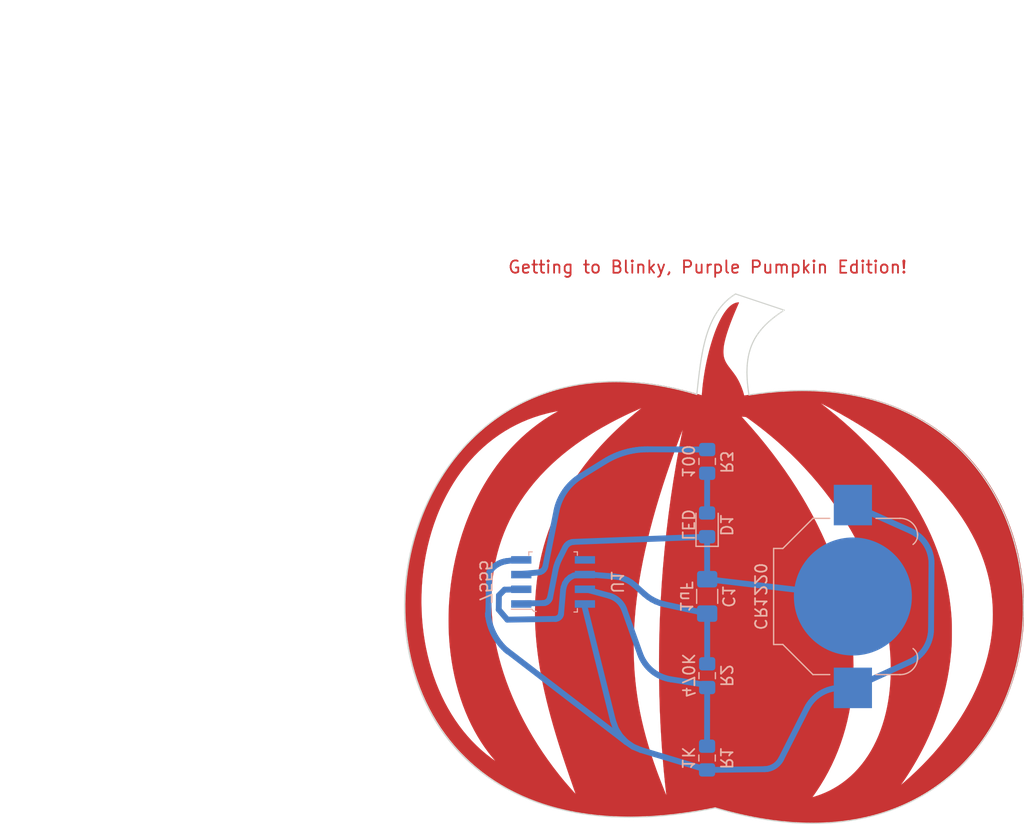
<source format=kicad_pcb>
(kicad_pcb (version 20201002) (generator pcbnew)

  (general
    (thickness 1.6)
  )

  (paper "A4")
  (layers
    (0 "F.Cu" signal)
    (31 "B.Cu" signal)
    (32 "B.Adhes" user "B.Adhesive")
    (33 "F.Adhes" user "F.Adhesive")
    (34 "B.Paste" user)
    (35 "F.Paste" user)
    (36 "B.SilkS" user "B.Silkscreen")
    (37 "F.SilkS" user "F.Silkscreen")
    (38 "B.Mask" user)
    (39 "F.Mask" user)
    (40 "Dwgs.User" user "User.Drawings")
    (41 "Cmts.User" user "User.Comments")
    (42 "Eco1.User" user "User.Eco1")
    (43 "Eco2.User" user "User.Eco2")
    (44 "Edge.Cuts" user)
    (45 "Margin" user)
    (46 "B.CrtYd" user "B.Courtyard")
    (47 "F.CrtYd" user "F.Courtyard")
    (48 "B.Fab" user)
    (49 "F.Fab" user)
  )

  (setup
    (pcbplotparams
      (layerselection 0x00010f0_ffffffff)
      (disableapertmacros false)
      (usegerberextensions false)
      (usegerberattributes false)
      (usegerberadvancedattributes false)
      (creategerberjobfile false)
      (svguseinch false)
      (svgprecision 6)
      (excludeedgelayer true)
      (plotframeref false)
      (viasonmask false)
      (mode 1)
      (useauxorigin false)
      (hpglpennumber 1)
      (hpglpenspeed 20)
      (hpglpendiameter 15.000000)
      (psnegative false)
      (psa4output false)
      (plotreference true)
      (plotvalue true)
      (plotinvisibletext false)
      (sketchpadsonfab false)
      (subtractmaskfromsilk false)
      (outputformat 1)
      (mirror false)
      (drillshape 0)
      (scaleselection 1)
      (outputdirectory "gerbers/")
    )
  )


  (net 0 "")
  (net 1 "GND")
  (net 2 "/VDD")
  (net 3 "Net-(C1-Pad1)")
  (net 4 "Net-(D1-Pad2)")
  (net 5 "Net-(R1-Pad2)")
  (net 6 "Net-(R3-Pad1)")

  (module "pumpkin-2-inch-outline:F.Cu_g4954" (layer "F.Cu") (tedit 0) (tstamp 2fcf2f1d-6e64-4371-843e-f392be6141bf)
    (at 119.8372 73.6092)
    (attr through_hole)
    (fp_text reference "G***" (at 0 0) (layer "F.SilkS") hide
      (effects (font (size 1.524 1.524) (thickness 0.3)))
      (tstamp f1694fe3-0ba0-4e99-b6dd-0e0b90b189c2)
    )
    (fp_text value "LOGO" (at 0.75 0) (layer "F.SilkS") hide
      (effects (font (size 1.524 1.524) (thickness 0.3)))
      (tstamp 50c92481-e965-449e-b902-cb7f1965da8b)
    )
  )

  (module "art:pumpkin-2-inch-neg" (layer "F.Cu") (tedit 0) (tstamp 301649f4-b6ec-4bcc-846b-90a9703f6eca)
    (at 186.4614 128.143)
    (attr through_hole)
    (fp_text reference "Ref**" (at 0 0) (layer "F.SilkS") hide
      (effects (font (size 1.27 1.27) (thickness 0.15)))
      (tstamp acb0b652-60f6-4324-bad8-02f7a6d59259)
    )
    (fp_text value "Val**" (at 0 0) (layer "F.SilkS") hide
      (effects (font (size 1.27 1.27) (thickness 0.15)))
      (tstamp 398f6ece-5f91-4b01-9d37-f496eefab926)
    )
    (fp_poly (pts (xy -5.56641 -29.815939)
      (xy -5.56401 -29.807362)
      (xy -5.56595 -29.799413)
      (xy -5.572596 -29.782418)
      (xy -5.588187 -29.744967)
      (xy -5.611516 -29.689885)
      (xy -5.641375 -29.620001)
      (xy -5.676557 -29.53814)
      (xy -5.715856 -29.447128)
      (xy -5.752587 -29.3624)
      (xy -5.924302 -28.960742)
      (xy -6.081705 -28.579404)
      (xy -6.224977 -28.217847)
      (xy -6.3543 -27.875532)
      (xy -6.469858 -27.551921)
      (xy -6.57183 -27.246476)
      (xy -6.660401 -26.958658)
      (xy -6.735751 -26.687928)
      (xy -6.798063 -26.433747)
      (xy -6.847519 -26.195579)
      (xy -6.873078 -26.0477)
      (xy -6.885623 -25.949639)
      (xy -6.894981 -25.837856)
      (xy -6.901112 -25.717744)
      (xy -6.903978 -25.594693)
      (xy -6.903542 -25.474096)
      (xy -6.899764 -25.361342)
      (xy -6.892607 -25.261823)
      (xy -6.882033 -25.180929)
      (xy -6.879341 -25.166651)
      (xy -6.84921 -25.037099)
      (xy -6.811724 -24.914018)
      (xy -6.765145 -24.794033)
      (xy -6.707739 -24.673768)
      (xy -6.637767 -24.549848)
      (xy -6.553494 -24.418897)
      (xy -6.453184 -24.277541)
      (xy -6.355848 -24.14905)
      (xy -6.25054 -24.012898)
      (xy -6.15932 -23.894084)
      (xy -6.080406 -23.790114)
      (xy -6.012018 -23.698492)
      (xy -5.952374 -23.616725)
      (xy -5.899694 -23.542316)
      (xy -5.852196 -23.472772)
      (xy -5.8081 -23.405597)
      (xy -5.765625 -23.338298)
      (xy -5.722989 -23.268378)
      (xy -5.70166 -23.232676)
      (xy -5.599577 -23.049087)
      (xy -5.499249 -22.846201)
      (xy -5.403167 -22.630113)
      (xy -5.313821 -22.406916)
      (xy -5.233701 -22.182702)
      (xy -5.165298 -21.963566)
      (xy -5.130258 -21.834475)
      (xy -5.119461 -21.797608)
      (xy -5.109649 -21.773394)
      (xy -5.104847 -21.7678)
      (xy -5.090463 -21.769796)
      (xy -5.054561 -21.775403)
      (xy -5.000676 -21.784051)
      (xy -4.932342 -21.795168)
      (xy -4.853095 -21.808186)
      (xy -4.792923 -21.818139)
      (xy -4.277628 -21.89932)
      (xy -3.76499 -21.971287)
      (xy -3.250247 -22.034554)
      (xy -2.728641 -22.089636)
      (xy -2.195412 -22.137045)
      (xy -1.645799 -22.177296)
      (xy -1.2319 -22.202431)
      (xy -1.154407 -22.205877)
      (xy -1.054634 -22.208915)
      (xy -0.935392 -22.211546)
      (xy -0.799491 -22.213771)
      (xy -0.649742 -22.215589)
      (xy -0.488954 -22.217)
      (xy -0.319938 -22.218004)
      (xy -0.145504 -22.218602)
      (xy 0.031536 -22.218793)
      (xy 0.208374 -22.218578)
      (xy 0.382199 -22.217957)
      (xy 0.5502 -22.216929)
      (xy 0.709568 -22.215496)
      (xy 0.857491 -22.213656)
      (xy 0.99116 -22.21141)
      (xy 1.107764 -22.208758)
      (xy 1.204494 -22.2057)
      (xy 1.27635 -22.202365)
      (xy 1.749294 -22.171573)
      (xy 2.200867 -22.135421)
      (xy 2.634618 -22.09347)
      (xy 3.054095 -22.045278)
      (xy 3.462847 -21.990407)
      (xy 3.864421 -21.928415)
      (xy 4.262366 -21.858864)
      (xy 4.64185 -21.785069)
      (xy 5.301997 -21.639626)
      (xy 5.94577 -21.475648)
      (xy 6.5747 -21.292616)
      (xy 7.190317 -21.090011)
      (xy 7.794153 -20.867311)
      (xy 8.387739 -20.623999)
      (xy 8.972607 -20.359553)
      (xy 9.27735 -20.211757)
      (xy 9.837788 -19.921595)
      (xy 10.37876 -19.616918)
      (xy 10.902663 -19.296142)
      (xy 11.411893 -18.957682)
      (xy 11.908847 -18.599952)
      (xy 12.395923 -18.221368)
      (xy 12.81574 -17.871886)
      (xy 13.139442 -17.58541)
      (xy 13.466263 -17.279559)
      (xy 13.791443 -16.959104)
      (xy 14.110218 -16.628818)
      (xy 14.417827 -16.293472)
      (xy 14.61228 -16.07185)
      (xy 15.022942 -15.575833)
      (xy 15.416506 -15.061485)
      (xy 15.7925 -14.529682)
      (xy 16.150449 -13.981298)
      (xy 16.489879 -13.41721)
      (xy 16.810317 -12.838291)
      (xy 17.111287 -12.245418)
      (xy 17.392316 -11.639464)
      (xy 17.652929 -11.021305)
      (xy 17.892654 -10.391817)
      (xy 18.111015 -9.751873)
      (xy 18.212797 -9.42574)
      (xy 18.40292 -8.756354)
      (xy 18.569486 -8.082967)
      (xy 18.712775 -7.404031)
      (xy 18.83307 -6.717999)
      (xy 18.930649 -6.023325)
      (xy 19.005795 -5.318462)
      (xy 19.04293 -4.8514)
      (xy 19.066375 -4.437883)
      (xy 19.081139 -4.006761)
      (xy 19.087247 -3.56429)
      (xy 19.084726 -3.116727)
      (xy 19.073602 -2.670328)
      (xy 19.053902 -2.231348)
      (xy 19.030299 -1.8669)
      (xy 18.966689 -1.170373)
      (xy 18.88043 -0.480368)
      (xy 18.771809 0.2025)
      (xy 18.641114 0.877616)
      (xy 18.488632 1.544365)
      (xy 18.314652 2.202133)
      (xy 18.11946 2.850306)
      (xy 17.903345 3.488269)
      (xy 17.666594 4.115407)
      (xy 17.409496 4.731107)
      (xy 17.132337 5.334753)
      (xy 16.835405 5.925732)
      (xy 16.518989 6.503428)
      (xy 16.183375 7.067227)
      (xy 15.828852 7.616515)
      (xy 15.455707 8.150678)
      (xy 15.064228 8.6691)
      (xy 14.654702 9.171167)
      (xy 14.227418 9.656265)
      (xy 13.782663 10.12378)
      (xy 13.320725 10.573096)
      (xy 13.1191 10.758547)
      (xy 12.636715 11.177747)
      (xy 12.138241 11.577463)
      (xy 11.624204 11.957418)
      (xy 11.095135 12.317335)
      (xy 10.551562 12.656937)
      (xy 9.994014 12.975948)
      (xy 9.423021 13.274091)
      (xy 8.839112 13.55109)
      (xy 8.242815 13.806667)
      (xy 7.63466 14.040547)
      (xy 7.015175 14.252452)
      (xy 6.384891 14.442105)
      (xy 5.7658 14.604038)
      (xy 5.342845 14.701957)
      (xy 4.922844 14.789532)
      (xy 4.502048 14.867308)
      (xy 4.076706 14.93583)
      (xy 3.643068 14.995644)
      (xy 3.197384 15.047294)
      (xy 2.735905 15.091326)
      (xy 2.25488 15.128285)
      (xy 2.0828 15.13955)
      (xy 2.023668 15.1424)
      (xy 1.941954 15.145058)
      (xy 1.840473 15.147509)
      (xy 1.722043 15.149741)
      (xy 1.589481 15.151739)
      (xy 1.445602 15.153489)
      (xy 1.293224 15.154976)
      (xy 1.135163 15.156187)
      (xy 0.974237 15.157108)
      (xy 0.81326 15.157725)
      (xy 0.655051 15.158024)
      (xy 0.502426 15.15799)
      (xy 0.358201 15.157609)
      (xy 0.225194 15.156868)
      (xy 0.10622 15.155753)
      (xy 0.004097 15.154248)
      (xy -0.078359 15.152342)
      (xy -0.127 15.150575)
      (xy -0.911316 15.103126)
      (xy -1.703389 15.032255)
      (xy -2.501769 14.938213)
      (xy -3.305004 14.821251)
      (xy -4.111645 14.681619)
      (xy -4.920242 14.519568)
      (xy -5.729344 14.335348)
      (xy -6.537501 14.129211)
      (xy -7.328349 13.905827)
      (xy -7.538347 13.843634)
      (xy -7.795809 13.89403)
      (xy -8.649005 14.053085)
      (xy -9.486284 14.19306)
      (xy -10.308438 14.314006)
      (xy -11.116261 14.415972)
      (xy -11.910543 14.499008)
      (xy -12.692077 14.563165)
      (xy -13.461655 14.608493)
      (xy -14.220071 14.635042)
      (xy -14.968115 14.642862)
      (xy -15.70658 14.632004)
      (xy -16.436259 14.602517)
      (xy -17.157943 14.554453)
      (xy -17.6022 14.515298)
      (xy -18.336219 14.433546)
      (xy -19.057784 14.331133)
      (xy -19.766616 14.208171)
      (xy -20.462436 14.064771)
      (xy -21.144964 13.901044)
      (xy -21.813921 13.717101)
      (xy -22.469027 13.513053)
      (xy -23.110003 13.289011)
      (xy -23.736569 13.045086)
      (xy -24.348446 12.781391)
      (xy -24.945355 12.498035)
      (xy -25.527015 12.19513)
      (xy -26.093148 11.872786)
      (xy -26.643475 11.531116)
      (xy -27.177715 11.170231)
      (xy -27.695589 10.79024)
      (xy -28.196818 10.391256)
      (xy -28.397458 10.222198)
      (xy -28.800821 9.864374)
      (xy -29.1979 9.487825)
      (xy -29.58332 9.097912)
      (xy -29.951706 8.699994)
      (xy -30.147192 8.47725)
      (xy -30.556336 7.982232)
      (xy -30.946087 7.471042)
      (xy -31.316221 6.944175)
      (xy -31.66651 6.402128)
      (xy -31.996728 5.845396)
      (xy -32.306648 5.274474)
      (xy -32.596046 4.68986)
      (xy -32.864694 4.092048)
      (xy -33.112365 3.481534)
      (xy -33.338835 2.858815)
      (xy -33.543876 2.224387)
      (xy -33.727262 1.578744)
      (xy -33.888767 0.922383)
      (xy -34.028164 0.2558)
      (xy -34.111292 -0.20955)
      (xy -34.216073 -0.91668)
      (xy -34.295898 -1.628136)
      (xy -34.350765 -2.343494)
      (xy -34.38067 -3.062329)
      (xy -34.385609 -3.784219)
      (xy -34.382533 -3.895486)
      (xy -33.007896 -3.895486)
      (xy -32.992916 -3.201026)
      (xy -32.955088 -2.508204)
      (xy -32.89431 -1.818269)
      (xy -32.810479 -1.132469)
      (xy -32.703493 -0.452052)
      (xy -32.621375 -0.0127)
      (xy -32.482462 0.631056)
      (xy -32.324431 1.261743)
      (xy -32.147537 1.878935)
      (xy -31.952039 2.482206)
      (xy -31.738194 3.071128)
      (xy -31.506259 3.645276)
      (xy -31.256492 4.204224)
      (xy -30.989149 4.747544)
      (xy -30.704487 5.274811)
      (xy -30.402765 5.785598)
      (xy -30.084239 6.279479)
      (xy -29.749166 6.756028)
      (xy -29.397804 7.214817)
      (xy -29.030411 7.655422)
      (xy -28.647242 8.077415)
      (xy -28.248556 8.48037)
      (xy -27.83461 8.86386)
      (xy -27.40566 9.22746)
      (xy -26.961965 9.570743)
      (xy -26.744495 9.727707)
      (xy -26.69271 9.764121)
      (xy -26.658898 9.787313)
      (xy -26.640317 9.798758)
      (xy -26.634222 9.799928)
      (xy -26.637869 9.792296)
      (xy -26.646226 9.780474)
      (xy -26.659157 9.764167)
      (xy -26.685898 9.73151)
      (xy -26.723899 9.685582)
      (xy -26.770607 9.629459)
      (xy -26.823472 9.56622)
      (xy -26.854575 9.529131)
      (xy -27.199328 9.09975)
      (xy -27.530195 8.64966)
      (xy -27.846749 8.179693)
      (xy -28.148563 7.690679)
      (xy -28.435211 7.183451)
      (xy -28.706264 6.65884)
      (xy -28.961297 6.117678)
      (xy -29.199882 5.560796)
      (xy -29.421592 4.989027)
      (xy -29.626 4.403201)
      (xy -29.81268 3.80415)
      (xy -29.837463 3.718975)
      (xy -30.005531 3.096693)
      (xy -30.155437 2.458895)
      (xy -30.28672 1.808286)
      (xy -30.398916 1.147567)
      (xy -30.491563 0.479441)
      (xy -30.564199 -0.193387)
      (xy -30.612861 -0.8128)
      (xy -30.638033 -1.288616)
      (xy -30.6536 -1.781012)
      (xy -30.659564 -2.283057)
      (xy -30.655923 -2.787817)
      (xy -30.642678 -3.28836)
      (xy -30.619829 -3.777753)
      (xy -30.61293 -3.89255)
      (xy -30.605695 -3.984292)
      (xy -26.959242 -3.984292)
      (xy -26.948526 -3.434946)
      (xy -26.919606 -2.873757)
      (xy -26.872707 -2.303422)
      (xy -26.808055 -1.726639)
      (xy -26.725874 -1.146106)
      (xy -26.626389 -0.564522)
      (xy -26.618192 -0.5207)
      (xy -26.476595 0.167035)
      (xy -26.310288 0.857581)
      (xy -26.119694 1.550072)
      (xy -25.905234 2.243645)
      (xy -25.667332 2.937435)
      (xy -25.406411 3.630577)
      (xy -25.122892 4.322207)
      (xy -24.817199 5.01146)
      (xy -24.489754 5.697473)
      (xy -24.140979 6.37938)
      (xy -23.771298 7.056316)
      (xy -23.381132 7.727419)
      (xy -22.970906 8.391822)
      (xy -22.54104 9.048662)
      (xy -22.091958 9.697074)
      (xy -21.624082 10.336193)
      (xy -21.137835 10.965155)
      (xy -20.797781 11.38555)
      (xy -20.730944 11.466084)
      (xy -20.656544 11.554669)
      (xy -20.57614 11.64953)
      (xy -20.491289 11.748892)
      (xy -20.40355 11.850978)
      (xy -20.314482 11.954014)
      (xy -20.225641 12.056223)
      (xy -20.138586 12.155831)
      (xy -20.054875 12.251061)
      (xy -19.976067 12.340138)
      (xy -19.903719 12.421287)
      (xy -19.839389 12.492732)
      (xy -19.784636 12.552697)
      (xy -19.741017 12.599408)
      (xy -19.710091 12.631087)
      (xy -19.693416 12.645961)
      (xy -19.691027 12.646759)
      (xy -19.693401 12.633968)
      (xy -19.702794 12.602117)
      (xy -19.717693 12.55607)
      (xy -19.735731 12.503137)
      (xy -19.749012 12.465004)
      (xy -19.769708 12.405588)
      (xy -19.796878 12.327592)
      (xy -19.82958 12.233719)
      (xy -19.866874 12.126671)
      (xy -19.907816 12.009151)
      (xy -19.951467 11.883861)
      (xy -19.996883 11.753506)
      (xy -20.027737 11.66495)
      (xy -20.191108 11.194195)
      (xy -20.345599 10.745126)
      (xy -20.491819 10.315868)
      (xy -20.630374 9.904545)
      (xy -20.761871 9.509282)
      (xy -20.88692 9.128202)
      (xy -21.006126 8.75943)
      (xy -21.120097 8.40109)
      (xy -21.229441 8.051307)
      (xy -21.334765 7.708206)
      (xy -21.436677 7.36991)
      (xy -21.535785 7.034544)
      (xy -21.60893 6.782809)
      (xy -21.82264 6.022876)
      (xy -22.020029 5.281075)
      (xy -22.201309 4.556257)
      (xy -22.366693 3.847273)
      (xy -22.516394 3.152974)
      (xy -22.650625 2.472211)
      (xy -22.769599 1.803835)
      (xy -22.87353 1.146697)
      (xy -22.96263 0.499649)
      (xy -23.025248 -0.036815)
      (xy -14.665515 -0.036815)
      (xy -14.654868 0.75732)
      (xy -14.623515 1.542795)
      (xy -14.585923 2.1336)
      (xy -14.525696 2.832362)
      (xy -14.44842 3.528468)
      (xy -14.353751 4.223423)
      (xy -14.241342 4.918732)
      (xy -14.110851 5.615899)
      (xy -13.961931 6.31643)
      (xy -13.794239 7.021831)
      (xy -13.607428 7.733606)
      (xy -13.401156 8.453261)
      (xy -13.175076 9.182301)
      (xy -12.928844 9.922231)
      (xy -12.662115 10.674556)
      (xy -12.57567 10.9093)
      (xy -12.537753 11.010689)
      (xy -12.495247 11.123121)
      (xy -12.44895 11.244572)
      (xy -12.39966 11.373018)
      (xy -12.348172 11.506436)
      (xy -12.295286 11.642802)
      (xy -12.241798 11.780094)
      (xy -12.188506 11.916286)
      (xy -12.136207 12.049357)
      (xy -12.085699 12.177282)
      (xy -12.037779 12.298037)
      (xy -11.993244 12.4096)
      (xy -11.952891 12.509946)
      (xy -11.917519 12.597053)
      (xy -11.887924 12.668897)
      (xy -11.864904 12.723453)
      (xy -11.849257 12.758699)
      (xy -11.841779 12.772612)
      (xy -11.84137 12.772702)
      (xy -11.841551 12.759443)
      (xy -11.844398 12.724717)
      (xy -11.849536 12.672275)
      (xy -11.856592 12.605869)
      (xy -11.865192 12.52925)
      (xy -11.868288 12.502516)
      (xy -11.917729 12.064683)
      (xy -11.9665 11.605125)
      (xy -12.014273 11.127515)
      (xy -12.060717 10.635524)
      (xy -12.105505 10.132827)
      (xy -12.148307 9.623095)
      (xy -12.188794 9.11)
      (xy -12.226637 8.597216)
      (xy -12.25509 8.18515)
      (xy -12.336796 6.812694)
      (xy -12.399427 5.425835)
      (xy -12.442948 4.026979)
      (xy -12.467328 2.61853)
      (xy -12.472532 1.202896)
      (xy -12.458527 -0.217518)
      (xy -12.42528 -1.640306)
      (xy -12.401048 -2.3622)
      (xy -12.333126 -3.885936)
      (xy -12.242253 -5.408774)
      (xy -12.128586 -6.929389)
      (xy -11.992278 -8.446454)
      (xy -11.833485 -9.958644)
      (xy -11.652362 -11.464633)
      (xy -11.449064 -12.963094)
      (xy -11.223745 -14.452702)
      (xy -10.976562 -15.932131)
      (xy -10.707669 -17.400054)
      (xy -10.547448 -18.217643)
      (xy -10.523587 -18.33697)
      (xy -10.501442 -18.448465)
      (xy -10.481484 -18.549705)
      (xy -10.464183 -18.638264)
      (xy -10.450011 -18.711718)
      (xy -10.43944 -18.76764)
      (xy -10.432938 -18.803606)
      (xy -10.430979 -18.817191)
      (xy -10.431 -18.817233)
      (xy -10.436457 -18.807518)
      (xy -10.448699 -18.778752)
      (xy -10.465752 -18.735728)
      (xy -10.480472 -18.697091)
      (xy -10.49495 -18.658559)
      (xy -10.517176 -18.599486)
      (xy -10.545936 -18.523094)
      (xy -10.580016 -18.432607)
      (xy -10.618201 -18.331249)
      (xy -10.659277 -18.222244)
      (xy -10.702029 -18.108815)
      (xy -10.723052 -18.05305)
      (xy -11.10649 -17.017779)
      (xy -11.470186 -15.998472)
      (xy -11.814142 -14.995115)
      (xy -12.138362 -14.007696)
      (xy -12.442849 -13.036203)
      (xy -12.727607 -12.080623)
      (xy -12.99264 -11.140944)
      (xy -13.237949 -10.217152)
      (xy -13.46354 -9.309235)
      (xy -13.669416 -8.417181)
      (xy -13.85558 -7.540976)
      (xy -14.022035 -6.680609)
      (xy -14.168785 -5.836067)
      (xy -14.292705 -5.0292)
      (xy -14.406995 -4.165959)
      (xy -14.500378 -3.316278)
      (xy -14.572888 -2.47934)
      (xy -14.624558 -1.654328)
      (xy -14.655423 -0.840425)
      (xy -14.665515 -0.036815)
      (xy -23.025248 -0.036815)
      (xy -23.037113 -0.138459)
      (xy -23.097191 -0.768776)
      (xy -23.143078 -1.39245)
      (xy -23.15174 -1.5367)
      (xy -23.171422 -1.947197)
      (xy -23.18427 -2.370879)
      (xy -23.1903 -2.801507)
      (xy -23.189523 -3.232841)
      (xy -23.181953 -3.658642)
      (xy -23.167602 -4.072671)
      (xy -23.146484 -4.468687)
      (xy -23.145561 -4.4831)
      (xy -23.086561 -5.213688)
      (xy -23.004309 -5.934742)
      (xy -22.898735 -6.646423)
      (xy -22.769771 -7.348891)
      (xy -22.617346 -8.042307)
      (xy -22.441393 -8.726833)
      (xy -22.241841 -9.402627)
      (xy -22.018622 -10.069852)
      (xy -21.771666 -10.728668)
      (xy -21.500904 -11.379236)
      (xy -21.206267 -12.021715)
      (xy -20.887686 -12.656268)
      (xy -20.545091 -13.283055)
      (xy -20.178413 -13.902236)
      (xy -19.787583 -14.513972)
      (xy -19.372531 -15.118423)
      (xy -18.93319 -15.715752)
      (xy -18.469488 -16.306117)
      (xy -17.981357 -16.88968)
      (xy -17.627937 -17.29105)
      (xy -17.281912 -17.667501)
      (xy -16.915755 -18.049713)
      (xy -16.533039 -18.43433)
      (xy -16.137338 -18.817994)
      (xy -15.732226 -19.197349)
      (xy -15.321277 -19.569037)
      (xy -14.908066 -19.929702)
      (xy -14.890401 -19.944553)
      (xy -5.332218 -19.944553)
      (xy -5.325356 -19.934444)
      (xy -5.303618 -19.908349)
      (xy -5.26935 -19.868947)
      (xy -5.2249 -19.818918)
      (xy -5.172616 -19.760944)
      (xy -5.141697 -19.727)
      (xy -4.505482 -19.015632)
      (xy -3.886292 -18.292504)
      (xy -3.285075 -17.558908)
      (xy -2.702781 -16.816133)
      (xy -2.140358 -16.065471)
      (xy -1.598757 -15.308213)
      (xy -1.078925 -14.54565)
      (xy -0.581811 -13.779073)
      (xy -0.108366 -13.009772)
      (xy 0.262486 -12.37615)
      (xy 0.560437 -11.845687)
      (xy 0.841313 -11.326372)
      (xy 1.107737 -10.813319)
      (xy 1.209801 -10.61085)
      (xy 1.580811 -9.845024)
      (xy 1.928725 -9.078533)
      (xy 2.253467 -8.311761)
      (xy 2.554962 -7.545093)
      (xy 2.833132 -6.778912)
      (xy 3.087904 -6.013602)
      (xy 3.319199 -5.249547)
      (xy 3.526943 -4.48713)
      (xy 3.711059 -3.726736)
      (xy 3.871472 -2.968748)
      (xy 4.008105 -2.213549)
      (xy 4.120883 -1.461525)
      (xy 4.209729 -0.713058)
      (xy 4.274568 0.031467)
      (xy 4.315323 0.771668)
      (xy 4.331919 1.507159)
      (xy 4.324279 2.237558)
      (xy 4.292328 2.96248)
      (xy 4.23599 3.681542)
      (xy 4.165056 4.318)
      (xy 4.065465 5.004318)
      (xy 3.942509 5.682927)
      (xy 3.796407 6.353258)
      (xy 3.627379 7.01474)
      (xy 3.435642 7.666805)
      (xy 3.221416 8.308885)
      (xy 2.98492 8.940408)
      (xy 2.726372 9.560808)
      (xy 2.445991 10.169513)
      (xy 2.143997 10.765956)
      (xy 1.820607 11.349567)
      (xy 1.476042 11.919776)
      (xy 1.110518 12.476015)
      (xy 0.927531 12.7381)
      (xy 0.878069 12.80762)
      (xy 0.841603 12.859144)
      (xy 0.816402 12.895367)
      (xy 0.800733 12.918984)
      (xy 0.792863 12.932691)
      (xy 0.79106 12.939185)
      (xy 0.793591 12.941161)
      (xy 0.796937 12.9413)
      (xy 0.812202 12.937717)
      (xy 0.84745 12.9278)
      (xy 0.898423 12.912798)
      (xy 0.960862 12.893958)
      (xy 1.010898 12.878603)
      (xy 1.441838 12.732448)
      (xy 1.860563 12.564233)
      (xy 2.266798 12.374315)
      (xy 2.660268 12.163053)
      (xy 3.040699 11.930804)
      (xy 3.407815 11.677926)
      (xy 3.761343 11.404778)
      (xy 4.101006 11.111717)
      (xy 4.426531 10.799101)
      (xy 4.737642 10.467287)
      (xy 5.034066 10.116635)
      (xy 5.315526 9.747501)
      (xy 5.581749 9.360245)
      (xy 5.83246 8.955223)
      (xy 6.067383 8.532793)
      (xy 6.286245 8.093315)
      (xy 6.488769 7.637144)
      (xy 6.674683 7.16464)
      (xy 6.84371 6.676161)
      (xy 6.995577 6.172063)
      (xy 7.130008 5.652706)
      (xy 7.246728 5.118447)
      (xy 7.333646 4.64185)
      (xy 7.422696 4.031566)
      (xy 7.489002 3.410887)
      (xy 7.532647 2.780556)
      (xy 7.553716 2.141316)
      (xy 7.552292 1.493909)
      (xy 7.528458 0.83908)
      (xy 7.482299 0.177571)
      (xy 7.413896 -0.489875)
      (xy 7.323335 -1.162514)
      (xy 7.210699 -1.839603)
      (xy 7.07607 -2.520399)
      (xy 6.919534 -3.204158)
      (xy 6.741173 -3.890139)
      (xy 6.54107 -4.577597)
      (xy 6.319311 -5.265789)
      (xy 6.17202 -5.6896)
      (xy 5.887958 -6.447294)
      (xy 5.579594 -7.198323)
      (xy 5.247264 -7.942205)
      (xy 4.891302 -8.678459)
      (xy 4.512042 -9.406602)
      (xy 4.10982 -10.126153)
      (xy 3.684969 -10.836629)
      (xy 3.237825 -11.537549)
      (xy 2.768722 -12.22843)
      (xy 2.277994 -12.908791)
      (xy 1.765977 -13.57815)
      (xy 1.233005 -14.236024)
      (xy 0.679413 -14.881932)
      (xy 0.105535 -15.515392)
      (xy -0.488295 -16.135922)
      (xy -1.10174 -16.743039)
      (xy -1.734468 -17.336263)
      (xy -2.210216 -17.76191)
      (xy -2.567931 -18.070314)
      (xy -2.943176 -18.38368)
      (xy -3.330005 -18.697268)
      (xy -3.722477 -19.006335)
      (xy -4.114647 -19.30614)
      (xy -4.50057 -19.591941)
      (xy -4.54025 -19.620773)
      (xy -4.641569 -19.69444)
      (xy -4.724676 -19.754919)
      (xy -4.792184 -19.803562)
      (xy -4.846703 -19.841727)
      (xy -4.890845 -19.870768)
      (xy -4.927222 -19.89204)
      (xy -4.958446 -19.906899)
      (xy -4.987128 -19.9167)
      (xy -5.01588 -19.922799)
      (xy -5.047313 -19.926551)
      (xy -5.084039 -19.92931)
      (xy -5.128669 -19.932433)
      (xy -5.142973 -19.93356)
      (xy -5.208531 -19.938629)
      (xy -5.264483 -19.942404)
      (xy -5.306248 -19.944619)
      (xy -5.329245 -19.945008)
      (xy -5.332218 -19.944553)
      (xy -14.890401 -19.944553)
      (xy -14.496165 -20.275987)
      (xy -14.1605 -20.547962)
      (xy -14.090851 -20.603871)
      (xy -14.039883 -20.645824)
      (xy -14.008001 -20.673476)
      (xy -13.995607 -20.686477)
      (xy -14.00175 -20.685205)
      (xy -14.017444 -20.678082)
      (xy -14.052025 -20.663001)
      (xy -14.10099 -20.641906)
      (xy -14.159836 -20.616745)
      (xy -14.1859 -20.605651)
      (xy -14.584123 -20.432021)
      (xy -14.995815 -20.244231)
      (xy -15.416148 -20.044739)
      (xy -15.840292 -19.836002)
      (xy -16.263417 -19.620477)
      (xy -16.680694 -19.400621)
      (xy -17.087294 -19.178891)
      (xy -17.478387 -18.957744)
      (xy -17.82445 -18.754457)
      (xy -18.459561 -18.361981)
      (xy -19.071407 -17.959616)
      (xy -19.660189 -17.547196)
      (xy -20.226108 -17.124552)
      (xy -20.769366 -16.691516)
      (xy -21.290163 -16.247922)
      (xy -21.788701 -15.793601)
      (xy -22.265182 -15.328387)
      (xy -22.719805 -14.85211)
      (xy -23.152773 -14.364605)
      (xy -23.29404 -14.197516)
      (xy -23.696963 -13.695884)
      (xy -24.076889 -13.183783)
      (xy -24.433729 -12.661417)
      (xy -24.767393 -12.12899)
      (xy -25.077791 -11.586705)
      (xy -25.364834 -11.034766)
      (xy -25.628433 -10.473378)
      (xy -25.868498 -9.902743)
      (xy -26.084938 -9.323066)
      (xy -26.277666 -8.73455)
      (xy -26.446591 -8.137399)
      (xy -26.591624 -7.531817)
      (xy -26.712674 -6.918008)
      (xy -26.809654 -6.296175)
      (xy -26.828137 -6.155261)
      (xy -26.85689 -5.915177)
      (xy -26.881405 -5.68094)
      (xy -26.9021 -5.446989)
      (xy -26.919396 -5.207765)
      (xy -26.933711 -4.957707)
      (xy -26.945465 -4.691256)
      (xy -26.951531 -4.519095)
      (xy -26.959242 -3.984292)
      (xy -30.605695 -3.984292)
      (xy -30.553436 -4.646857)
      (xy -30.469881 -5.400735)
      (xy -30.36261 -6.152576)
      (xy -30.23197 -6.900769)
      (xy -30.078306 -7.643704)
      (xy -29.901965 -8.379771)
      (xy -29.703292 -9.107362)
      (xy -29.482634 -9.824865)
      (xy -29.240336 -10.530672)
      (xy -29.111613 -10.87755)
      (xy -28.893647 -11.426571)
      (xy -28.658039 -11.975326)
      (xy -28.407151 -12.518857)
      (xy -28.143345 -13.052208)
      (xy -27.868986 -13.570423)
      (xy -27.607715 -14.032238)
      (xy -27.258411 -14.60692)
      (xy -26.892873 -15.163769)
      (xy -26.511472 -15.702407)
      (xy -26.114578 -16.222459)
      (xy -25.702562 -16.723548)
      (xy -25.275795 -17.205295)
      (xy -24.834646 -17.667326)
      (xy -24.379487 -18.109262)
      (xy -23.910688 -18.530726)
      (xy -23.428619 -18.931342)
      (xy -22.93365 -19.310734)
      (xy -22.426153 -19.668523)
      (xy -21.906498 -20.004334)
      (xy -21.49732 -20.248264)
      (xy -21.427162 -20.288424)
      (xy -21.36107 -20.325941)
      (xy -21.303547 -20.358283)
      (xy -21.259095 -20.382918)
      (xy -21.232564 -20.397137)
      (xy -21.202972 -20.413503)
      (xy -21.186711 -20.425014)
      (xy -21.185545 -20.427614)
      (xy -21.200321 -20.427632)
      (xy -21.236851 -20.422511)
      (xy -21.292153 -20.412879)
      (xy -21.363243 -20.399363)
      (xy -21.44714 -20.382592)
      (xy -21.540861 -20.363192)
      (xy -21.641423 -20.341792)
      (xy -21.745843 -20.319019)
      (xy -21.851139 -20.295501)
      (xy -21.954328 -20.271865)
      (xy -22.052427 -20.24874)
      (xy -22.142455 -20.226752)
      (xy -22.15515 -20.223573)
      (xy -22.712831 -20.07059)
      (xy -23.259312 -19.894906)
      (xy -23.794317 -19.696754)
      (xy -24.317567 -19.476363)
      (xy -24.828786 -19.233966)
      (xy -25.327696 -18.969794)
      (xy -25.814021 -18.684077)
      (xy -26.287484 -18.377048)
      (xy -26.747806 -18.048938)
      (xy -27.194711 -17.699977)
      (xy -27.627922 -17.330397)
      (xy -28.047161 -16.940429)
      (xy -28.452152 -16.530305)
      (xy -28.842616 -16.100256)
      (xy -29.218278 -15.650513)
      (xy -29.578859 -15.181307)
      (xy -29.924083 -14.69287)
      (xy -30.253672 -14.185433)
      (xy -30.56735 -13.659227)
      (xy -30.864838 -13.114483)
      (xy -31.005194 -12.8397)
      (xy -31.11966 -12.607916)
      (xy -31.223327 -12.392099)
      (xy -31.318705 -12.186585)
      (xy -31.408307 -11.98571)
      (xy -31.494643 -11.783809)
      (xy -31.580225 -11.575216)
      (xy -31.667563 -11.354268)
      (xy -31.694099 -11.285722)
      (xy -31.923667 -10.655615)
      (xy -32.131516 -10.013416)
      (xy -32.317544 -9.360375)
      (xy -32.481649 -8.69774)
      (xy -32.623727 -8.026758)
      (xy -32.743676 -7.348678)
      (xy -32.841394 -6.664747)
      (xy -32.916778 -5.976215)
      (xy -32.969724 -5.284328)
      (xy -33.000131 -4.590336)
      (xy -33.007896 -3.895486)
      (xy -34.382533 -3.895486)
      (xy -34.365579 -4.508738)
      (xy -34.320577 -5.235462)
      (xy -34.250599 -5.963968)
      (xy -34.163031 -6.6432)
      (xy -34.049309 -7.345747)
      (xy -33.912506 -8.042668)
      (xy -33.752989 -8.733101)
      (xy -33.571126 -9.416183)
      (xy -33.367284 -10.091052)
      (xy -33.141831 -10.756845)
      (xy -32.895134 -11.4127)
      (xy -32.62756 -12.057753)
      (xy -32.339477 -12.691142)
      (xy -32.031252 -13.312005)
      (xy -31.703252 -13.919479)
      (xy -31.355846 -14.512701)
      (xy -30.9894 -15.090809)
      (xy -30.604282 -15.65294)
      (xy -30.200859 -16.198232)
      (xy -29.965975 -16.4973)
      (xy -29.551554 -16.995292)
      (xy -29.119962 -17.478068)
      (xy -28.672884 -17.943949)
      (xy -28.212003 -18.391252)
      (xy -27.739001 -18.8183)
      (xy -27.255562 -19.22341)
      (xy -27.1526 -19.305753)
      (xy -26.631814 -19.702801)
      (xy -26.098557 -20.077796)
      (xy -25.553132 -20.430637)
      (xy -24.995844 -20.761225)
      (xy -24.426994 -21.06946)
      (xy -24.383297 -21.090987)
      (xy 1.524 -21.090987)
      (xy 1.533534 -21.081725)
      (xy 1.559888 -21.059778)
      (xy 1.599685 -21.027864)
      (xy 1.649549 -20.988705)
      (xy 1.685925 -20.960527)
      (xy 2.277071 -20.495136)
      (xy 2.862479 -20.014762)
      (xy 3.439839 -19.521558)
      (xy 4.006838 -19.017679)
      (xy 4.561167 -18.505278)
      (xy 5.100514 -17.98651)
      (xy 5.622568 -17.463528)
      (xy 6.125019 -16.938488)
      (xy 6.605555 -16.413542)
      (xy 6.801618 -16.192094)
      (xy 7.33273 -15.569338)
      (xy 7.839826 -14.940637)
      (xy 8.322843 -14.306128)
      (xy 8.781722 -13.665947)
      (xy 9.2164 -13.020233)
      (xy 9.626815 -12.369121)
      (xy 10.012906 -11.71275)
      (xy 10.374612 -11.051256)
      (xy 10.71187 -10.384776)
      (xy 11.02462 -9.713449)
      (xy 11.312799 -9.03741)
      (xy 11.576346 -8.356797)
      (xy 11.8152 -7.671746)
      (xy 12.029298 -6.982396)
      (xy 12.21858 -6.288884)
      (xy 12.382983 -5.591346)
      (xy 12.522446 -4.889919)
      (xy 12.636908 -4.184741)
      (xy 12.726307 -3.475949)
      (xy 12.782091 -2.87655)
      (xy 12.792446 -2.741465)
      (xy 12.801325 -2.619217)
      (xy 12.808835 -2.506416)
      (xy 12.815087 -2.399675)
      (xy 12.820189 -2.295605)
      (xy 12.824252 -2.190818)
      (xy 12.827383 -2.081926)
      (xy 12.829693 -1.965539)
      (xy 12.831291 -1.83827)
      (xy 12.832286 -1.696731)
      (xy 12.832788 -1.537532)
      (xy 12.832905 -1.357286)
      (xy 12.832883 -1.30175)
      (xy 12.832545 -1.098987)
      (xy 12.831679 -0.918044)
      (xy 12.830145 -0.755344)
      (xy 12.827802 -0.60731)
      (xy 12.824509 -0.470366)
      (xy 12.820125 -0.340934)
      (xy 12.814509 -0.215438)
      (xy 12.807521 -0.090301)
      (xy 12.79902 0.038054)
      (xy 12.788865 0.173205)
      (xy 12.776915 0.318727)
      (xy 12.76303 0.478198)
      (xy 12.762638 0.4826)
      (xy 12.685132 1.21057)
      (xy 12.582337 1.936581)
      (xy 12.454302 2.660462)
      (xy 12.301074 3.382044)
      (xy 12.122703 4.101157)
      (xy 11.919236 4.817631)
      (xy 11.690722 5.531295)
      (xy 11.437208 6.241982)
      (xy 11.158743 6.94952)
      (xy 10.855376 7.65374)
      (xy 10.527154 8.354473)
      (xy 10.524559 8.359795)
      (xy 10.301056 8.805136)
      (xy 10.061718 9.257654)
      (xy 9.809455 9.71239)
      (xy 9.547177 10.164389)
      (xy 9.277796 10.608692)
      (xy 9.004221 11.040343)
      (xy 8.729363 11.454385)
      (xy 8.583761 11.665567)
      (xy 8.540474 11.727616)
      (xy 8.501784 11.783313)
      (xy 8.470234 11.82898)
      (xy 8.448365 11.860939)
      (xy 8.438953 11.875117)
      (xy 8.438222 11.878894)
      (xy 8.445815 11.874844)
      (xy 8.463063 11.86184)
      (xy 8.4913 11.838754)
      (xy 8.531859 11.804459)
      (xy 8.586073 11.757826)
      (xy 8.655276 11.69773)
      (xy 8.740801 11.623043)
      (xy 8.84398 11.532637)
      (xy 8.845036 11.53171)
      (xy 9.34477 11.082321)
      (xy 9.837085 10.617735)
      (xy 10.31804 10.141899)
      (xy 10.783697 9.65876)
      (xy 11.230114 9.172264)
      (xy 11.456707 8.9154)
      (xy 11.928763 8.356735)
      (xy 12.378372 7.792146)
      (xy 12.805307 7.222048)
      (xy 13.209341 6.646856)
      (xy 13.590245 6.066988)
      (xy 13.947791 5.482858)
      (xy 14.281753 4.894884)
      (xy 14.591903 4.303479)
      (xy 14.878013 3.709062)
      (xy 15.139855 3.112047)
      (xy 15.377201 2.512851)
      (xy 15.589825 1.91189)
      (xy 15.777499 1.309579)
      (xy 15.932449 0.7366)
      (xy 16.070449 0.135162)
      (xy 16.183216 -0.465872)
      (xy 16.270735 -1.066314)
      (xy 16.332988 -1.665977)
      (xy 16.369962 -2.264673)
      (xy 16.38164 -2.862213)
      (xy 16.368006 -3.458411)
      (xy 16.331613 -4.023161)
      (xy 16.268881 -4.612861)
      (xy 16.180938 -5.199722)
      (xy 16.067828 -5.783614)
      (xy 15.929597 -6.364408)
      (xy 15.766289 -6.941976)
      (xy 15.577947 -7.516187)
      (xy 15.364617 -8.086913)
      (xy 15.126343 -8.654024)
      (xy 14.863169 -9.217391)
      (xy 14.575139 -9.776884)
      (xy 14.262299 -10.332375)
      (xy 14.036446 -10.7061)
      (xy 13.685004 -11.24985)
      (xy 13.308672 -11.789567)
      (xy 12.907677 -12.325005)
      (xy 12.482246 -12.855917)
      (xy 12.032605 -13.382055)
      (xy 11.558981 -13.903172)
      (xy 11.0616 -14.419021)
      (xy 10.54069 -14.929355)
      (xy 9.996477 -15.433926)
      (xy 9.429188 -15.932487)
      (xy 8.839049 -16.424792)
      (xy 8.6614 -16.568171)
      (xy 8.048508 -17.047283)
      (xy 7.413626 -17.520212)
      (xy 6.756402 -17.987183)
      (xy 6.076486 -18.448419)
      (xy 5.373527 -18.904145)
      (xy 4.647173 -19.354584)
      (xy 3.897074 -19.79996)
      (xy 3.122878 -20.240498)
      (xy 2.324235 -20.676422)
      (xy 1.749425 -20.979476)
      (xy 1.680992 -21.014781)
      (xy 1.620918 -21.04526)
      (xy 1.572563 -21.06925)
      (xy 1.539289 -21.085088)
      (xy 1.524457 -21.091111)
      (xy 1.524 -21.090987)
      (xy -24.383297 -21.090987)
      (xy -23.846888 -21.355242)
      (xy -23.255828 -21.618472)
      (xy -22.654118 -21.859049)
      (xy -22.042062 -22.076874)
      (xy -21.419962 -22.271846)
      (xy -20.788124 -22.443867)
      (xy -20.146849 -22.592837)
      (xy -19.496442 -22.718655)
      (xy -18.837206 -22.821221)
      (xy -18.169445 -22.900437)
      (xy -17.493462 -22.956202)
      (xy -16.809561 -22.988416)
      (xy -16.118045 -22.99698)
      (xy -15.93215 -22.995253)
      (xy -15.417491 -22.982845)
      (xy -14.913156 -22.959725)
      (xy -14.414577 -22.925421)
      (xy -13.917184 -22.879463)
      (xy -13.416405 -22.82138)
      (xy -12.907672 -22.7507)
      (xy -12.386415 -22.666952)
      (xy -11.901643 -22.579799)
      (xy -11.675675 -22.53564)
      (xy -11.43498 -22.485608)
      (xy -11.183015 -22.430572)
      (xy -10.923237 -22.371397)
      (xy -10.659101 -22.308953)
      (xy -10.394066 -22.244105)
      (xy -10.131586 -22.177722)
      (xy -9.875119 -22.110669)
      (xy -9.628122 -22.043815)
      (xy -9.39405 -21.978027)
      (xy -9.17636 -21.914171)
      (xy -8.97851 -21.853116)
      (xy -8.88602 -21.823224)
      (xy -8.839549 -21.808958)
      (xy -8.80292 -21.799628)
      (xy -8.782234 -21.796721)
      (xy -8.779987 -21.797381)
      (xy -8.776955 -21.811607)
      (xy -8.772593 -21.847118)
      (xy -8.767306 -21.899859)
      (xy -8.7615 -21.965774)
      (xy -8.755581 -22.040808)
      (xy -8.755405 -22.043167)
      (xy -8.718251 -22.465746)
      (xy -8.669142 -22.899313)
      (xy -8.608746 -23.340884)
      (xy -8.537731 -23.787474)
      (xy -8.456766 -24.236098)
      (xy -8.366517 -24.683772)
      (xy -8.267653 -25.12751)
      (xy -8.160841 -25.564328)
      (xy -8.046751 -25.991242)
      (xy -7.926049 -26.405266)
      (xy -7.799404 -26.803415)
      (xy -7.667483 -27.182706)
      (xy -7.530955 -27.540152)
      (xy -7.51824 -27.5717)
      (xy -7.385355 -27.885758)
      (xy -7.250292 -28.17702)
      (xy -7.11323 -28.445271)
      (xy -6.974348 -28.690297)
      (xy -6.833823 -28.911881)
      (xy -6.691835 -29.109808)
      (xy -6.548562 -29.283862)
      (xy -6.404183 -29.433828)
      (xy -6.258875 -29.559491)
      (xy -6.112819 -29.660634)
      (xy -5.966191 -29.737043)
      (xy -5.819171 -29.788502)
      (xy -5.671938 -29.814795)
      (xy -5.659011 -29.815895)
      (xy -5.609172 -29.819366)
      (xy -5.579885 -29.81966)
      (xy -5.56641 -29.815939)) (layer "F.Cu") (width 0.01) (tstamp 7610967c-b55d-4877-a4c3-c06e3252be52))
  )

  (module "art:pumpkin-2-inch-outline" (layer "F.Cu") (tedit 0) (tstamp 3bfc9d72-fe92-4900-a0a1-1c9e638ca384)
    (at 186.3852 128.1684)
    (attr through_hole)
    (fp_text reference "Ref**" (at 0 0) (layer "F.SilkS") hide
      (effects (font (size 1.27 1.27) (thickness 0.15)))
      (tstamp 55fa43b7-0b00-4db5-bbb0-d295ef3c23e8)
    )
    (fp_text value "Val**" (at 0 0) (layer "F.SilkS") hide
      (effects (font (size 1.27 1.27) (thickness 0.15)))
      (tstamp 6c9470ad-a6d6-4d17-aec7-95831fc5f689)
    )
    (fp_line (start 5.430351 14.683474) (end 5.714658 14.617403) (layer "Edge.Cuts") (width 0.1) (tstamp 0039db03-be86-4c7c-a60e-9cef54156b67))
    (fp_line (start -33.271191 3.056221) (end -33.09225 3.537409) (layer "Edge.Cuts") (width 0.1) (tstamp 00a84a6e-66ab-49dd-9d8e-73c5dfe26dbd))
    (fp_line (start -5.59659 14.366101) (end -5.215769 14.454353) (layer "Edge.Cuts") (width 0.1) (tstamp 00f196e1-d79a-4563-9d59-ec68afceb686))
    (fp_line (start -33.336739 -10.185392) (end -33.491709 -9.688188) (layer "Edge.Cuts") (width 0.1) (tstamp 0118c379-0e65-493a-bf69-ba0787708ca5))
    (fp_line (start -19.578509 14.244356) (end -19.248881 14.301445) (layer "Edge.Cuts") (width 0.1) (tstamp 0171ea7b-dc2b-4c29-b7f6-b85add5a6455))
    (fp_line (start -4.677832 -25.159037) (end -4.625392 -25.403869) (layer "Edge.Cuts") (width 0.1) (tstamp 02460af2-8e5b-4975-b87f-9708c33b2ad1))
    (fp_line (start -24.335883 12.789662) (end -24.066769 12.908671) (layer "Edge.Cuts") (width 0.1) (tstamp 033161db-ecc9-4d35-b791-a6a0711995e0))
    (fp_line (start 0.842313 -22.215891) (end 0.500396 -22.224379) (layer "Edge.Cuts") (width 0.1) (tstamp 04b2110e-aa70-4009-a111-fc940bcd2e1b))
    (fp_line (start -31.665486 -13.984674) (end -31.915839 -13.530387) (layer "Edge.Cuts") (width 0.1) (tstamp 05213292-203d-49d3-98f4-816c605737d9))
    (fp_line (start -30.547387 7.996144) (end -30.383544 8.198686) (layer "Edge.Cuts") (width 0.1) (tstamp 0524816e-acfb-4dfa-9d6d-3ce26d620caf))
    (fp_line (start 9.607724 -20.044128) (end 9.361875 -20.170207) (layer "Edge.Cuts") (width 0.1) (tstamp 05f78471-c62c-4408-a9c3-1458c2fc1a3b))
    (fp_line (start -4.83785 14.537256) (end -4.462836 14.614853) (layer "Edge.Cuts") (width 0.1) (tstamp 06c9e3b5-db97-46ff-aecd-b6895c163660))
    (fp_line (start -11.271865 -22.449301) (end -11.620196 -22.522205) (layer "Edge.Cuts") (width 0.1) (tstamp 0744507f-0c5d-47bf-b249-c6d4f753a2cf))
    (fp_line (start 9.112843 -20.292975) (end 8.860627 -20.412391) (layer "Edge.Cuts") (width 0.1) (tstamp 0790c4bd-f523-49e2-a053-99c76669fc6c))
    (fp_line (start -26.538963 -19.768238) (end -26.750256 -19.613178) (layer "Edge.Cuts") (width 0.1) (tstamp 07ec4e10-d2b5-4d97-b98a-ca670ddffaa9))
    (fp_line (start -8.389199 -26.653165) (end -8.465877 -26.358634) (layer "Edge.Cuts") (width 0.1) (tstamp 0905c1b2-d8c0-44e7-9735-042b2bb1c003))
    (fp_line (start 19.012759 -5.246084) (end 18.962962 -5.75308) (layer "Edge.Cuts") (width 0.1) (tstamp 097b1aff-6d5c-4dbb-a475-c53957b4c72d))
    (fp_line (start -4.238342 -21.90343) (end -4.625509 -21.844095) (layer "Edge.Cuts") (width 0.1) (tstamp 098d3523-7b99-4ead-9de3-b5b409f8439a))
    (fp_line (start -24.066769 12.908671) (end -23.793925 13.024139) (layer "Edge.Cuts") (width 0.1) (tstamp 0a27ea0d-55c8-4156-804b-b8fd74e09bcd))
    (fp_line (start 13.798636 10.109035) (end 14.150305 9.742151) (layer "Edge.Cuts") (width 0.1) (tstamp 0b1582af-62c2-430e-8e75-96c3239a33ef))
    (fp_line (start -23.793925 13.024139) (end -23.517342 13.136023) (layer "Edge.Cuts") (width 0.1) (tstamp 0b2c968c-86cb-4ac5-a51c-af8401e897c5))
    (fp_line (start -34.325984 -1.973354) (end -34.279798 -1.457861) (layer "Edge.Cuts") (width 0.1) (tstamp 0de3be98-acc5-46ef-85cf-fd9894703e2e))
    (fp_line (start -27.051787 11.259501) (end -26.823273 11.414548) (layer "Edge.Cuts") (width 0.1) (tstamp 0df53652-6f8d-45cd-966e-694358be647a))
    (fp_line (start -30.045245 8.596932) (end -29.870775 8.792547) (layer "Edge.Cuts") (width 0.1) (tstamp 0e28b9f3-c145-42e0-aa85-5c9a842b32db))
    (fp_line (start -5.781511 -30.572246) (end -5.781511 -30.573279) (layer "Edge.Cuts") (width 0.1) (tstamp 0e2b0ca2-4868-4825-ae78-6823ab740e7f))
    (fp_line (start -10.212788 -22.197828) (end -10.568154 -22.287157) (layer "Edge.Cuts") (width 0.1) (tstamp 0e56c866-fc2f-409b-b42e-92c5cade0253))
    (fp_line (start -4.462836 14.614853) (end -4.090728 14.687184) (layer "Edge.Cuts") (width 0.1) (tstamp 0e8b4e85-2809-4d27-9e0c-7546f1d7b26d))
    (fp_line (start 11.23967 -19.072422) (end 11.016061 -19.220495) (layer "Edge.Cuts") (width 0.1) (tstamp 0e9e7878-20fd-4b12-9c78-62bbf8f80520))
    (fp_line (start -33.883402 -8.175294) (end -33.989381 -7.665074) (layer "Edge.Cuts") (width 0.1) (tstamp 0ece017a-ae84-4b1a-b164-841dcbc32979))
    (fp_line (start -4.625392 -25.403869) (end -4.563439 -25.640928) (layer "Edge.Cuts") (width 0.1) (tstamp 0fe37c54-b029-41aa-bd6e-e0a3c1db6ebe))
    (fp_line (start -31.915839 -13.530387) (end -32.154458 -13.069504) (layer "Edge.Cuts") (width 0.1) (tstamp 10fe2dbb-da61-4ba0-bbff-4f5dec9c6a34))
    (fp_line (start 9.624776 13.17444) (end 9.861756 13.050023) (layer "Edge.Cuts") (width 0.1) (tstamp 112947e6-7be5-4be7-992e-0459e68c4146))
    (fp_line (start -7.544194 13.843132) (end -7.148878 13.95876) (layer "Edge.Cuts") (width 0.1) (tstamp 116630a8-eb85-4ca6-a6cc-dff6caf8f8e6))
    (fp_line (start -23.517342 13.136023) (end -23.237014 13.244279) (layer "Edge.Cuts") (width 0.1) (tstamp 11d9c646-e1ff-4b7b-9bb7-5b9a5c06565f))
    (fp_line (start 3.049937 15.064376) (end 3.357777 15.031512) (layer "Edge.Cuts") (width 0.1) (tstamp 12945a2e-114d-459b-8a66-12eb8098981e))
    (fp_line (start -20.391199 -22.537126) (end -20.668388 -22.471664) (layer "Edge.Cuts") (width 0.1) (tstamp 12eddb33-51a4-47dc-81d2-8c3da3862990))
    (fp_line (start -4.411011 -26.093242) (end -4.320546 -26.309257) (layer "Edge.Cuts") (width 0.1) (tstamp 1320f199-f2a9-4c75-9c46-448e465ec835))
    (fp_line (start -34.359191 -2.490341) (end -34.325984 -1.973354) (layer "Edge.Cuts") (width 0.1) (tstamp 1479ae63-90aa-4e31-92ae-1dcdbcd3901d))
    (fp_line (start -15.614271 -22.989453) (end -15.931414 -22.995758) (layer "Edge.Cuts") (width 0.1) (tstamp 148d87ef-32c9-44b7-8911-39658ab13aa9))
    (fp_line (start 15.728557 7.770063) (end 16.008112 7.350466) (layer "Edge.Cuts") (width 0.1) (tstamp 14c14f5f-8192-4833-a323-92ee9f92a675))
    (fp_line (start -34.279798 -1.457861) (end -34.220581 -0.944217) (layer "Edge.Cuts") (width 0.1) (tstamp 15a18a3f-021f-4034-a65a-a75daacdc092))
    (fp_line (start -33.169658 -10.678463) (end -33.336739 -10.185392) (layer "Edge.Cuts") (width 0.1) (tstamp 15aa944f-7e0d-4fb6-9778-2a26cb273181))
    (fp_line (start -17.190243 14.553325) (end -16.833595 14.579785) (layer "Edge.Cuts") (width 0.1) (tstamp 15ad04e0-0e4c-41d4-971c-33988203ca35))
    (fp_line (start -15.368066 14.63967) (end -14.991916 14.642932) (layer "Edge.Cuts") (width 0.1) (tstamp 15fb24cc-fd1a-4de4-8a9e-8771a10350bd))
    (fp_line (start 1.466729 15.162749) (end 1.789234 15.152007) (layer "Edge.Cuts") (width 0.1) (tstamp 16359989-5060-4b04-b6c1-a3285908cda7))
    (fp_line (start -2.72207 -22.090015) (end -3.096282 -22.050898) (layer "Edge.Cuts") (width 0.1) (tstamp 16b3c58d-49aa-4d3d-b4f8-61f0972c638d))
    (fp_line (start 18.419219 1.817997) (end 18.541186 1.325717) (layer "Edge.Cuts") (width 0.1) (tstamp 173a5ba9-2f93-43ef-9a65-fc1f46f0af3e))
    (fp_line (start 16.008112 7.350466) (end 16.275611 6.92326) (layer "Edge.Cuts") (width 0.1) (tstamp 174717f9-e5a0-49e1-aad0-69c1e995cb4e))
    (fp_line (start 8.084863 -20.750107) (end 7.819898 -20.855694) (layer "Edge.Cuts") (width 0.1) (tstamp 179e7264-96e2-4a5c-ae6e-b71681f2f9c0))
    (fp_line (start -27.765732 -18.793577) (end -28.152667 -18.445882) (layer "Edge.Cuts") (width 0.1) (tstamp 17b34f50-f83e-4b47-b28a-266687b87aaf))
    (fp_line (start -8.435678 14.016316) (end -7.991954 13.932483) (layer "Edge.Cuts") (width 0.1) (tstamp 17f2e426-4b35-4f4e-b263-6990d7d1d537))
    (fp_line (start -29.589023 -16.950444) (end -29.919996 -16.55218) (layer "Edge.Cuts") (width 0.1) (tstamp 17fa3c96-ea0f-432e-862d-1802b8bad506))
    (fp_line (start 13.109587 -17.610981) (end 12.914475 -17.784306) (layer "Edge.Cuts") (width 0.1) (tstamp 18b3cc77-6a1d-4f02-9838-ef1ee0557e9b))
    (fp_line (start 11.677374 -18.767396) (end 11.460107 -18.921375) (layer "Edge.Cuts") (width 0.1) (tstamp 18cb0df0-7cf9-4db2-a0ed-2f0e8821c869))
    (fp_line (start -2.351095 -22.124182) (end -2.72207 -22.090015) (layer "Edge.Cuts") (width 0.1) (tstamp 1940a91a-da3f-4a56-a62a-36c1546f917a))
    (fp_line (start -2.273818 14.971337) (end -1.919172 15.012961) (layer "Edge.Cuts") (width 0.1) (tstamp 1a32fb71-5738-467e-917c-ac839a80a206))
    (fp_line (start -18.6748 -22.841091) (end -18.967174 -22.801222) (layer "Edge.Cuts") (width 0.1) (tstamp 1b241750-c123-4318-9e8b-cf333201da7f))
    (fp_line (start 3.774743 -21.940733) (end 3.461774 -21.98847) (layer "Edge.Cuts") (width 0.1) (tstamp 1c75a36a-5bd1-4278-a3c8-8a8302d38d98))
    (fp_line (start -25.441876 -20.496813) (end -25.666687 -20.357475) (layer "Edge.Cuts") (width 0.1) (tstamp 1cc2bee2-a631-4815-88fd-7b58f8ad7eba))
    (fp_line (start -6.669615 -29.879695) (end -6.860884 -29.680666) (layer "Edge.Cuts") (width 0.1) (tstamp 1ddd3dbd-800b-4b6d-8da7-89617aa70c00))
    (fp_line (start -20.85876 13.97444) (end -20.544423 14.048065) (layer "Edge.Cuts") (width 0.1) (tstamp 1dddb830-8bd8-483b-ab8a-6eb0c4725f98))
    (fp_line (start -25.375156 12.279108) (end -25.120901 12.411837) (layer "Edge.Cuts") (width 0.1) (tstamp 1e25e6df-7abe-49fb-ba2a-f6ddcb305786))
    (fp_line (start -16.108632 14.619006) (end -15.740303 14.63168) (layer "Edge.Cuts") (width 0.1) (tstamp 1f064923-0b3b-468a-9dd9-a88ce1009d59))
    (fp_line (start -26.750256 -19.613178) (end -26.958826 -19.455107) (layer "Edge.Cuts") (width 0.1) (tstamp 1fd5333d-46a6-4f63-a31c-652d03ae4a99))
    (fp_line (start -14.611845 14.641423) (end -14.227846 14.635099) (layer "Edge.Cuts") (width 0.1) (tstamp 2090435c-4aa7-425f-a9f8-cbb4e711582d))
    (fp_line (start -8.771552 -24.82121) (end -8.820197 -24.503315) (layer "Edge.Cuts") (width 0.1) (tstamp 21148271-f3ca-4488-980f-55ea61c5abb8))
    (fp_line (start -4.220585 -26.519019) (end -4.111135 -26.722906) (layer "Edge.Cuts") (width 0.1) (tstamp 2147ca87-afd1-48e7-9c73-c3e604b7f2a0))
    (fp_line (start -1.567441 15.049615) (end -1.218627 15.08134) (layer "Edge.Cuts") (width 0.1) (tstamp 22f3570c-3aeb-4271-9a93-c32cd759148f))
    (fp_line (start 4.559756 14.857498) (end 4.852898 14.803564) (layer "Edge.Cuts") (width 0.1) (tstamp 24c3e6bc-e5ef-4eda-8958-c9faf1ef7d26))
    (fp_line (start -3.854416 -21.957648) (end -4.238342 -21.90343) (layer "Edge.Cuts") (width 0.1) (tstamp 25b72655-09cc-4b3a-b5ef-40e3908d46a7))
    (fp_line (start -5.215769 14.454353) (end -4.83785 14.537256) (layer "Edge.Cuts") (width 0.1) (tstamp 25bc5327-324a-48c9-bf6c-cf05a6ecf6d7))
    (fp_line (start 0.500396 -22.224379) (end 0.155255 -22.228295) (layer "Edge.Cuts") (width 0.1) (tstamp 26b7c242-fb42-449b-93a4-3be5a857b798))
    (fp_line (start 1.848738 -22.163421) (end 1.516483 -22.185371) (layer "Edge.Cuts") (width 0.1) (tstamp 26f20fee-a529-444e-bf02-e14dce185052))
    (fp_line (start -6.138572 -30.333205) (end -6.251042 -30.247721) (layer "Edge.Cuts") (width 0.1) (tstamp 276004e4-ff1e-4464-8080-3460401ca602))
    (fp_line (start 18.739426 -7.263898) (end 18.640163 -7.762993) (layer "Edge.Cuts") (width 0.1) (tstamp 27f4c538-d32c-47df-8c4d-281f49591d70))
    (fp_line (start -8.602382 -25.755528) (end -8.663081 -25.44768) (layer "Edge.Cuts") (width 0.1) (tstamp 28664ebc-7b10-494d-a05b-46013e1f4286))
    (fp_line (start -9.855091 -22.102937) (end -10.212788 -22.197828) (layer "Edge.Cuts") (width 0.1) (tstamp 28748245-ab03-4d3e-b5dc-49ac12394c99))
    (fp_line (start -0.899519 -22.212195) (end -1.257567 -22.197406) (layer "Edge.Cuts") (width 0.1) (tstamp 28945ab8-bd23-49a2-9e42-746636e0d4dc))
    (fp_line (start -18.915413 14.354291) (end -18.578099 14.402849) (layer "Edge.Cuts") (width 0.1) (tstamp 28c30fd3-66c0-4daf-a77a-7ebadc70cf3c))
    (fp_line (start -33.765094 -8.682787) (end -33.883402 -8.175294) (layer "Edge.Cuts") (width 0.1) (tstamp 2908a8eb-b3fc-4cfa-838b-766d9e88f3ae))
    (fp_line (start -25.625714 12.143059) (end -25.375156 12.279108) (layer "Edge.Cuts") (width 0.1) (tstamp 296dcd78-06e0-425a-ab87-c985ab465cd1))
    (fp_line (start -29.870775 8.792547) (end -29.69275 8.985766) (layer "Edge.Cuts") (width 0.1) (tstamp 29a78c83-56c0-4be5-b859-26e59da89159))
    (fp_line (start -5.980313 14.272457) (end -5.59659 14.366101) (layer "Edge.Cuts") (width 0.1) (tstamp 2a0821c9-d95f-4818-a3db-ff8dc3a2ecd7))
    (fp_line (start 12.310167 -18.288288) (end 12.102403 -18.45081) (layer "Edge.Cuts") (width 0.1) (tstamp 2a56148a-3c30-491b-b20f-969ec614f7f7))
    (fp_line (start -16.47306 14.601693) (end -16.108632 14.619006) (layer "Edge.Cuts") (width 0.1) (tstamp 2b6779f4-dec6-4a8e-ad32-e8905e3e88a1))
    (fp_line (start -0.19311 -22.227598) (end -0.544701 -22.222245) (layer "Edge.Cuts") (width 0.1) (tstamp 2c5b186e-e608-44b3-80fe-6d66ee7552f7))
    (fp_line (start 18.640163 -7.762993) (end 18.528507 -8.259272) (layer "Edge.Cuts") (width 0.1) (tstamp 2d739037-b18e-41e2-a3e5-8db8640091d8))
    (fp_line (start -1.826708 -29.011812) (end -1.584867 -29.173364) (layer "Edge.Cuts") (width 0.1) (tstamp 2ec103bb-aa05-4395-ac36-627f9b8b175c))
    (fp_line (start -22.078117 13.640143) (end -21.778963 13.729599) (layer "Edge.Cuts") (width 0.1) (tstamp 2f54879f-a0d7-4c02-ab63-d98800b9ca71))
    (fp_line (start -31.403454 -14.432013) (end -31.665486 -13.984674) (layer "Edge.Cuts") (width 0.1) (tstamp 2f7b9d0d-5fec-4659-82d6-0fadf0357162))
    (fp_line (start -7.516008 -28.792915) (end -7.654482 -28.549886) (layer "Edge.Cuts") (width 0.1) (tstamp 30279122-8c3e-40cf-b012-4c5796cbffe7))
    (fp_line (start -25.120901 12.411837) (end -24.862942 12.541201) (layer "Edge.Cuts") (width 0.1) (tstamp 31607c59-8537-47a2-a046-976f252f52ad))
    (fp_line (start 17.005654 5.599352) (end 17.224816 5.145074) (layer "Edge.Cuts") (width 0.1) (tstamp 32935f98-c940-4c9f-b030-4646bc0592e6))
    (fp_line (start -29.919996 -16.55218) (end -30.239613 -16.144856) (layer "Edge.Cuts") (width 0.1) (tstamp 330f44ad-5306-4a0c-aaa4-4a4fd6dfe6df))
    (fp_line (start 18.541186 1.325717) (end 18.650954 0.8302) (layer "Edge.Cuts") (width 0.1) (tstamp 3446f5b8-fe36-4611-bd19-4f875c90b0e8))
    (fp_line (start -26.355268 11.715429) (end -26.115763 11.861175) (layer "Edge.Cuts") (width 0.1) (tstamp 35806899-552f-4a18-9a33-204762c31347))
    (fp_line (start 3.964646 14.952933) (end 4.263671 14.907302) (layer "Edge.Cuts") (width 0.1) (tstamp 35e65677-6299-4be3-97a9-c2028982bfc0))
    (fp_line (start 11.460107 -18.921375) (end 11.23967 -19.072422) (layer "Edge.Cuts") (width 0.1) (tstamp 36642efb-58ee-4abc-8527-dd884b5ec17f))
    (fp_line (start 14.489983 9.365641) (end 14.817658 8.979841) (layer "Edge.Cuts") (width 0.1) (tstamp 37067c98-93d4-4a62-8c71-1005abcd65ed))
    (fp_line (start -10.170352 14.297334) (end -9.742704 14.235138) (layer "Edge.Cuts") (width 0.1) (tstamp 37377ebf-5611-4a9a-a567-916c0efd7232))
    (fp_line (start 13.434985 10.465956) (end 13.798636 10.109035) (layer "Edge.Cuts") (width 0.1) (tstamp 387d4773-0174-4bf5-bc9e-83ae63e1fd2d))
    (fp_line (start -1.584867 -29.173364) (end -5.781511 -30.572246) (layer "Edge.Cuts") (width 0.1) (tstamp 38f00ba9-5a2c-4ab6-9077-6b7dfa6a6f1b))
    (fp_line (start -2.49565 -28.522311) (end -2.282104 -28.686665) (layer "Edge.Cuts") (width 0.1) (tstamp 38f7f4ef-f8b6-476e-8078-e3c523afe3a8))
    (fp_line (start -3.578518 -27.487316) (end -3.421683 -27.667533) (layer "Edge.Cuts") (width 0.1) (tstamp 391a88e7-a08f-4ceb-9b92-299675c26a0b))
    (fp_line (start -33.09225 3.537409) (end -32.899736 4.013231) (layer "Edge.Cuts") (width 0.1) (tstamp 3ae0dc9c-31aa-443a-b57b-dc512070c1bb))
    (fp_line (start -4.090728 14.687184) (end -3.721526 14.754292) (layer "Edge.Cuts") (width 0.1) (tstamp 3c763bdc-86c2-499c-a1f4-e9f9d120c3a3))
    (fp_line (start 19.088661 -3.210114) (end 19.088156 -3.719632) (layer "Edge.Cuts") (width 0.1) (tstamp 3d02e47e-9ab1-4092-be19-5f4c5198d008))
    (fp_line (start -12.248701 14.529707) (end -11.840995 14.493567) (layer "Edge.Cuts") (width 0.1) (tstamp 3e2e0a5a-00fe-44d0-9af2-c94ff7336d5e))
    (fp_line (start -28.528518 -18.087369) (end -28.89323 -17.718391) (layer "Edge.Cuts") (width 0.1) (tstamp 3f16a294-fffc-45fb-80d1-d0b6e1a54d04))
    (fp_line (start -4.778028 -24.374094) (end -4.754155 -24.644529) (layer "Edge.Cuts") (width 0.1) (tstamp 3fbc5c6f-f610-4f21-9c2a-d90d1bbceb25))
    (fp_line (start -3.421683 -27.667533) (end -3.255385 -27.844157) (layer "Edge.Cuts") (width 0.1) (tstamp 407373ac-ec37-42df-afc1-a58897cfb555))
    (fp_line (start -33.436614 2.57002) (end -33.271191 3.056221) (layer "Edge.Cuts") (width 0.1) (tstamp 410899a5-3e07-44f9-b549-4e7e623eac27))
    (fp_line (start -31.31381 6.950999) (end -31.167542 7.164206) (layer "Edge.Cuts") (width 0.1) (tstamp 428991aa-2531-44c2-bc32-d00e5a25dc21))
    (fp_line (start -23.047313 -21.702761) (end -23.298651 -21.598162) (layer "Edge.Cuts") (width 0.1) (tstamp 43841311-8a75-466a-a435-d7eae8c8706c))
    (fp_line (start -32.473771 4.947373) (end -32.240213 5.404988) (layer "Edge.Cuts") (width 0.1) (tstamp 45d9c78e-4c4a-49e5-a7e5-33b6c0bf3cdf))
    (fp_line (start -11.013651 14.405873) (end -10.593999 14.354231) (layer "Edge.Cuts") (width 0.1) (tstamp 45e62167-e1f9-4493-b941-be7d6e832ec3))
    (fp_line (start -13.052216 14.586794) (end -12.652439 14.560768) (layer "Edge.Cuts") (width 0.1) (tstamp 465041e8-e90e-4de0-8db9-c709eff7baa8))
    (fp_line (start -30.383544 8.198686) (end -30.216165 8.398963) (layer "Edge.Cuts") (width 0.1) (tstamp 46b9926f-d670-4dd4-8f74-3e6094381af6))
    (fp_line (start 16.774392 6.047366) (end 17.005654 5.599352) (layer "Edge.Cuts") (width 0.1) (tstamp 4841d4aa-1771-4e91-811b-bd39b540baaf))
    (fp_line (start 19.088156 -3.719632) (end 19.075345 -4.229023) (layer "Edge.Cuts") (width 0.1) (tstamp 4860bebb-e8d6-4597-9260-ab00499aecc6))
    (fp_line (start -27.164665 -19.294067) (end -27.367767 -19.130102) (layer "Edge.Cuts") (width 0.1) (tstamp 48aab684-29ab-4647-a7a6-a453cb41e5f1))
    (fp_line (start 5.714658 14.617403) (end 5.996017 14.547369) (layer "Edge.Cuts") (width 0.1) (tstamp 48e8ead6-031e-4944-890f-edb536bd4785))
    (fp_line (start 18.906961 -0.67241) (end 18.967828 -1.177512) (layer "Edge.Cuts") (width 0.1) (tstamp 494789b9-f9f3-45da-84e7-d2dd606da902))
    (fp_line (start -20.668388 -22.471664) (end -20.943021 -22.40209) (layer "Edge.Cuts") (width 0.1) (tstamp 49a32e05-6cef-43c4-b66b-677b2915d35f))
    (fp_line (start 6.274428 14.473416) (end 6.549888 14.395584) (layer "Edge.Cuts") (width 0.1) (tstamp 49dfaab5-b39c-4b2a-bfdc-c92283e0ddf2))
    (fp_line (start -33.989381 -7.665074) (end -34.082978 -7.152481) (layer "Edge.Cuts") (width 0.1) (tstamp 4a525ad0-7223-4baf-b81a-f43638a2ec36))
    (fp_line (start 2.108808 15.136756) (end 2.425451 15.11704) (layer "Edge.Cuts") (width 0.1) (tstamp 4aa481ff-4d9a-4e00-aaaa-98e889d2e876))
    (fp_line (start 14.386984 -16.327382) (end 14.037784 -16.706261) (layer "Edge.Cuts") (width 0.1) (tstamp 4af9cff5-04b4-4fc4-b48e-59e22c1f1150))
    (fp_line (start -7.783706 -28.299148) (end -7.904114 -28.041063) (layer "Edge.Cuts") (width 0.1) (tstamp 4bf4fade-6eaf-4e9c-b35e-4671d0cd06a5))
    (fp_line (start -4.754155 -24.644529) (end -4.720754 -24.90605) (layer "Edge.Cuts") (width 0.1) (tstamp 4c517aa0-24ad-4322-a06b-a4874d49440c))
    (fp_line (start -21.215094 -22.328449) (end -21.484598 -22.250784) (layer "Edge.Cuts") (width 0.1) (tstamp 4cda86d4-61cc-4e0d-9451-af0b79faf409))
    (fp_line (start -28.34645 10.267497) (end -28.139736 10.439959) (layer "Edge.Cuts") (width 0.1) (tstamp 4d3ac40f-1c85-4f3c-983c-62d128aa3efb))
    (fp_line (start 12.716201 -17.954994) (end 12.514766 -18.123001) (layer "Edge.Cuts") (width 0.1) (tstamp 4dc69717-f867-46d9-b861-3de67f716e97))
    (fp_line (start -13.448038 14.607828) (end -13.052216 14.586794) (layer "Edge.Cuts") (width 0.1) (tstamp 4e064fe1-3669-4717-a5d6-81870d715762))
    (fp_line (start 16.217965 -13.872558) (end 15.944202 -14.301626) (layer "Edge.Cuts") (width 0.1) (tstamp 4ef23e83-08e5-435d-afa2-7ca477e4ccac))
    (fp_line (start -26.958826 -19.455107) (end -27.164665 -19.294067) (layer "Edge.Cuts") (width 0.1) (tstamp 4f31a921-32de-43d7-81c7-f257588ff0ea))
    (fp_line (start -22.665096 13.449731) (end -22.373493 13.546839) (layer "Edge.Cuts") (width 0.1) (tstamp 4f73b4e7-067f-47e2-a1de-cbdeb6d79dee))
    (fp_line (start 5.143097 14.745542) (end 5.430351 14.683474) (layer "Edge.Cuts") (width 0.1) (tstamp 5049c1a4-6052-420d-bc34-2615bf56ae6f))
    (fp_line (start 15.047595 -15.542342) (end 14.723584 -15.939296) (layer "Edge.Cuts") (width 0.1) (tstamp 5194b0e4-7e72-4d5b-aa88-659c2fce13ef))
    (fp_line (start -7.209564 -29.25439) (end -7.367847 -29.027871) (layer "Edge.Cuts") (width 0.1) (tstamp 53c9029d-c7e9-4dca-8d0f-ea6af8fdea34))
    (fp_line (start -34.288929 -5.603972) (end -34.332453 -5.085399) (layer "Edge.Cuts") (width 0.1) (tstamp 553b212b-aa65-4fab-bea1-880d52bee700))
    (fp_line (start -3.255385 -27.844157) (end -3.079628 -28.017566) (layer "Edge.Cuts") (width 0.1) (tstamp 555982c9-945b-45df-b82a-137cafb5170d))
    (fp_line (start -21.169291 13.896792) (end -20.85876 13.97444) (layer "Edge.Cuts") (width 0.1) (tstamp 55d11cc1-2d95-41ff-993f-939cade324db))
    (fp_line (start -26.108232 -20.069145) (end -26.324952 -19.920241) (layer "Edge.Cuts") (width 0.1) (tstamp 56173585-3e8d-44c4-8030-c4d6778230fd))
    (fp_line (start -28.152667 -18.445882) (end -28.528518 -18.087369) (layer "Edge.Cuts") (width 0.1) (tstamp 581754e0-8d41-4add-8c96-d60392054975))
    (fp_line (start 9.384827 13.295527) (end 9.624776 13.17444) (layer "Edge.Cuts") (width 0.1) (tstamp 5886dbba-02f3-4c5d-96a2-613805005b82))
    (fp_line (start 3.461774 -21.98847) (end 3.145595 -22.032015) (layer "Edge.Cuts") (width 0.1) (tstamp 58b63f80-f9ec-4fe5-b25e-a83a91831333))
    (fp_line (start -32.154458 -13.069504) (end -32.38129 -12.602377) (layer "Edge.Cuts") (width 0.1) (tstamp 58bd17ea-59d3-4779-9de3-bf7a88677f00))
    (fp_line (start -12.651011 -22.708772) (end -12.989868 -22.760393) (layer "Edge.Cuts") (width 0.1) (tstamp 5950f961-892a-40ed-b249-030862b1e777))
    (fp_line (start -31.167542 7.164206) (end -31.017772 7.375368) (layer "Edge.Cuts") (width 0.1) (tstamp 5987c133-e3b7-4ca4-8605-141e0e0d3e97))
    (fp_line (start -14.972673 -22.962223) (end -15.294689 -22.97829) (layer "Edge.Cuts") (width 0.1) (tstamp 5b802428-12ea-4c0e-b05a-0c4e90cfb8b0))
    (fp_line (start -22.536798 -21.900768) (end -22.79336 -21.803644) (layer "Edge.Cuts") (width 0.1) (tstamp 5bd1afea-95d5-441c-89bd-5ea5de5298dd))
    (fp_line (start -34.148277 -0.432771) (end -34.062833 0.076124) (layer "Edge.Cuts") (width 0.1) (tstamp 5cf53b2e-82b5-4ab8-9bf5-38be3ca5662d))
    (fp_line (start 8.39538 13.745718) (end 8.647187 13.638377) (layer "Edge.Cuts") (width 0.1) (tstamp 5d621904-b0d9-4891-9f08-a6093e3bb50c))
    (fp_line (start -19.248881 14.301445) (end -18.915413 14.354291) (layer "Edge.Cuts") (width 0.1) (tstamp 5df0420d-312b-4b03-993e-668119939d41))
    (fp_line (start -30.844568 -15.304441) (end -31.129797 -14.872053) (layer "Edge.Cuts") (width 0.1) (tstamp 5f440dcd-a32d-4e6e-a6cc-6865172a79d3))
    (fp_line (start 13.30154 -17.43506) (end 13.109587 -17.610981) (layer "Edge.Cuts") (width 0.1) (tstamp 5f642e8b-b891-443e-9dea-aee68216faa5))
    (fp_line (start -11.966169 -22.589723) (end -12.309776 -22.651897) (layer "Edge.Cuts") (width 0.1) (tstamp 5fcb62f2-c428-463a-8591-dc1df72b0305))
    (fp_line (start -8.987677 -23.20915) (end -9.132729 -21.896289) (layer "Edge.Cuts") (width 0.1) (tstamp 5fe68c77-00a0-4bd5-8036-6b94f91e6292))
    (fp_line (start -34.164137 -6.637865) (end -34.232806 -6.121578) (layer "Edge.Cuts") (width 0.1) (tstamp 5ffb7a2c-128d-4d84-972a-d7e52d7d22b5))
    (fp_line (start 16.964088 -12.543572) (end 16.727897 -12.993194) (layer "Edge.Cuts") (width 0.1) (tstamp 6004a0d2-5fe1-45b6-ae86-12a95ba922cc))
    (fp_line (start -28.944959 9.733796) (end -28.749054 9.914371) (layer "Edge.Cuts") (width 0.1) (tstamp 6236e2a4-d0c9-4730-a010-669175cb00a8))
    (fp_line (start 7.005853 -21.150912) (end 6.728117 -21.241997) (layer "Edge.Cuts") (width 0.1) (tstamp 626335cb-335d-4ce8-941d-0f6b322dd7c0))
    (fp_line (start -12.989868 -22.760393) (end -13.326339 -22.806802) (layer "Edge.Cuts") (width 0.1) (tstamp 626faa78-c2ff-470e-9ebd-3b5fd6c48dfb))
    (fp_line (start 18.528507 -8.259272) (end 18.404445 -8.752399) (layer "Edge.Cuts") (width 0.1) (tstamp 630a5cd5-c46e-4ac0-b27d-24690bd70c36))
    (fp_line (start -28.749054 9.914371) (end -28.549553 10.092286) (layer "Edge.Cuts") (width 0.1) (tstamp 63197c4f-5046-487c-b0d5-ded83bff5453))
    (fp_line (start -27.49787 10.940413) (end -27.27665 11.101441) (layer "Edge.Cuts") (width 0.1) (tstamp 6330430f-7f82-4783-90ea-7f3424b4ef4e))
    (fp_line (start -8.820197 -24.503315) (end -8.908485 -23.860023) (layer "Edge.Cuts") (width 0.1) (tstamp 63d3033e-e5fe-40a3-8768-804d40930800))
    (fp_line (start -4.778164 -23.19561) (end -4.792443 -23.505503) (layer "Edge.Cuts") (width 0.1) (tstamp 6450ad7a-6f7a-43d3-9145-04d367a850fc))
    (fp_line (start 17.626793 4.219073) (end 17.809588 3.748022) (layer "Edge.Cuts") (width 0.1) (tstamp 65177644-ff50-4e90-9e2e-98a00c90fbde))
    (fp_line (start -29.24675 -17.339299) (end -29.589023 -16.950444) (layer "Edge.Cuts") (width 0.1) (tstamp 65329fa5-fef1-4a78-89e6-a479f1daaef8))
    (fp_line (start -31.992865 5.855831) (end -31.731673 6.299549) (layer "Edge.Cuts") (width 0.1) (tstamp 65c21ecb-9cd4-4e22-a039-d3a5f8947bd4))
    (fp_line (start -23.793453 -21.377992) (end -24.036903 -21.262509) (layer "Edge.Cuts") (width 0.1) (tstamp 66b6ed3b-6cd7-4747-a673-a657d352669a))
    (fp_line (start 9.850392 -19.914781) (end 9.607724 -20.044128) (layer "Edge.Cuts") (width 0.1) (tstamp 678467aa-908f-4fd6-aae1-135f9ac3fc01))
    (fp_line (start 18.826307 -6.762324) (end 18.739426 -7.263898) (layer "Edge.Cuts") (width 0.1) (tstamp 686dbab2-4b7f-4da5-b046-afc0d984317f))
    (fp_line (start -25.888808 -20.214904) (end -26.108232 -20.069145) (layer "Edge.Cuts") (width 0.1) (tstamp 687bc628-7b0d-43fc-80a1-6d476825ef81))
    (fp_line (start -1.218627 15.08134) (end -0.87273 15.108178) (layer "Edge.Cuts") (width 0.1) (tstamp 68d0c233-2f74-484a-bbab-348f938c5009))
    (fp_line (start 5.291467 -21.640624) (end 4.994533 -21.708696) (layer "Edge.Cuts") (width 0.1) (tstamp 68feb5a6-6c4b-4743-a31f-e7e2147a4b60))
    (fp_line (start 1.516483 -22.185371) (end 1.181008 -22.202874) (layer "Edge.Cuts") (width 0.1) (tstamp 691cc20b-2384-4bf1-aa1a-5a10fc06bd63))
    (fp_line (start 19.016442 -1.68417) (end 19.052793 -2.192047) (layer "Edge.Cuts") (width 0.1) (tstamp 69b303ca-4bbe-4c82-9669-eb39d86c9d5e))
    (fp_line (start -17.480297 -22.955932) (end -17.78266 -22.934005) (layer "Edge.Cuts") (width 0.1) (tstamp 69de3315-21d4-4f75-9daf-762f8c196af0))
    (fp_line (start -26.823273 11.414548) (end -26.591103 11.566539) (layer "Edge.Cuts") (width 0.1) (tstamp 6b5bf455-c647-4ca5-a7b1-edaab71cf269))
    (fp_line (start -29.511163 9.176545) (end -29.326006 9.364838) (layer "Edge.Cuts") (width 0.1) (tstamp 6b7fec9a-c073-4481-84d3-e89150b3edbd))
    (fp_line (start 19.052793 -2.192047) (end 19.076869 -2.700808) (layer "Edge.Cuts") (width 0.1) (tstamp 6c0b946a-a3a0-4b83-914c-10d45ab8ee2b))
    (fp_line (start 18.404445 -8.752399) (end 18.267969 -9.242036) (layer "Edge.Cuts") (width 0.1) (tstamp 6c720a17-3b35-4428-8e83-3d6098d122ef))
    (fp_line (start -16.558354 -22.993965) (end -16.868137 -22.985956) (layer "Edge.Cuts") (width 0.1) (tstamp 6d5c85e7-6b84-4b81-8cfa-cb074586e2ae))
    (fp_line (start -32.38129 -12.602377) (end -32.59628 -12.129357) (layer "Edge.Cuts") (width 0.1) (tstamp 6e86b0ef-6ed2-424c-9c7f-643b0f8d0c96))
    (fp_line (start -4.563439 -25.640928) (end -4.491977 -25.870592) (layer "Edge.Cuts") (width 0.1) (tstamp 6ea0ef6d-fe25-4b30-8897-d5d0b6d4459e))
    (fp_line (start 11.437397 12.089352) (end 11.650584 11.939796) (layer "Edge.Cuts") (width 0.1) (tstamp 6f062b53-7a7e-4151-8653-3a2bcff59fc7))
    (fp_line (start 18.748513 0.331782) (end 18.833852 -0.1692) (layer "Edge.Cuts") (width 0.1) (tstamp 6f47ba95-f6b0-4e4b-a464-a0877f9d051d))
    (fp_line (start -34.082978 -7.152481) (end -34.164137 -6.637865) (layer "Edge.Cuts") (width 0.1) (tstamp 70192d4f-9e17-4d1d-a286-d28b01f2c336))
    (fp_line (start -2.631378 14.9247) (end -2.273818 14.971337) (layer "Edge.Cuts") (width 0.1) (tstamp 703cb2b3-ffd2-47a3-9aa3-e5afad88c157))
    (fp_line (start -17.175454 -22.973264) (end -17.480297 -22.955932) (layer "Edge.Cuts") (width 0.1) (tstamp 71d46b61-f54a-41b5-88aa-4ed0ce0c9a19))
    (fp_line (start -11.620196 -22.522205) (end -11.966169 -22.589723) (layer "Edge.Cuts") (width 0.1) (tstamp 72926778-7b1b-491f-8c0b-7f3511a5d55f))
    (fp_line (start 19.076869 -2.700808) (end 19.088661 -3.210114) (layer "Edge.Cuts") (width 0.1) (tstamp 73008604-d45f-48bf-a149-2142a4c7ee8d))
    (fp_line (start -3.079628 -28.017566) (end -2.894417 -28.188142) (layer "Edge.Cuts") (width 0.1) (tstamp 7315184b-210d-48ab-9362-1628bc04dc20))
    (fp_line (start -33.634512 -9.187202) (end -33.765094 -8.682787) (layer "Edge.Cuts") (width 0.1) (tstamp 7358cf03-bed2-4ff0-a815-a29a260575c9))
    (fp_line (start 2.177776 -22.137069) (end 1.848738 -22.163421) (layer "Edge.Cuts") (width 0.1) (tstamp 73742a12-3dc3-44ef-80b8-fc9b644c8c21))
    (fp_line (start -13.326339 -22.806802) (end -13.660417 -22.848044) (layer "Edge.Cuts") (width 0.1) (tstamp 73c31dcd-a65f-431b-a8b6-529cdcbbf185))
    (fp_line (start 17.187777 -12.08777) (end 16.964088 -12.543572) (layer "Edge.Cuts") (width 0.1) (tstamp 74097687-f51f-4702-9f59-205ecb54df9e))
    (fp_line (start -0.544701 -22.222245) (end -0.899519 -22.212195) (layer "Edge.Cuts") (width 0.1) (tstamp 74a67012-528f-447a-99a6-1bbe9d96b455))
    (fp_line (start 4.694395 -21.772784) (end 4.391052 -21.832848) (layer "Edge.Cuts") (width 0.1) (tstamp 74b7ece3-7603-4083-9158-551b072281a2))
    (fp_line (start -19.829185 -22.655539) (end -20.111463 -22.598432) (layer "Edge.Cuts") (width 0.1) (tstamp 75a4c8ba-0854-493c-83c8-8b37199e4ebc))
    (fp_line (start 2.739161 15.092899) (end 3.049937 15.064376) (layer "Edge.Cuts") (width 0.1) (tstamp 75cedc5f-d81b-4829-a6c9-b2cbc7acc311))
    (fp_line (start -5.903862 -30.49603) (end -6.022864 -30.41599) (layer "Edge.Cuts") (width 0.1) (tstamp 75dcecaa-329d-4df8-8591-52bd193eb3c2))
    (fp_line (start 18.967828 -1.177512) (end 19.016442 -1.68417) (layer "Edge.Cuts") (width 0.1) (tstamp 76281c5f-45c2-4eb3-949e-b47db47f6428))
    (fp_line (start 4.084502 -21.888845) (end 3.774743 -21.940733) (layer "Edge.Cuts") (width 0.1) (tstamp 766583b5-b4fd-46d7-ab66-88b91612bba9))
    (fp_line (start -6.360326 -30.159582) (end -6.46648 -30.068835) (layer "Edge.Cuts") (width 0.1) (tstamp 76e05e8a-e7cb-461e-9cb6-a8aacab71a42))
    (fp_line (start -26.591103 11.566539) (end -26.355268 11.715429) (layer "Edge.Cuts") (width 0.1) (tstamp 781217fc-6bc2-400e-9724-bdc2957d9620))
    (fp_line (start 8.346639 -20.640999) (end 8.084863 -20.750107) (layer "Edge.Cuts") (width 0.1) (tstamp 7a08aaf2-6948-403c-9ce7-c7d3f1fd49ba))
    (fp_line (start 1.141296 15.16894) (end 1.466729 15.162749) (layer "Edge.Cuts") (width 0.1) (tstamp 7a8082ec-7111-494e-b4c2-bab64b751e6a))
    (fp_line (start -10.593999 14.354231) (end -10.170352 14.297334) (layer "Edge.Cuts") (width 0.1) (tstamp 7a9c826c-331b-4fbf-8b92-af1690ebb247))
    (fp_line (start 16.275611 6.92326) (end 16.531041 6.488781) (layer "Edge.Cuts") (width 0.1) (tstamp 7bd6b321-408d-474e-ac3d-95d5e0a8c69a))
    (fp_line (start 14.037784 -16.706261) (end 13.675973 -17.0756) (layer "Edge.Cuts") (width 0.1) (tstamp 7c4b2318-d6b8-4d5c-a31a-90332fb5fa1d))
    (fp_line (start -8.306323 -26.94253) (end -8.389199 -26.653165) (layer "Edge.Cuts") (width 0.1) (tstamp 7cd5933b-3f30-4e50-a191-ee40c97592f5))
    (fp_line (start 10.559322 -19.507551) (end 10.32619 -19.646451) (layer "Edge.Cuts") (width 0.1) (tstamp 7e63b81d-3df8-4631-b0dd-b5f575daa548))
    (fp_line (start -11.840995 14.493567) (end -11.429314 14.452304) (layer "Edge.Cuts") (width 0.1) (tstamp 7ead1702-9c90-4ce5-9dc9-b327de036142))
    (fp_line (start 18.138735 2.791501) (end 18.285065 2.306704) (layer "Edge.Cuts") (width 0.1) (tstamp 800af278-b7f3-42cf-9115-0407b720bc2a))
    (fp_line (start 4.994533 -21.708696) (end 4.694395 -21.772784) (layer "Edge.Cuts") (width 0.1) (tstamp 80b1da56-0146-4836-8bb2-ede3e16594dc))
    (fp_line (start 12.914475 -17.784306) (end 12.716201 -17.954994) (layer "Edge.Cuts") (width 0.1) (tstamp 81090355-9e75-4c9d-8fa9-d1d34f688309))
    (fp_line (start -34.062833 0.076124) (end -33.964194 0.582116) (layer "Edge.Cuts") (width 0.1) (tstamp 813244ec-3b5f-47c2-9fee-87278589ea6e))
    (fp_line (start 0.812936 15.170539) (end 1.141296 15.16894) (layer "Edge.Cuts") (width 0.1) (tstamp 81429496-ae61-407b-9854-007a81afb47c))
    (fp_line (start -4.625509 -21.844095) (end -4.678013 -22.199525) (layer "Edge.Cuts") (width 0.1) (tstamp 81947ff2-4a24-4954-affc-463c90940991))
    (fp_line (start -6.022864 -30.41599) (end -6.138572 -30.333205) (layer "Edge.Cuts") (width 0.1) (tstamp 826d7e22-ac0f-4617-8292-c9a158c870c7))
    (fp_line (start 15.657893 -14.72317) (end 15.359028 -15.136854) (layer "Edge.Cuts") (width 0.1) (tstamp 83410b9f-fd15-4d93-bd51-1a3dfbc43039))
    (fp_line (start 6.822396 14.313917) (end 7.091951 14.228457) (layer "Edge.Cuts") (width 0.1) (tstamp 8350caa8-f772-412d-8fe7-4a726ddbcd98))
    (fp_line (start 8.605226 -20.528413) (end 8.346639 -20.640999) (layer "Edge.Cuts") (width 0.1) (tstamp 83626890-9fb7-4e02-abc6-89624e7770c8))
    (fp_line (start -23.547366 -21.489891) (end -23.793453 -21.377992) (layer "Edge.Cuts") (width 0.1) (tstamp 83e16c97-ba36-408a-9a0c-53c283ad6098))
    (fp_line (start 17.597691 -11.158976) (end 17.398974 -11.626126) (layer "Edge.Cuts") (width 0.1) (tstamp 8473d734-cd00-4e47-809b-12a0496dee0a))
    (fp_line (start -30.547822 -15.728826) (end -30.844568 -15.304441) (layer "Edge.Cuts") (width 0.1) (tstamp 848680c0-29b4-4933-b553-792ab0e95c2a))
    (fp_line (start -3.725885 -27.303124) (end -3.578518 -27.487316) (layer "Edge.Cuts") (width 0.1) (tstamp 8515788a-683a-4b58-8cfd-e7c16e24c2b3))
    (fp_line (start -27.929407 10.609628) (end -27.715453 10.776461) (layer "Edge.Cuts") (width 0.1) (tstamp 861a717a-3e97-4854-a917-e2bb1f32842e))
    (fp_line (start -4.491977 -25.870592) (end -4.411011 -26.093242) (layer "Edge.Cuts") (width 0.1) (tstamp 86f57041-c565-40dd-b6d6-290493ef0cf8))
    (fp_line (start 19.050216 -4.737953) (end 19.012759 -5.246084) (layer "Edge.Cuts") (width 0.1) (tstamp 870e71ee-8800-44df-a452-97a227bcd3d5))
    (fp_line (start -21.778963 13.729599) (end -21.476023 13.815163) (layer "Edge.Cuts") (width 0.1) (tstamp 87ab6c98-2e4c-404d-8403-d2befe89b069))
    (fp_line (start 5.996017 14.547369) (end 6.274428 14.473416) (layer "Edge.Cuts") (width 0.1) (tstamp 87bb559a-ea31-4b22-8c8c-30e867062041))
    (fp_line (start -23.298651 -21.598162) (end -23.547366 -21.489891) (layer "Edge.Cuts") (width 0.1) (tstamp 880859e9-8cd3-453f-b164-76cd862e3e61))
    (fp_line (start -15.294689 -22.97829) (end -15.614271 -22.989453) (layer "Edge.Cuts") (width 0.1) (tstamp 8879ada6-ce11-42a3-894d-26ce4ccd3cad))
    (fp_line (start -33.964194 0.582116) (end -33.852307 1.084853) (layer "Edge.Cuts") (width 0.1) (tstamp 88c0d3f5-5391-44fd-977a-055afa1ff5ed))
    (fp_line (start -8.536793 -26.0593) (end -8.602382 -25.755528) (layer "Edge.Cuts") (width 0.1) (tstamp 89697fd5-e605-4d8f-97b5-50a7bce18d20))
    (fp_line (start 2.503597 -22.106356) (end 2.177776 -22.137069) (layer "Edge.Cuts") (width 0.1) (tstamp 896ab595-24ab-403c-814b-0b8f5b9bfeb4))
    (fp_line (start 12.102403 -18.45081) (end 11.891472 -18.610527) (layer "Edge.Cuts") (width 0.1) (tstamp 8ac1ce41-3d76-4a00-855a-464221c9d477))
    (fp_line (start -3.355233 14.81622) (end -2.99185 14.873009) (layer "Edge.Cuts") (width 0.1) (tstamp 8ac31e34-6bd3-4ba8-93cd-3e55771e13e5))
    (fp_line (start -8.016144 -27.775996) (end -8.120232 -27.504308) (layer "Edge.Cuts") (width 0.1) (tstamp 8ae87d49-3563-4706-aad7-9db6f38594fa))
    (fp_line (start -5.781511 -30.573279) (end -5.903862 -30.49603) (layer "Edge.Cuts") (width 0.1) (tstamp 8b004518-8ba0-4a5d-87e4-9c9766aa7928))
    (fp_line (start 11.002089 12.379435) (end 11.221232 12.235912) (layer "Edge.Cuts") (width 0.1) (tstamp 8b6a98c2-a0b6-4afc-bf73-f91a5f1fca31))
    (fp_line (start -4.792443 -23.505503) (end -4.797177 -23.804961) (layer "Edge.Cuts") (width 0.1) (tstamp 8b98cb1c-21fa-4ad6-9c17-5a62005b0b8e))
    (fp_line (start -34.363324 -4.566211) (end -34.381487 -4.046759) (layer "Edge.Cuts") (width 0.1) (tstamp 8cd1fbce-0787-4912-ad88-2ae03dcb5964))
    (fp_line (start 10.789279 -19.365552) (end 10.559322 -19.507551) (layer "Edge.Cuts") (width 0.1) (tstamp 8d587d8e-61f6-458b-8a46-4c8ba1e01840))
    (fp_line (start -28.549553 10.092286) (end -28.34645 10.267497) (layer "Edge.Cuts") (width 0.1) (tstamp 8de68b59-bd5f-4a31-b726-7c91a652e2ea))
    (fp_line (start -6.366937 14.173381) (end -5.980313 14.272457) (layer "Edge.Cuts") (width 0.1) (tstamp 8e60eef0-a08d-4d3b-a66f-98b7c35d662d))
    (fp_line (start 12.514766 -18.123001) (end 12.310167 -18.288288) (layer "Edge.Cuts") (width 0.1) (tstamp 8eb2eaf2-ad93-4f91-8a46-0e1a59a4a81e))
    (fp_line (start -20.943021 -22.40209) (end -21.215094 -22.328449) (layer "Edge.Cuts") (width 0.1) (tstamp 8f69d774-261a-406c-bc88-600d2871a2c6))
    (fp_line (start -23.237014 13.244279) (end -22.952934 13.348863) (layer "Edge.Cuts") (width 0.1) (tstamp 900e1f53-1adf-43c2-b7bb-30030a95be98))
    (fp_line (start 10.08988 -19.782208) (end 9.850392 -19.914781) (layer "Edge.Cuts") (width 0.1) (tstamp 908e6a64-5f34-4754-9d46-806c26159dca))
    (fp_line (start -24.51587 -21.020968) (end -24.751373 -20.894997) (layer "Edge.Cuts") (width 0.1) (tstamp 90de1a0e-1d3a-44f7-a40e-323f6af88b9d))
    (fp_line (start -14.227846 14.635099) (end -13.839913 14.623915) (layer "Edge.Cuts") (width 0.1) (tstamp 934c9fb6-dd36-4531-b6bf-317f0c096ec2))
    (fp_line (start 2.826203 -22.071324) (end 2.503597 -22.106356) (layer "Edge.Cuts") (width 0.1) (tstamp 93c9d77b-74e8-4e31-a1a8-25d6933112f6))
    (fp_line (start -31.129797 -14.872053) (end -31.403454 -14.432013) (layer "Edge.Cuts") (width 0.1) (tstamp 93de82c3-da8a-4abd-977d-df342c0a0751))
    (fp_line (start -18.578099 14.402849) (end -18.236932 14.447075) (layer "Edge.Cuts") (width 0.1) (tstamp 93faad2b-9fe6-4058-af48-97e386d06be6))
    (fp_line (start 14.150305 9.742151) (end 14.489983 9.365641) (layer "Edge.Cuts") (width 0.1) (tstamp 95cc8d1f-d1a4-4b2e-980d-e0ed267f770a))
    (fp_line (start -2.99185 14.873009) (end -2.631378 14.9247) (layer "Edge.Cuts") (width 0.1) (tstamp 96c0dac7-c917-4337-9d8d-671e9da42c62))
    (fp_line (start 18.900815 -6.258606) (end 18.826307 -6.762324) (layer "Edge.Cuts") (width 0.1) (tstamp 96df15e7-6e4f-476a-8b7b-f92812fd69ce))
    (fp_line (start -32.240213 5.404988) (end -31.992865 5.855831) (layer "Edge.Cuts") (width 0.1) (tstamp 971e1008-6340-4f42-81d6-b832ff30b1bb))
    (fp_line (start 16.531041 6.488781) (end 16.774392 6.047366) (layer "Edge.Cuts") (width 0.1) (tstamp 97e46dea-d6f0-400d-869c-27fdc3e71d0b))
    (fp_line (start 13.059365 10.812578) (end 13.434985 10.465956) (layer "Edge.Cuts") (width 0.1) (tstamp 980dc4d4-9abe-4072-b0ce-58a962169189))
    (fp_line (start -10.921182 -22.370966) (end -11.271865 -22.449301) (layer "Edge.Cuts") (width 0.1) (tstamp 980ddaaf-30ae-4379-bd0c-795bce346ef9))
    (fp_line (start 17.783938 -10.686655) (end 17.597691 -11.158976) (layer "Edge.Cuts") (width 0.1) (tstamp 9a526e3b-2e9d-469b-a6af-cecf9fcf6814))
    (fp_line (start -0.189697 15.147362) (end 0.147438 15.159792) (layer "Edge.Cuts") (width 0.1) (tstamp 9a67b1e4-3d6a-4b12-8c4e-114de2089307))
    (fp_line (start -1.983353 -22.153442) (end -2.351095 -22.124182) (layer "Edge.Cuts") (width 0.1) (tstamp 9a9d874e-0ba6-4d39-94fc-1becc9f563cd))
    (fp_line (start -16.868137 -22.985956) (end -17.175454 -22.973264) (layer "Edge.Cuts") (width 0.1) (tstamp 9aaf7615-6a5c-4478-8abf-b7da5488fd24))
    (fp_line (start -12.309776 -22.651897) (end -12.651011 -22.708772) (layer "Edge.Cuts") (width 0.1) (tstamp 9b2c026c-c0c5-46cf-b44b-ab26cbce10e4))
    (fp_line (start -34.379475 -3.008472) (end -34.359191 -2.490341) (layer "Edge.Cuts") (width 0.1) (tstamp 9b2eb76f-44ea-4552-99b4-3f7b40ad0cdc))
    (fp_line (start 14.723584 -15.939296) (end 14.386984 -16.327382) (layer "Edge.Cuts") (width 0.1) (tstamp 9b6573ad-dd90-4fd2-ac7b-c056f21091eb))
    (fp_line (start -27.27665 11.101441) (end -27.051787 11.259501) (layer "Edge.Cuts") (width 0.1) (tstamp 9bec9625-6918-4f6e-b911-990ef83c7109))
    (fp_line (start 4.263671 14.907302) (end 4.559756 14.857498) (layer "Edge.Cuts") (width 0.1) (tstamp 9c622ce8-4f8a-469a-8f4d-0988b614ca9b))
    (fp_line (start -25.214383 -20.632876) (end -25.441876 -20.496813) (layer "Edge.Cuts") (width 0.1) (tstamp 9c9f5dac-8685-45fe-966c-dc851b75b901))
    (fp_line (start -16.833595 14.579785) (end -16.47306 14.601693) (layer "Edge.Cuts") (width 0.1) (tstamp 9ce84abe-f7a5-4ef8-af28-96bb679655bd))
    (fp_line (start -4.79237 -24.094365) (end -4.778028 -24.374094) (layer "Edge.Cuts") (width 0.1) (tstamp 9dd0614a-0284-40ca-8477-a6db63708833))
    (fp_line (start 18.833852 -0.1692) (end 18.906961 -0.67241) (layer "Edge.Cuts") (width 0.1) (tstamp 9edddc17-cf3b-420f-ae07-6a6eb29ab9ac))
    (fp_line (start -11.429314 14.452304) (end -11.013651 14.405873) (layer "Edge.Cuts") (width 0.1) (tstamp 9fc6abb5-0472-4d95-b96c-d37b5c149aa4))
    (fp_line (start -13.660417 -22.848044) (end -13.992097 -22.884164) (layer "Edge.Cuts") (width 0.1) (tstamp a06cbd57-7b04-4230-ba76-041438e7b5b8))
    (fp_line (start 3.145595 -22.032015) (end 2.826203 -22.071324) (layer "Edge.Cuts") (width 0.1) (tstamp a187cd42-4b0f-4f84-8ab1-43f0a1c882b1))
    (fp_line (start -31.017772 7.375368) (end -30.864495 7.584441) (layer "Edge.Cuts") (width 0.1) (tstamp a18897be-46fd-4731-8fc8-3df3028580b4))
    (fp_line (start -0.87273 15.108178) (end -0.529753 15.130171) (layer "Edge.Cuts") (width 0.1) (tstamp a19b4b1c-196b-44eb-a9d6-c2b11d42bbdb))
    (fp_line (start -7.654482 -28.549886) (end -7.783706 -28.299148) (layer "Edge.Cuts") (width 0.1) (tstamp a2296d96-e491-430a-8eae-eae38eefe149))
    (fp_line (start -4.720754 -24.90605) (end -4.677832 -25.159037) (layer "Edge.Cuts") (width 0.1) (tstamp a26f1f6f-65f1-430e-8c71-bfbe023f719b))
    (fp_line (start 8.647187 13.638377) (end 8.896032 13.527537) (layer "Edge.Cuts") (width 0.1) (tstamp a3032f67-4a15-4156-be40-d67aacc3f810))
    (fp_line (start 1.789234 15.152007) (end 2.108808 15.136756) (layer "Edge.Cuts") (width 0.1) (tstamp a32fa2a3-69c6-4d93-9412-d74cd19d2bf8))
    (fp_line (start 9.141912 13.41324) (end 9.384827 13.295527) (layer "Edge.Cuts") (width 0.1) (tstamp a3759a76-76e5-49ab-880a-decc1f1f6c45))
    (fp_line (start -9.311046 14.167599) (end -8.875374 14.094673) (layer "Edge.Cuts") (width 0.1) (tstamp a3f7d2f9-3a98-4b5c-aa1b-447bfd60fd61))
    (fp_line (start -8.465877 -26.358634) (end -8.536793 -26.0593) (layer "Edge.Cuts") (width 0.1) (tstamp a4506222-ad95-4044-97a1-00fa3137bf75))
    (fp_line (start -20.226273 14.117622) (end -19.904304 14.183067) (layer "Edge.Cuts") (width 0.1) (tstamp a4ac3d23-eb45-4694-b0ca-d18f46b7a9f8))
    (fp_line (start -31.456583 6.735792) (end -31.31381 6.950999) (layer "Edge.Cuts") (width 0.1) (tstamp a4c1d5a6-c2ab-4c19-862d-a358b9e0f86a))
    (fp_line (start -34.381487 -4.046759) (end -34.386889 -3.527396) (layer "Edge.Cuts") (width 0.1) (tstamp a4c57366-83a0-48bc-9f1f-c1a28761c3c2))
    (fp_line (start -21.484598 -22.250784) (end -21.751527 -22.16914) (layer "Edge.Cuts") (width 0.1) (tstamp a5590478-8899-4771-b802-2d112d5f0ebc))
    (fp_line (start 15.944202 -14.301626) (end 15.657893 -14.72317) (layer "Edge.Cuts") (width 0.1) (tstamp a5c37ceb-edc6-4c08-97ba-55c6bcef3dd5))
    (fp_line (start -14.648231 -22.941209) (end -14.972673 -22.962223) (layer "Edge.Cuts") (width 0.1) (tstamp a6323ff5-7120-433c-af07-1503c0dc1e52))
    (fp_line (start 15.436956 8.181716) (end 15.728557 7.770063) (layer "Edge.Cuts") (width 0.1) (tstamp a74ae7fc-b194-413f-864e-8c24eac4de23))
    (fp_line (start -29.326006 9.364838) (end -29.137274 9.550603) (layer "Edge.Cuts") (width 0.1) (tstamp a74fee35-3e1c-4851-9a9d-9d3cc03202a0))
    (fp_line (start -24.277711 -21.143487) (end -24.51587 -21.020968) (layer "Edge.Cuts") (width 0.1) (tstamp a78b03a2-0130-46c9-b549-4ed486789253))
    (fp_line (start 14.817658 8.979841) (end 15.133319 8.585087) (layer "Edge.Cuts") (width 0.1) (tstamp a7e8c704-6f99-4844-90d9-c2e4866c910e))
    (fp_line (start 6.728117 -21.241997) (end 6.447184 -21.329352) (layer "Edge.Cuts") (width 0.1) (tstamp a902fd37-8469-4dd4-81cb-4e2ceddc74ab))
    (fp_line (start 9.361875 -20.170207) (end 9.112843 -20.292975) (layer "Edge.Cuts") (width 0.1) (tstamp a9a3ac76-14d9-4e13-a94e-95ba7b3a8a79))
    (fp_line (start -6.251042 -30.247721) (end -6.360326 -30.159582) (layer "Edge.Cuts") (width 0.1) (tstamp a9afd346-8b64-4a9c-96f4-282875574bb6))
    (fp_line (start 11.86079 11.787288) (end 12.068015 11.631869) (layer "Edge.Cuts") (width 0.1) (tstamp a9c97d7c-ccf4-4b52-88cd-047750388e83))
    (fp_line (start -33.491709 -9.688188) (end -33.634512 -9.187202) (layer "Edge.Cuts") (width 0.1) (tstamp a9f93353-0a89-45f0-afde-e6ce959aade0))
    (fp_line (start -12.652439 14.560768) (end -12.248701 14.529707) (layer "Edge.Cuts") (width 0.1) (tstamp ab70322d-b183-4c56-b550-721bb56e2fcb))
    (fp_line (start 0.147438 15.159792) (end 0.481649 15.167504) (layer "Edge.Cuts") (width 0.1) (tstamp ab73da49-1a1f-434b-85b1-4b67ea9ae8e1))
    (fp_line (start 11.891472 -18.610527) (end 11.677374 -18.767396) (layer "Edge.Cuts") (width 0.1) (tstamp ac6e5a47-3713-49e9-8615-073f54ea9f5f))
    (fp_line (start -24.036903 -21.262509) (end -24.277711 -21.143487) (layer "Edge.Cuts") (width 0.1) (tstamp acda60e2-ca7e-4d7f-ad36-4e5cc92fd57d))
    (fp_line (start 15.359028 -15.136854) (end 15.047595 -15.542342) (layer "Edge.Cuts") (width 0.1) (tstamp acdf58f5-822d-4e6d-9192-a9ba384a8907))
    (fp_line (start 17.980239 3.272053) (end 18.138735 2.791501) (layer "Edge.Cuts") (width 0.1) (tstamp ace4f921-cfd1-4b97-ac82-7152fe401c3e))
    (fp_line (start 19.075345 -4.229023) (end 19.050216 -4.737953) (layer "Edge.Cuts") (width 0.1) (tstamp ade06044-4843-44fe-93d6-0493e964e546))
    (fp_line (start -7.367847 -29.027871) (end -7.516008 -28.792915) (layer "Edge.Cuts") (width 0.1) (tstamp ae0d0f8b-1ae5-4066-941d-e89bb0c94fd9))
    (fp_line (start -8.120232 -27.504308) (end -8.216813 -27.226365) (layer "Edge.Cuts") (width 0.1) (tstamp ae791a0f-716d-486f-bcf7-d3d0414a0fb1))
    (fp_line (start 18.650954 0.8302) (end 18.748513 0.331782) (layer "Edge.Cuts") (width 0.1) (tstamp af393fde-7bc8-4045-94c5-5fe756c2fd12))
    (fp_line (start -4.720954 -22.543001) (end -4.754336 -22.874903) (layer "Edge.Cuts") (width 0.1) (tstamp afe6d1ae-2307-4a74-b02c-ef5f30b37493))
    (fp_line (start -0.529753 15.130171) (end -0.189697 15.147362) (layer "Edge.Cuts") (width 0.1) (tstamp afe8e599-82b5-4c1a-814f-e39df72d7a26))
    (fp_line (start 16.479193 -13.436302) (end 16.217965 -13.872558) (layer "Edge.Cuts") (width 0.1) (tstamp afebc1ab-744d-4794-8c81-d64a323f64c7))
    (fp_line (start -25.666687 -20.357475) (end -25.888808 -20.214904) (layer "Edge.Cuts") (width 0.1) (tstamp afecea73-e26e-4857-99f6-b6d097bdb91e))
    (fp_line (start -4.678013 -22.199525) (end -4.720954 -22.543001) (layer "Edge.Cuts") (width 0.1) (tstamp b1c0f345-9398-4b73-a753-7d2a82ad1aba))
    (fp_line (start -2.894417 -28.188142) (end -2.699756 -28.356263) (layer "Edge.Cuts") (width 0.1) (tstamp b235518c-b2db-4ea4-b7b4-3caf22cb6022))
    (fp_line (start -3.86378 -27.114579) (end -3.725885 -27.303124) (layer "Edge.Cuts") (width 0.1) (tstamp b2530d95-d17f-4be7-9fef-13285a016ee6))
    (fp_line (start 7.882883 13.949732) (end 8.140611 13.849517) (layer "Edge.Cuts") (width 0.1) (tstamp b2c26c2e-198c-4b06-8874-9c56829e0d1d))
    (fp_line (start 18.285065 2.306704) (end 18.419219 1.817997) (layer "Edge.Cuts") (width 0.1) (tstamp b31d1fdb-5e07-4759-aed1-aed6b1506a9e))
    (fp_line (start -24.862942 12.541201) (end -24.601271 12.667158) (layer "Edge.Cuts") (width 0.1) (tstamp b341cacf-fa16-4523-b2b7-06fcb0621ef0))
    (fp_line (start 7.091951 14.228457) (end 7.358551 14.139244) (layer "Edge.Cuts") (width 0.1) (tstamp b364b808-ea17-4ffd-80cd-a49c8267f109))
    (fp_line (start -27.367767 -19.130102) (end -27.765732 -18.793577) (layer "Edge.Cuts") (width 0.1) (tstamp b43d5fa1-7091-4e47-8b76-68354ae9c1cc))
    (fp_line (start -3.47373 -22.00679) (end -3.854416 -21.957648) (layer "Edge.Cuts") (width 0.1) (tstamp b4dd11d4-8ed3-456d-a949-a775ea6fd7d9))
    (fp_line (start 11.016061 -19.220495) (end 10.789279 -19.365552) (layer "Edge.Cuts") (width 0.1) (tstamp b4e822c8-821f-4e1b-bcac-a43c6d50c9c1))
    (fp_line (start 5.585197 -21.568612) (end 5.291467 -21.640624) (layer "Edge.Cuts") (width 0.1) (tstamp b56fef50-1789-4af1-86b8-cddffa5a2c49))
    (fp_line (start -24.751373 -20.894997) (end -24.984212 -20.765619) (layer "Edge.Cuts") (width 0.1) (tstamp b5e4f80e-432e-45d2-ac8e-9c9f38e31dd0))
    (fp_line (start -19.904304 14.183067) (end -19.578509 14.244356) (layer "Edge.Cuts") (width 0.1) (tstamp b6049864-d403-4dbd-a09f-6d3e333ed9d4))
    (fp_line (start -33.727117 1.583984) (end -33.588571 2.079157) (layer "Edge.Cuts") (width 0.1) (tstamp b643a147-08a0-497b-a947-a7fdc518fe87))
    (fp_line (start -8.719326 -25.136119) (end -8.771552 -24.82121) (layer "Edge.Cuts") (width 0.1) (tstamp b6b67f53-5afd-41dc-806e-0aab82e5696b))
    (fp_line (start -19.257034 -22.756978) (end -19.544374 -22.708402) (layer "Edge.Cuts") (width 0.1) (tstamp b71535b4-5025-4254-a6e3-cda7e3ddcad1))
    (fp_line (start 8.140611 13.849517) (end 8.39538 13.745718) (layer "Edge.Cuts") (width 0.1) (tstamp b768fbc7-9107-460e-b72e-96331bc6a341))
    (fp_line (start -2.699756 -28.356263) (end -2.49565 -28.522311) (layer "Edge.Cuts") (width 0.1) (tstamp b7acb726-1d29-42f5-b500-15e9e97ac863))
    (fp_line (start 12.671785 11.148565) (end 12.867069 10.981922) (layer "Edge.Cuts") (width 0.1) (tstamp b7f11157-9ca9-4de0-9249-da7a02d24b4b))
    (fp_line (start -7.148878 13.95876) (end -6.756459 14.068829) (layer "Edge.Cuts") (width 0.1) (tstamp b82ce90b-4843-4cd4-a164-541b07c2171c))
    (fp_line (start -26.324952 -19.920241) (end -26.538963 -19.768238) (layer "Edge.Cuts") (width 0.1) (tstamp ba6f12d9-c835-4200-8b63-48d093f85b7e))
    (fp_line (start -14.32137 -22.915204) (end -14.648231 -22.941209) (layer "Edge.Cuts") (width 0.1) (tstamp bc795d3c-6de4-44a0-84cf-6e97e951c276))
    (fp_line (start 13.490335 -17.256586) (end 13.30154 -17.43506) (layer "Edge.Cuts") (width 0.1) (tstamp bc7b0010-9b06-4181-9246-01d4519282cd))
    (fp_line (start -20.111463 -22.598432) (end -20.391199 -22.537126) (layer "Edge.Cuts") (width 0.1) (tstamp bcfc027a-d9e9-4842-a6ba-00b38e3e275b))
    (fp_line (start -20.544423 14.048065) (end -20.226273 14.117622) (layer "Edge.Cuts") (width 0.1) (tstamp bd91aaf1-7a4b-4884-bbe6-a0bcb1e581bc))
    (fp_line (start -18.967174 -22.801222) (end -19.257034 -22.756978) (layer "Edge.Cuts") (width 0.1) (tstamp be500cbd-0848-481d-810b-8429cce975be))
    (fp_line (start -26.115763 11.861175) (end -25.872581 12.003733) (layer "Edge.Cuts") (width 0.1) (tstamp bfe2cdf6-fdcd-43ee-bb1c-bcda84ea103f))
    (fp_line (start -1.618844 -22.177836) (end -1.983353 -22.153442) (layer "Edge.Cuts") (width 0.1) (tstamp c0ba7bfd-cc3f-4fb6-b07c-beb9cdc1a2a5))
    (fp_line (start 16.727897 -12.993194) (end 16.479193 -13.436302) (layer "Edge.Cuts") (width 0.1) (tstamp c14ee542-3686-4637-8e2b-275e9433ca6d))
    (fp_line (start 10.779969 12.519879) (end 11.002089 12.379435) (layer "Edge.Cuts") (width 0.1) (tstamp c24e3b15-de40-4e6a-ac52-ce6ef861a831))
    (fp_line (start -33.852307 1.084853) (end -33.727117 1.583984) (layer "Edge.Cuts") (width 0.1) (tstamp c533d5ff-c727-410c-bdaa-27c4aa054f64))
    (fp_line (start -33.588571 2.079157) (end -33.436614 2.57002) (layer "Edge.Cuts") (width 0.1) (tstamp c605a7ca-04c8-49cd-a313-d60751a30df0))
    (fp_line (start -30.216165 8.398963) (end -30.045245 8.596932) (layer "Edge.Cuts") (width 0.1) (tstamp c65d4e17-0818-4418-b86d-60d0944b853d))
    (fp_line (start -21.751527 -22.16914) (end -22.015875 -22.08356) (layer "Edge.Cuts") (width 0.1) (tstamp c6a386ca-5d61-4ac0-bc50-85fa5e28afc1))
    (fp_line (start -1.919172 15.012961) (end -1.567441 15.049615) (layer "Edge.Cuts") (width 0.1) (tstamp c76084fb-414a-4e41-8ada-9910c268b09e))
    (fp_line (start -9.132729 -21.896289) (end -9.495069 -22.002438) (layer "Edge.Cuts") (width 0.1) (tstamp c789f243-2207-4f80-b5ce-070401f25abc))
    (fp_line (start -22.952934 13.348863) (end -22.665096 13.449731) (layer "Edge.Cuts") (width 0.1) (tstamp c79db6ea-4448-4290-979a-548607771dc1))
    (fp_line (start -31.731673 6.299549) (end -31.595869 6.518627) (layer "Edge.Cuts") (width 0.1) (tstamp c85adbe1-5bf3-447e-baed-f95d2bb695f3))
    (fp_line (start -17.78266 -22.934005) (end -18.082536 -22.907526) (layer "Edge.Cuts") (width 0.1) (tstamp cbed33a3-1f0e-4420-99da-860205597e74))
    (fp_line (start 10.554875 12.657202) (end 10.779969 12.519879) (layer "Edge.Cuts") (width 0.1) (tstamp cbf9f000-6796-4d3f-aac3-b4d63b418506))
    (fp_line (start 18.119066 -9.727849) (end 17.957726 -10.209501) (layer "Edge.Cuts") (width 0.1) (tstamp cc26d42c-e8b7-4d50-9450-5e3952148b51))
    (fp_line (start -27.715453 10.776461) (end -27.49787 10.940413) (layer "Edge.Cuts") (width 0.1) (tstamp cc62ebfa-d562-41ba-ad14-b7c3288b0e6d))
    (fp_line (start -10.568154 -22.287157) (end -10.921182 -22.370966) (layer "Edge.Cuts") (width 0.1) (tstamp cc74c07a-cede-4639-a283-bc1a124172a2))
    (fp_line (start -2.282104 -28.686665) (end -2.059122 -28.849705) (layer "Edge.Cuts") (width 0.1) (tstamp cc7fabe1-c70a-4bba-91c3-3dc5baf44408))
    (fp_line (start -32.799374 -11.650797) (end -32.990518 -11.167049) (layer "Edge.Cuts") (width 0.1) (tstamp cc980ef4-f4c2-4b98-8758-3812ba5f0488))
    (fp_line (start 6.163055 -21.412934) (end 5.875726 -21.492702) (layer "Edge.Cuts") (width 0.1) (tstamp cefa509b-18cc-410a-8163-3096872b2e3f))
    (fp_line (start 9.861756 13.050023) (end 10.095767 12.922316) (layer "Edge.Cuts") (width 0.1) (tstamp cf5a6f0f-5158-420f-a040-96fbb57f39c4))
    (fp_line (start -32.693594 4.483337) (end -32.473771 4.947373) (layer "Edge.Cuts") (width 0.1) (tstamp cfd29b06-3a3b-4bf3-b955-cf2f4b0b6e19))
    (fp_line (start -3.992198 -26.9213) (end -3.86378 -27.114579) (layer "Edge.Cuts") (width 0.1) (tstamp d01cad51-08e5-4722-a73c-de64fde18241))
    (fp_line (start -22.015875 -22.08356) (end -22.277634 -21.994088) (layer "Edge.Cuts") (width 0.1) (tstamp d047a552-47e7-4e9e-bd5e-1a5f7869b3b8))
    (fp_line (start 12.867069 10.981922) (end 13.059365 10.812578) (layer "Edge.Cuts") (width 0.1) (tstamp d0847099-c9d4-46dc-8bc0-8ad69cb80dba))
    (fp_line (start -24.984212 -20.765619) (end -25.214383 -20.632876) (layer "Edge.Cuts") (width 0.1) (tstamp d0b61502-2cdb-423a-b5b0-68cd8f57c704))
    (fp_line (start 7.358551 14.139244) (end 7.622195 14.046322) (layer "Edge.Cuts") (width 0.1) (tstamp d0b85f68-6836-4bfc-a632-4111a3d568f1))
    (fp_line (start -22.277634 -21.994088) (end -22.536798 -21.900768) (layer "Edge.Cuts") (width 0.1) (tstamp d286279a-17e1-485f-a057-0b9fd39294d7))
    (fp_line (start -28.139736 10.439959) (end -27.929407 10.609628) (layer "Edge.Cuts") (width 0.1) (tstamp d2b1d448-a7bd-4f38-bd82-e0c810c198af))
    (fp_line (start -29.137274 9.550603) (end -28.944959 9.733796) (layer "Edge.Cuts") (width 0.1) (tstamp d2d4acc2-4186-47db-b19c-0e4bfe3f73bf))
    (fp_line (start 0.155255 -22.228295) (end -0.19311 -22.227598) (layer "Edge.Cuts") (width 0.1) (tstamp d30ed6db-0ec3-4dd4-8d18-5da5f8c7a866))
    (fp_line (start -6.756459 14.068829) (end -6.366937 14.173381) (layer "Edge.Cuts") (width 0.1) (tstamp d31e7a99-b5e7-40bc-895e-db0d149d563a))
    (fp_line (start 0.481649 15.167504) (end 0.812936 15.170539) (layer "Edge.Cuts") (width 0.1) (tstamp d3265935-f095-4381-92d3-1dda22692cbf))
    (fp_line (start 6.549888 14.395584) (end 6.822396 14.313917) (layer "Edge.Cuts") (width 0.1) (tstamp d3f0e903-bc4f-4f1e-9376-20d175f07d37))
    (fp_line (start -18.082536 -22.907526) (end -18.379918 -22.87654) (layer "Edge.Cuts") (width 0.1) (tstamp d49a1b56-bcc8-4ef5-ad97-aae93626680e))
    (fp_line (start -7.991954 13.932483) (end -7.544194 13.843132) (layer "Edge.Cuts") (width 0.1) (tstamp d4c6b55e-9ba6-4e8d-847e-5447ec99e67f))
    (fp_line (start -34.386889 -3.527396) (end -34.379475 -3.008472) (layer "Edge.Cuts") (width 0.1) (tstamp d5debbbe-5cba-490b-a218-9de3413297a4))
    (fp_line (start -30.707702 7.79138) (end -30.547387 7.996144) (layer "Edge.Cuts") (width 0.1) (tstamp d671fe7d-49ab-4260-a066-9caef97b65a9))
    (fp_line (start 11.650584 11.939796) (end 11.86079 11.787288) (layer "Edge.Cuts") (width 0.1) (tstamp d69bb007-cc41-4d81-8114-0953747e8f57))
    (fp_line (start 17.957726 -10.209501) (end 17.783938 -10.686655) (layer "Edge.Cuts") (width 0.1) (tstamp d6c087ed-068e-4cd9-be47-c1e5cf2b8db0))
    (fp_line (start -15.931414 -22.995758) (end -16.246111 -22.997247) (layer "Edge.Cuts") (width 0.1) (tstamp d786ed71-3a26-454f-8877-59f486a95c0f))
    (fp_line (start 11.221232 12.235912) (end 11.437397 12.089352) (layer "Edge.Cuts") (width 0.1) (tstamp d84315b8-6bb8-4556-b5e4-36af234ad939))
    (fp_line (start 17.398974 -11.626126) (end 17.187777 -12.08777) (layer "Edge.Cuts") (width 0.1) (tstamp d9d7f29f-9a2b-4cb0-bc25-7c513c540a93))
    (fp_line (start -34.232806 -6.121578) (end -34.288929 -5.603972) (layer "Edge.Cuts") (width 0.1) (tstamp db186c86-a5e6-4ba1-b4f5-5843c9cf0039))
    (fp_line (start -4.797177 -23.804961) (end -4.79237 -24.094365) (layer "Edge.Cuts") (width 0.1) (tstamp dd5faec2-0709-40ea-86d7-55e96c8cc88a))
    (fp_line (start -29.69275 8.985766) (end -29.511163 9.176545) (layer "Edge.Cuts") (width 0.1) (tstamp ddb2127e-9967-4762-80a6-dd3d08aad48e))
    (fp_line (start 2.425451 15.11704) (end 2.739161 15.092899) (layer "Edge.Cuts") (width 0.1) (tstamp ddd55263-2360-4839-b1d2-96d24d3ac172))
    (fp_line (start 13.675973 -17.0756) (end 13.490335 -17.256586) (layer "Edge.Cuts") (width 0.1) (tstamp de2a0695-d249-45f3-81b2-594e63958315))
    (fp_line (start -32.990518 -11.167049) (end -33.169658 -10.678463) (layer "Edge.Cuts") (width 0.1) (tstamp df00301f-4bb2-4937-b160-6564e8284f93))
    (fp_line (start -5.781511 -30.573279) (end -5.781511 -30.573279) (layer "Edge.Cuts") (width 0.1) (tstamp e0283ab1-b64a-44b7-acf5-893284bddf6c))
    (fp_line (start 7.819898 -20.855694) (end 7.551742 -20.957718) (layer "Edge.Cuts") (width 0.1) (tstamp e285814a-0f93-462a-baa7-cd585641ab6d))
    (fp_line (start -34.220581 -0.944217) (end -34.148277 -0.432771) (layer "Edge.Cuts") (width 0.1) (tstamp e2d7334c-8a1a-45a8-af76-639b0327f376))
    (fp_line (start -4.754336 -22.874903) (end -4.778164 -23.19561) (layer "Edge.Cuts") (width 0.1) (tstamp e332fde0-a928-46f4-b5de-417dab92be93))
    (fp_line (start -9.742704 14.235138) (end -9.311046 14.167599) (layer "Edge.Cuts") (width 0.1) (tstamp e387db80-c50c-4146-98eb-e3f6ff6e49f3))
    (fp_line (start -8.663081 -25.44768) (end -8.719326 -25.136119) (layer "Edge.Cuts") (width 0.1) (tstamp e4b6ebd0-f928-40dc-b0d4-ca8597ed3871))
    (fp_line (start -7.904114 -28.041063) (end -8.016144 -27.775996) (layer "Edge.Cuts") (width 0.1) (tstamp e592fcef-958c-4b25-8de8-6fa6764a5151))
    (fp_line (start 5.875726 -21.492702) (end 5.585197 -21.568612) (layer "Edge.Cuts") (width 0.1) (tstamp e5bfddab-0939-4cba-919c-8de090f866e3))
    (fp_line (start 12.272256 11.47358) (end 12.473513 11.312465) (layer "Edge.Cuts") (width 0.1) (tstamp e60a93dd-1732-412d-ab95-fddc02d1baea))
    (fp_line (start -30.864495 7.584441) (end -30.707702 7.79138) (layer "Edge.Cuts") (width 0.1) (tstamp e60cf032-5045-4023-bce9-fb6512c2618e))
    (fp_line (start -8.875374 14.094673) (end -8.435678 14.016316) (layer "Edge.Cuts") (width 0.1) (tstamp e6b96451-00e5-4081-b660-9ee2db6638f3))
    (fp_line (start -18.236932 14.447075) (end -17.891904 14.486926) (layer "Edge.Cuts") (width 0.1) (tstamp e6e87bce-85a8-4e1b-8ee1-800f2de2abc6))
    (fp_line (start 3.662681 14.994351) (end 3.964646 14.952933) (layer "Edge.Cuts") (width 0.1) (tstamp e7008f59-0e58-4444-a2b9-76ccf2c12fb3))
    (fp_line (start -19.544374 -22.708402) (end -19.829185 -22.655539) (layer "Edge.Cuts") (width 0.1) (tstamp e7078a08-2601-45c6-b19e-25b38a7973a7))
    (fp_line (start -4.320546 -26.309257) (end -4.220585 -26.519019) (layer "Edge.Cuts") (width 0.1) (tstamp e7a6b44e-a0a1-4f94-8116-4ea445088606))
    (fp_line (start -28.89323 -17.718391) (end -29.24675 -17.339299) (layer "Edge.Cuts") (width 0.1) (tstamp e83b825d-fa58-4eab-9b66-6813a3f00f70))
    (fp_line (start -9.495069 -22.002438) (end -9.855091 -22.102937) (layer "Edge.Cuts") (width 0.1) (tstamp e9d9cb39-d888-44fb-86eb-6a671959fc3e))
    (fp_line (start 7.280394 -21.056139) (end 7.005853 -21.150912) (layer "Edge.Cuts") (width 0.1) (tstamp ea1b59ed-2c7f-497e-9283-d09a9b951045))
    (fp_line (start 1.181008 -22.202874) (end 0.842313 -22.215891) (layer "Edge.Cuts") (width 0.1) (tstamp ea201876-bd61-4f6b-a2bf-d2bd9435cb5a))
    (fp_line (start 17.224816 5.145074) (end 17.431866 4.684869) (layer "Edge.Cuts") (width 0.1) (tstamp ea24766f-65af-4150-a0c1-ea71acfa4781))
    (fp_line (start -6.46648 -30.068835) (end -6.669615 -29.879695) (layer "Edge.Cuts") (width 0.1) (tstamp eaa0640e-d365-4aa3-aeda-6a9acb51f3b2))
    (fp_line (start -6.860884 -29.680666) (end -7.040721 -29.47211) (layer "Edge.Cuts") (width 0.1) (tstamp eac139a1-592d-4320-820f-6aae22e813a1))
    (fp_line (start -22.373493 13.546839) (end -22.078117 13.640143) (layer "Edge.Cuts") (width 0.1) (tstamp eb10e96d-ada7-4a5f-8532-8394afbe25f1))
    (fp_line (start -7.040721 -29.47211) (end -7.209564 -29.25439) (layer "Edge.Cuts") (width 0.1) (tstamp ebc72614-23bc-4cc9-8932-75f42d824779))
    (fp_line (start -15.740303 14.63168) (end -15.368066 14.63967) (layer "Edge.Cuts") (width 0.1) (tstamp ebcdbeeb-7723-413d-90c8-90a79de04b86))
    (fp_line (start -30.239613 -16.144856) (end -30.547822 -15.728826) (layer "Edge.Cuts") (width 0.1) (tstamp ecf13b70-cbef-4f58-8cd0-4d74d63fbb20))
    (fp_line (start 8.860627 -20.412391) (end 8.605226 -20.528413) (layer "Edge.Cuts") (width 0.1) (tstamp ed84fd2b-f2fe-46b2-8044-3313d2b918c6))
    (fp_line (start -32.59628 -12.129357) (end -32.799374 -11.650797) (layer "Edge.Cuts") (width 0.1) (tstamp eddefa0e-0255-4382-adff-08243d4d6a5d))
    (fp_line (start -31.595869 6.518627) (end -31.456583 6.735792) (layer "Edge.Cuts") (width 0.1) (tstamp edff9388-23c9-4799-a840-3f702c60b81c))
    (fp_line (start -34.332453 -5.085399) (end -34.363324 -4.566211) (layer "Edge.Cuts") (width 0.1) (tstamp ee1efe1a-38b1-4e81-b711-0ada9143abc7))
    (fp_line (start -24.601271 12.667158) (end -24.335883 12.789662) (layer "Edge.Cuts") (width 0.1) (tstamp ee4b844d-985b-458a-bc38-2e4129d1d963))
    (fp_line (start -21.476023 13.815163) (end -21.169291 13.896792) (layer "Edge.Cuts") (width 0.1) (tstamp eeabb941-b894-44ba-912d-58d63ab7e90d))
    (fp_line (start 12.068015 11.631869) (end 12.272256 11.47358) (layer "Edge.Cuts") (width 0.1) (tstamp eedb23f7-375e-4e47-be43-b0a6f05f4d06))
    (fp_line (start 7.622195 14.046322) (end 7.882883 13.949732) (layer "Edge.Cuts") (width 0.1) (tstamp ef396924-483f-4f37-a558-0049a9312407))
    (fp_line (start -17.891904 14.486926) (end -17.54301 14.522357) (layer "Edge.Cuts") (width 0.1) (tstamp efe3012a-4258-4d24-9e1e-6ce26f641a8e))
    (fp_line (start -4.111135 -26.722906) (end -3.992198 -26.9213) (layer "Edge.Cuts") (width 0.1) (tstamp f0344f82-d1f0-43e0-8f0e-c8299578e73d))
    (fp_line (start 15.133319 8.585087) (end 15.436956 8.181716) (layer "Edge.Cuts") (width 0.1) (tstamp f1748f5c-93ae-4128-b5a7-e67a6810c2e6))
    (fp_line (start 3.357777 15.031512) (end 3.662681 14.994351) (layer "Edge.Cuts") (width 0.1) (tstamp f21b3295-bb79-46ce-ad96-5f5e8cf2b03a))
    (fp_line (start 10.326807 12.791361) (end 10.554875 12.657202) (layer "Edge.Cuts") (width 0.1) (tstamp f2ab00f4-dafd-43f8-980e-269fa66f2144))
    (fp_line (start -18.379918 -22.87654) (end -18.6748 -22.841091) (layer "Edge.Cuts") (width 0.1) (tstamp f2d4c36f-676d-4f5a-9ef9-b09f955660a5))
    (fp_line (start -2.059122 -28.849705) (end -1.826708 -29.011812) (layer "Edge.Cuts") (width 0.1) (tstamp f3a164a8-5557-4a50-ac1c-8e63915860e0))
    (fp_line (start 18.962962 -5.75308) (end 18.900815 -6.258606) (layer "Edge.Cuts") (width 0.1) (tstamp f3cc20a4-137c-4d4e-84aa-e6ea0fff83ab))
    (fp_line (start -25.872581 12.003733) (end -25.625714 12.143059) (layer "Edge.Cuts") (width 0.1) (tstamp f4a65655-bcf3-4465-88e8-501cd1632c78))
    (fp_line (start 10.095767 12.922316) (end 10.326807 12.791361) (layer "Edge.Cuts") (width 0.1) (tstamp f4d3777d-9986-43e9-b73e-f1f69564b876))
    (fp_line (start 17.431866 4.684869) (end 17.626793 4.219073) (layer "Edge.Cuts") (width 0.1) (tstamp f509885f-d7fb-4e68-b24c-a589f28fd4c3))
    (fp_line (start -8.908485 -23.860023) (end -8.987677 -23.20915) (layer "Edge.Cuts") (width 0.1) (tstamp f60422b7-507b-4f16-a4ba-96bee206e4b2))
    (fp_line (start 6.447184 -21.329352) (end 6.163055 -21.412934) (layer "Edge.Cuts") (width 0.1) (tstamp f626c183-e2ca-40b9-b72e-6abe7619cc87))
    (fp_line (start 4.852898 14.803564) (end 5.143097 14.745542) (layer "Edge.Cuts") (width 0.1) (tstamp f778df5f-31fd-4899-a33c-444d1c614c0d))
    (fp_line (start -8.216813 -27.226365) (end -8.306323 -26.94253) (layer "Edge.Cuts") (width 0.1) (tstamp f819540d-3de0-48ab-8766-ff2faa3afd80))
    (fp_line (start 8.896032 13.527537) (end 9.141912 13.41324) (layer "Edge.Cuts") (width 0.1) (tstamp f889a626-88d5-46d1-9f4e-6668020f548f))
    (fp_line (start -1.257567 -22.197406) (end -1.618844 -22.177836) (layer "Edge.Cuts") (width 0.1) (tstamp f971268d-53f7-4e16-820b-b40517e196cd))
    (fp_line (start 4.391052 -21.832848) (end 4.084502 -21.888845) (layer "Edge.Cuts") (width 0.1) (tstamp f9eb8d94-ffc3-47db-8dda-096ed1255f39))
    (fp_line (start -3.721526 14.754292) (end -3.355233 14.81622) (layer "Edge.Cuts") (width 0.1) (tstamp fad46142-5d61-4028-a3cc-01a684d78e8b))
    (fp_line (start 10.32619 -19.646451) (end 10.08988 -19.782208) (layer "Edge.Cuts") (width 0.1) (tstamp fb30ddb0-310e-4b6b-9cb4-93fe9ee2fdf5))
    (fp_line (start -32.899736 4.013231) (end -32.693594 4.483337) (layer "Edge.Cuts") (width 0.1) (tstamp fb3641ed-2413-459e-ba02-cfeb613be95d))
    (fp_line (start 17.809588 3.748022) (end 17.980239 3.272053) (layer "Edge.Cuts") (width 0.1) (tstamp fc40e476-d953-4ab3-8fa5-bcdcfba60c51))
    (fp_line (start -13.839913 14.623915) (end -13.448038 14.607828) (layer "Edge.Cuts") (width 0.1) (tstamp fceb5da6-fc45-4f5a-95cc-688a7f19c388))
    (fp_line (start -3.096282 -22.050898) (end -3.47373 -22.00679) (layer "Edge.Cuts") (width 0.1) (tstamp fd1b9ce1-9732-435d-b7cf-1ba66b9e0ce9))
    (fp_line (start -13.992097 -22.884164) (end -14.32137 -22.915204) (layer "Edge.Cuts") (width 0.1) (tstamp fd6798d0-3697-4596-8500-418da09a8739))
    (fp_line (start -14.991916 14.642932) (end -14.611845 14.641423) (layer "Edge.Cuts") (width 0.1) (tstamp fd85c5e7-8e48-4604-899c-b34de2c94e15))
    (fp_line (start 18.267969 -9.242036) (end 18.119066 -9.727849) (layer "Edge.Cuts") (width 0.1) (tstamp fdb10f9f-b7db-4b4e-a772-a85c30d1086b))
    (fp_line (start -22.79336 -21.803644) (end -23.047313 -21.702761) (layer "Edge.Cuts") (width 0.1) (tstamp fe284bcf-75f7-4a74-adf0-744491d1a21e))
    (fp_line (start 12.473513 11.312465) (end 12.671785 11.148565) (layer "Edge.Cuts") (width 0.1) (tstamp fe88d79b-9297-4b95-9317-6a6f170229a6))
    (fp_line (start 7.551742 -20.957718) (end 7.280394 -21.056139) (layer "Edge.Cuts") (width 0.1) (tstamp fea3cee9-5194-49b9-930c-4a67af1b557b))
    (fp_line (start -16.246111 -22.997247) (end -16.558354 -22.993965) (layer "Edge.Cuts") (width 0.1) (tstamp ff8a99d7-7890-473c-b127-ff14c306a1a6))
    (fp_line (start -17.54301 14.522357) (end -17.190243 14.553325) (layer "Edge.Cuts") (width 0.1) (tstamp fff9c726-87ef-4a7e-a336-9aa39ca3bb54))
  )

  (module "Battery:BatteryHolder_Keystone_3000_1x12mm" (layer "B.Cu") (tedit 5E432C5A) (tstamp 00000000-0000-0000-0000-00005e43117d)
    (at 190.7413 123.73864 -90)
    (descr "http://www.keyelco.com/product-pdf.cfm?p=777")
    (tags "Keystone type 3000 coin cell retainer")
    (attr smd)
    (fp_text reference "CR1220" (at 0 8 -90 unlocked) (layer "B.SilkS")
      (effects (font (size 1 1) (thickness 0.15)) (justify mirror))
      (tstamp b3833fa1-d350-4db2-af00-1db12a99a294)
    )
    (fp_text value "BatteryHolder_Keystone_3000_1x12mm" (at 0 -7.5 -270) (layer "B.Fab") hide
      (effects (font (size 1 1) (thickness 0.15)) (justify mirror))
      (tstamp 4f90d136-6b01-456e-987f-79146a384c9e)
    )
    (fp_text user "${REFERENCE}" (at -0.13462 -3.64998 -270) (layer "B.Fab")
      (effects (font (size 1 1) (thickness 0.15)) (justify mirror))
      (tstamp a4b04ab4-a3d7-4143-a138-21d7479af5e9)
    )
    (fp_line (start -4.15 6.05) (end -4.15 6.85) (layer "B.SilkS") (width 0.12) (tstamp 0731c3f0-16fe-472d-b8bb-35cb0dea8e2a))
    (fp_line (start 6.75 -2) (end 6.75 -4.1) (layer "B.SilkS") (width 0.12) (tstamp 24bc9180-9d3c-4282-951b-dfbc2f1b7092))
    (fp_line (start 6.75 3.45) (end 6.75 2) (layer "B.SilkS") (width 0.12) (tstamp 6007efb5-3fc9-414a-8d9a-fca31ca907f9))
    (fp_line (start -6.75 3.45) (end -4.15 6.05) (layer "B.SilkS") (width 0.12) (tstamp 69d5ff8b-c21e-42ec-980a-1f21a2488652))
    (fp_line (start -6.75 2) (end -6.75 3.45) (layer "B.SilkS") (width 0.12) (tstamp cacc067d-d448-4e60-a9f3-f4714c596a8c))
    (fp_line (start -4.15 6.85) (end 4.15 6.85) (layer "B.SilkS") (width 0.12) (tstamp ce60c84d-0563-423e-8461-c71cea834a9e))
    (fp_line (start 4.15 6.85) (end 4.15 6.05) (layer "B.SilkS") (width 0.12) (tstamp d08c8be3-c8f2-43b3-b6f9-161158117cb7))
    (fp_line (start -6.75 -2) (end -6.75 -4.1) (layer "B.SilkS") (width 0.12) (tstamp d2b0599b-1818-4637-b168-896f3c26140a))
    (fp_line (start 4.15 6.05) (end 6.75 3.45) (layer "B.SilkS") (width 0.12) (tstamp dc0ee827-cd48-463b-b749-bbe480f48830))
    (fp_arc (start -5.29 -4.6) (end -4.5 -5.2) (angle -60) (layer "B.SilkS") (width 0.12) (tstamp 20e0bc99-c5e4-4881-9e64-0c432d6dcc1e))
    (fp_arc (start -5.25 -4.1) (end -5.3 -5.6) (angle -90) (layer "B.SilkS") (width 0.12) (tstamp ad476379-d587-4eb2-a4ca-4bf7e2deb42d))
    (fp_arc (start 5.29 -4.6) (end 4.5 -5.2) (angle 60) (layer "B.SilkS") (width 0.12) (tstamp e1b2534c-9339-4c21-96cc-18b26b9602c3))
    (fp_arc (start 5.25 -4.1) (end 5.3 -5.6) (angle 90) (layer "B.SilkS") (width 0.12) (tstamp f4dc3325-7cd2-4335-9ca7-8c906bbd3f56))
    (fp_circle (center 0 0) (end 0 -6.25) (layer "Dwgs.User") (width 0.15) (tstamp d0248ff7-dcea-4bbb-94c4-80e0c91af804))
    (fp_line (start -5.29 -6.76) (end 5.29 -6.76) (layer "B.CrtYd") (width 0.05) (tstamp 00282e83-32d2-4338-87ae-bfe4572a68de))
    (fp_line (start 7.25 2.15) (end 7.25 3.8) (layer "B.CrtYd") (width 0.05) (tstamp 0dada18f-b7ed-4666-b182-3346f97ac2b7))
    (fp_line (start -7.25 2.15) (end -7.25 3.8) (layer "B.CrtYd") (width 0.05) (tstamp 21ecf137-fd7e-46e1-a815-307c424b9f92))
    (fp_line (start 10.15 -2.15) (end 7.25 -2.15) (layer "B.CrtYd") (width 0.05) (tstamp 2cbe65bd-2e03-4a38-b266-964d256b44e6))
    (fp_line (start -4.65 7.35) (end 4.65 7.35) (layer "B.CrtYd") (width 0.05) (tstamp 4bc32c25-4d09-4756-9c29-df78d4f3055f))
    (fp_line (start -7.25 2.15) (end -10.15 2.15) (layer "B.CrtYd") (width 0.05) (tstamp 4c533865-40e5-47cd-aa58-ec1e2a974b91))
    (fp_line (start -4.65 6.4) (end -4.65 7.35) (layer "B.CrtYd") (width 0.05) (tstamp 4d2e82c9-46d8-4de3-bdd4-948a93963045))
    (fp_line (start 7.25 -2.15) (end 7.25 -4.8) (layer "B.CrtYd") (width 0.05) (tstamp 4d86f7a9-3fec-4dae-833c-4bd0871eb933))
    (fp_line (start -7.25 3.8) (end -4.65 6.4) (layer "B.CrtYd") (width 0.05) (tstamp 533ea705-8b66-4bf2-b20d-1479ac98c1c0))
    (fp_line (start 7.25 2.15) (end 10.15 2.15) (layer "B.CrtYd") (width 0.05) (tstamp 58d21289-7ad5-42fc-a003-51d096b549af))
    (fp_line (start -7.25 -2.15) (end -7.25 -4.8) (layer "B.CrtYd") (width 0.05) (tstamp 760e5e1c-09c2-4a2d-814f-26754cad1368))
    (fp_line (start 7.25 3.8) (end 4.65 6.4) (layer "B.CrtYd") (width 0.05) (tstamp 8d451687-5957-410c-81ef-c49613e46cc8))
    (fp_line (start -10.15 2.15) (end -10.15 -2.15) (layer "B.CrtYd") (width 0.05) (tstamp 90047d8e-0071-4e56-afeb-d472ff3662db))
    (fp_line (start 10.15 2.15) (end 10.15 -2.15) (layer "B.CrtYd") (width 0.05) (tstamp 95585247-0d5a-4abd-8245-b7830e5dcc7a))
    (fp_line (start -10.15 -2.15) (end -7.25 -2.15) (layer "B.CrtYd") (width 0.05) (tstamp d59606b9-6953-4de9-8435-aa4718270029))
    (fp_line (start 4.65 6.4) (end 4.65 7.35) (layer "B.CrtYd") (width 0.05) (tstamp e7df8949-acf2-41cc-933e-dc6d8e360fbe))
    (fp_arc (start 5.29 -4.8) (end 5.29 -6.76) (angle 90) (layer "B.CrtYd") (width 0.05) (tstamp 14d8ef20-3452-4e11-8697-f78ba785ca92))
    (fp_arc (start -5.29 -4.8) (end -5.29 -6.76) (angle -90) (layer "B.CrtYd") (width 0.05) (tstamp 5c26288b-3622-4eb7-9d19-a2c5f45331d9))
    (fp_line (start -6.6 3.4) (end -6.6 -4.1) (layer "B.Fab") (width 0.1) (tstamp 15a40891-e5a2-49c5-937e-b564f165a3bd))
    (fp_line (start 4 6) (end 6.6 3.4) (layer "B.Fab") (width 0.1) (tstamp 1b6fee2b-7628-4b32-9adc-968adcc662dd))
    (fp_line (start 6.6 3.4) (end 6.6 -4.1) (layer "B.Fab") (width 0.1) (tstamp 2a82c147-7125-4396-9fef-4250f3369240))
    (fp_line (start 4 6.7) (end 4 6) (layer "B.Fab") (width 0.1) (tstamp 3e73e42e-3c91-4eb0-bdfc-41d6c0233640))
    (fp_line (start -4 6.7) (end -4 6) (layer "B.Fab") (width 0.1) (tstamp 5a7bbdf2-1f3c-4aa0-a46d-e158313a5c22))
    (fp_line (start -4 6.7) (end 4 6.7) (layer "B.Fab") (width 0.1) (tstamp 7701e306-b9b5-4732-bf97-8a8eb9ecb053))
    (fp_line (start -4 6) (end -6.6 3.4) (layer "B.Fab") (width 0.1) (tstamp f73eaef6-6d3a-4956-8184-322b7e418727))
    (fp_arc (start -5.29 -4.6) (end -4.6 -5.1) (angle -60) (layer "B.Fab") (width 0.1) (tstamp 89ce1ed3-fa5b-45a5-906e-1e36ce74992f))
    (fp_arc (start 0 -8.9) (end -4.6 -5.1) (angle -101) (layer "B.Fab") (width 0.1) (tstamp 8d543a9d-b237-4e5d-9594-145e6811ceb3))
    (fp_arc (start 5.29 -4.6) (end 4.6 -5.1) (angle 60) (layer "B.Fab") (width 0.1) (tstamp a92ea99a-7fb1-410a-97c3-2bc40b1b20ba))
    (fp_arc (start -5.25 -4.1) (end -5.3 -5.45) (angle -90) (layer "B.Fab") (width 0.1) (tstamp cc8eeec2-fbb0-43b8-a481-07ba1dd0b345))
    (fp_arc (start 5.25 -4.1) (end 5.3 -5.45) (angle 90) (layer "B.Fab") (width 0.1) (tstamp f735bd9a-dda7-40c0-9216-592f118521a4))
    (pad "1" smd rect (at 7.9 0 270) (size 3.5 3.3) (layers "B.Cu" "B.Paste" "B.Mask")
      (net 2 "/VDD") (tstamp a4d2b685-0473-49e0-a5dc-1fc67101f52c))
    (pad "1" smd rect (at -7.9 0 270) (size 3.5 3.3) (layers "B.Cu" "B.Paste" "B.Mask")
      (net 2 "/VDD") (tstamp ed54a6ca-229e-4091-bc6b-e207dfe1f6ef))
    (pad "2" smd circle (at 0 0 270) (size 10.2 10.2) (layers "B.Cu" "B.Paste" "B.Mask")
      (net 1 "GND") (tstamp c455f818-4246-4887-a66a-aabab6969581))
    (model "${KISYS3DMOD}/Battery.3dshapes/BatteryHolder_Keystone_3000_1x12mm.wrl"
      (offset (xyz 0 0 0))
      (scale (xyz 1 1 1))
      (rotate (xyz 0 0 0))
    )
  )

  (module "digikey-footprints:SOIC-8-1EP_W3.9mm" (layer "B.Cu") (tedit 5E41D6CC) (tstamp 00000000-0000-0000-0000-00005e431237)
    (at 164.8333 122.48134 90)
    (path "/00000000-0000-0000-0000-00005735840d")
    (attr smd)
    (fp_text reference "U1" (at 0 5.52 270 unlocked) (layer "B.SilkS")
      (effects (font (size 1 1) (thickness 0.15)) (justify mirror))
      (tstamp 062297a0-5255-40b6-b9e4-0519e49576cb)
    )
    (fp_text value "7555" (at 0 -5.85 270 unlocked) (layer "B.SilkS")
      (effects (font (size 1 1) (thickness 0.15)) (justify mirror))
      (tstamp 3ebf2c54-e1fc-4ebc-8891-757d92513308)
    )
    (fp_text user "${REFERENCE}" (at 0 0 90) (layer "B.Fab")
      (effects (font (size 1 1) (thickness 0.15)) (justify mirror))
      (tstamp 097eeee9-3383-4ea9-b151-0d6a77587bcf)
    )
    (fp_line (start 2.6 -2.1) (end 2.3 -2.1) (layer "B.SilkS") (width 0.1) (tstamp 1fb5298f-e458-4460-9034-61ce2c334b70))
    (fp_line (start -2.36 -1.84) (end -2.36 -3.61) (layer "B.SilkS") (width 0.1) (tstamp 3e9211d4-4333-4984-bbab-c7166d5beef4))
    (fp_line (start 2.6 -1.8) (end 2.6 -2.1) (layer "B.SilkS") (width 0.1) (tstamp 8aa07664-fb00-48ab-8000-86d62c175573))
    (fp_line (start -2.6 2.1) (end -2.6 1.8) (layer "B.SilkS") (width 0.1) (tstamp 8af2bb9f-0c16-401a-accd-eda08957ef5c))
    (fp_line (start -2.55 -1.45) (end -2.55 -1.65) (layer "B.SilkS") (width 0.1) (tstamp 93f0b8c3-0420-4df5-a87c-2d98cc419c4e))
    (fp_line (start 2.6 2.1) (end 2.6 1.8) (layer "B.SilkS") (width 0.1) (tstamp a179cec5-99a2-4254-b621-03961b4ef0fd))
    (fp_line (start -2.3 2.1) (end -2.6 2.1) (layer "B.SilkS") (width 0.1) (tstamp c465c1a9-e42c-47c5-9421-465e35dfa0c0))
    (fp_line (start -2.55 -1.65) (end -2.36 -1.84) (layer "B.SilkS") (width 0.1) (tstamp c7f5f82e-1702-4c3d-9422-db9b1e39757e))
    (fp_line (start 2.6 2.1) (end 2.3 2.1) (layer "B.SilkS") (width 0.1) (tstamp d04beb82-d946-4c5c-b559-33f7d4fbe702))
    (fp_line (start 2.7 -4.23) (end -2.7 -4.23) (layer "B.CrtYd") (width 0.05) (tstamp 7a610d2a-164f-40cd-ba20-d229b1e206e5))
    (fp_line (start 2.7 -4.23) (end 2.7 4.23) (layer "B.CrtYd") (width 0.05) (tstamp adfef369-4814-464f-b664-cb2e039903f6))
    (fp_line (start -2.7 4.23) (end -2.7 -4.23) (layer "B.CrtYd") (width 0.05) (tstamp c6704196-f0e3-4454-8242-49ed3c26c8fc))
    (fp_line (start 2.7 4.23) (end -2.7 4.23) (layer "B.CrtYd") (width 0.05) (tstamp d721e6a0-582e-4710-8475-76bee572cc23))
    (fp_line (start -2.45 1.95) (end 2.45 1.95) (layer "B.Fab") (width 0.1) (tstamp 611d6ec8-dbb1-4bdd-b144-4fb01d082d26))
    (fp_line (start -2.1 -1.95) (end 2.45 -1.95) (layer "B.Fab") (width 0.1) (tstamp 9442636f-ca9c-4b74-8baf-2020399b9510))
    (fp_line (start -2.45 -1.6) (end -2.45 1.95) (layer "B.Fab") (width 0.1) (tstamp aa918d26-12b5-4a79-b5c3-71232102ca70))
    (fp_line (start 2.45 1.95) (end 2.45 -1.95) (layer "B.Fab") (width 0.1) (tstamp cde197ad-cc53-49f6-967b-bbbe83ba4d5c))
    (fp_line (start -2.45 -1.6) (end -2.1 -1.95) (layer "B.Fab") (width 0.1) (tstamp f558a7b9-9b10-4f0b-a349-509176a7a538))
    (pad "1" smd rect (at -1.905 -2.75 90) (size 0.65 1.75) (layers "B.Cu" "B.Paste" "B.Mask")
      (net 1 "GND") (solder_mask_margin 0.07) (tstamp 483000ee-0035-4f3f-b472-b8200d0df727))
    (pad "2" smd rect (at -0.635 -2.75 90) (size 0.65 1.75) (layers "B.Cu" "B.Paste" "B.Mask")
      (net 3 "Net-(C1-Pad1)") (solder_mask_margin 0.07) (tstamp 05f89547-c646-49ae-bcf7-0782b1f2f83a))
    (pad "3" smd rect (at 0.635 -2.75 90) (size 0.65 1.75) (layers "B.Cu" "B.Paste" "B.Mask")
      (net 6 "Net-(R3-Pad1)") (solder_mask_margin 0.07) (tstamp 926adb0a-5a25-43e7-92dd-b2807e734e47))
    (pad "4" smd rect (at 1.905 -2.75 90) (size 0.65 1.75) (layers "B.Cu" "B.Paste" "B.Mask")
      (net 2 "/VDD") (solder_mask_margin 0.07) (tstamp a8d0db3d-a435-492e-b51e-dfdde7858cd3))
    (pad "5" smd rect (at 1.905 2.75 90) (size 0.65 1.75) (layers "B.Cu" "B.Paste" "B.Mask")
      (solder_mask_margin 0.07) (tstamp feff66ee-dd91-40c0-9626-005d5910a089))
    (pad "6" smd rect (at 0.635 2.75 90) (size 0.65 1.75) (layers "B.Cu" "B.Paste" "B.Mask")
      (net 3 "Net-(C1-Pad1)") (solder_mask_margin 0.07) (tstamp aae36a83-712e-4ec4-bf89-e2cf4c3c282e))
    (pad "7" smd rect (at -0.635 2.75 90) (size 0.65 1.75) (layers "B.Cu" "B.Paste" "B.Mask")
      (net 5 "Net-(R1-Pad2)") (solder_mask_margin 0.07) (tstamp 39acf0d4-34b5-43c8-aa8d-63083954481c))
    (pad "8" smd rect (at -1.905 2.75 90) (size 0.65 1.75) (layers "B.Cu" "B.Paste" "B.Mask")
      (net 2 "/VDD") (solder_mask_margin 0.07) (tstamp 6df458ee-b457-4f15-9cfa-da15414cfc34))
  )

  (module "Resistor_SMD:R_0805_2012Metric_Pad1.15x1.40mm_HandSolder" (layer "B.Cu") (tedit 5B36C52B) (tstamp 00000000-0000-0000-0000-00005e431843)
    (at 178.15052 112.06734 -90)
    (descr "Resistor SMD 0805 (2012 Metric), square (rectangular) end terminal, IPC_7351 nominal with elongated pad for handsoldering. (Body size source: https://docs.google.com/spreadsheets/d/1BsfQQcO9C6DZCsRaXUlFlo91Tg2WpOkGARC1WS5S8t0/edit?usp=sharing), generated with kicad-footprint-generator")
    (tags "resistor handsolder")
    (path "/00000000-0000-0000-0000-0000573691bb")
    (attr smd)
    (fp_text reference "R3" (at 0.06604 -1.64846 -90 unlocked) (layer "B.SilkS")
      (effects (font (size 1 1) (thickness 0.15)) (justify mirror))
      (tstamp 6758306a-a2d0-4a28-bb98-7a6bd6a39146)
    )
    (fp_text value "100" (at -0.00508 1.66116 -90 unlocked) (layer "B.SilkS")
      (effects (font (size 1 1) (thickness 0.15)) (justify mirror))
      (tstamp 38ed441f-8969-412e-b53c-592b3c77bbb4)
    )
    (fp_text user "${REFERENCE}" (at 0 0 -270) (layer "B.Fab")
      (effects (font (size 0.5 0.5) (thickness 0.08)) (justify mirror))
      (tstamp 07517fa0-96ec-4ede-8fc6-712db362f414)
    )
    (fp_line (start -0.261252 -0.71) (end 0.261252 -0.71) (layer "B.SilkS") (width 0.12) (tstamp 3a4cbbef-c124-4455-a7dc-6ac4620968a3))
    (fp_line (start -0.261252 0.71) (end 0.261252 0.71) (layer "B.SilkS") (width 0.12) (tstamp a027dcd4-8e4d-4012-a148-a4767a4cde17))
    (fp_line (start -1.85 -0.95) (end -1.85 0.95) (layer "B.CrtYd") (width 0.05) (tstamp 2f6b888f-3009-4245-9392-e323bcdf3ee3))
    (fp_line (start 1.85 0.95) (end 1.85 -0.95) (layer "B.CrtYd") (width 0.05) (tstamp 50a9a4c1-39bd-4ae5-bc32-460288b1087b))
    (fp_line (start 1.85 -0.95) (end -1.85 -0.95) (layer "B.CrtYd") (width 0.05) (tstamp 64b3a179-f2fe-4267-907f-0708a0dcf586))
    (fp_line (start -1.85 0.95) (end 1.85 0.95) (layer "B.CrtYd") (width 0.05) (tstamp 6d887b85-f441-4f33-9398-5fa538df2321))
    (fp_line (start 1 -0.6) (end -1 -0.6) (layer "B.Fab") (width 0.1) (tstamp 01b8ab09-4065-4a61-8f1e-ed501c79180c))
    (fp_line (start -1 -0.6) (end -1 0.6) (layer "B.Fab") (width 0.1) (tstamp 5e2b7901-96ba-45ad-8f58-e850dfef6b08))
    (fp_line (start 1 0.6) (end 1 -0.6) (layer "B.Fab") (width 0.1) (tstamp 92929ce8-ea7b-4664-8903-decd2ddb1617))
    (fp_line (start -1 0.6) (end 1 0.6) (layer "B.Fab") (width 0.1) (tstamp f3decc6b-59d2-4dca-ac97-6f009a2e32aa))
    (pad "1" smd roundrect (at -1.025 0 270) (size 1.15 1.4) (layers "B.Cu" "B.Paste" "B.Mask") (roundrect_rratio 0.2173913043478261)
      (net 6 "Net-(R3-Pad1)") (tstamp fd645e10-21d0-4da0-b82d-1445c9d2d706))
    (pad "2" smd roundrect (at 1.025 0 270) (size 1.15 1.4) (layers "B.Cu" "B.Paste" "B.Mask") (roundrect_rratio 0.2173913043478261)
      (net 4 "Net-(D1-Pad2)") (tstamp 58388516-e777-4089-8197-f9d8faea7348))
    (model "${KISYS3DMOD}/Resistor_SMD.3dshapes/R_0805_2012Metric.wrl"
      (offset (xyz 0 0 0))
      (scale (xyz 1 1 1))
      (rotate (xyz 0 0 0))
    )
  )

  (module "Resistor_SMD:R_0805_2012Metric_Pad1.15x1.40mm_HandSolder" (layer "B.Cu") (tedit 5B36C52B) (tstamp 00000000-0000-0000-0000-00005e431873)
    (at 178.15052 130.5814 90)
    (descr "Resistor SMD 0805 (2012 Metric), square (rectangular) end terminal, IPC_7351 nominal with elongated pad for handsoldering. (Body size source: https://docs.google.com/spreadsheets/d/1BsfQQcO9C6DZCsRaXUlFlo91Tg2WpOkGARC1WS5S8t0/edit?usp=sharing), generated with kicad-footprint-generator")
    (tags "resistor handsolder")
    (path "/00000000-0000-0000-0000-0000573691eb")
    (attr smd)
    (fp_text reference "R2" (at 0 1.65 270 unlocked) (layer "B.SilkS")
      (effects (font (size 1 1) (thickness 0.15)) (justify mirror))
      (tstamp 334afee8-f594-4927-b82d-e498a28c9001)
    )
    (fp_text value "470K" (at 0 -1.65 270 unlocked) (layer "B.SilkS")
      (effects (font (size 1 1) (thickness 0.15)) (justify mirror))
      (tstamp 5cee8ae5-5dc3-44a7-90bc-b2101f86a0c6)
    )
    (fp_text user "${REFERENCE}" (at 0 0 90) (layer "B.Fab")
      (effects (font (size 0.5 0.5) (thickness 0.08)) (justify mirror))
      (tstamp 482d910f-c45f-4326-bf28-eebc628cf311)
    )
    (fp_line (start -0.261252 -0.71) (end 0.261252 -0.71) (layer "B.SilkS") (width 0.12) (tstamp 00cec90a-e371-4eee-8697-4884d11a7767))
    (fp_line (start -0.261252 0.71) (end 0.261252 0.71) (layer "B.SilkS") (width 0.12) (tstamp 76d86a19-5947-4e60-933f-00929cfdd06f))
    (fp_line (start -1.85 0.95) (end 1.85 0.95) (layer "B.CrtYd") (width 0.05) (tstamp 2f5cb035-3972-4aee-9ca2-2bbc7b92d76d))
    (fp_line (start 1.85 -0.95) (end -1.85 -0.95) (layer "B.CrtYd") (width 0.05) (tstamp 4fd9f145-dbe8-4e12-a2ae-9d137c792289))
    (fp_line (start 1.85 0.95) (end 1.85 -0.95) (layer "B.CrtYd") (width 0.05) (tstamp a06d3bac-d335-494d-b92d-72b51624081c))
    (fp_line (start -1.85 -0.95) (end -1.85 0.95) (layer "B.CrtYd") (width 0.05) (tstamp cf50334e-315f-43d8-9b43-e1df7755d2d2))
    (fp_line (start -1 0.6) (end 1 0.6) (layer "B.Fab") (width 0.1) (tstamp 0e7d2764-b2d7-4eca-8bc3-1cc4e196bd14))
    (fp_line (start 1 -0.6) (end -1 -0.6) (layer "B.Fab") (width 0.1) (tstamp 1c6b3942-be00-40d9-8db5-42b27dfe80e6))
    (fp_line (start 1 0.6) (end 1 -0.6) (layer "B.Fab") (width 0.1) (tstamp 321a6e96-6b3f-4b0c-a3d3-d930680ab61f))
    (fp_line (start -1 -0.6) (end -1 0.6) (layer "B.Fab") (width 0.1) (tstamp 3ca8c6ba-b1f8-4f5f-9acf-424bcf75fa04))
    (pad "1" smd roundrect (at -1.025 0 90) (size 1.15 1.4) (layers "B.Cu" "B.Paste" "B.Mask") (roundrect_rratio 0.2173913043478261)
      (net 5 "Net-(R1-Pad2)") (tstamp 78a8b893-4fc1-49de-991d-53652775baf7))
    (pad "2" smd roundrect (at 1.025 0 90) (size 1.15 1.4) (layers "B.Cu" "B.Paste" "B.Mask") (roundrect_rratio 0.2173913043478261)
      (net 3 "Net-(C1-Pad1)") (tstamp 399fe041-62ee-4463-bf8a-201ce2bfc370))
    (model "${KISYS3DMOD}/Resistor_SMD.3dshapes/R_0805_2012Metric.wrl"
      (offset (xyz 0 0 0))
      (scale (xyz 1 1 1))
      (rotate (xyz 0 0 0))
    )
  )

  (module "Resistor_SMD:R_0805_2012Metric_Pad1.15x1.40mm_HandSolder" (layer "B.Cu") (tedit 5B36C52B) (tstamp 00000000-0000-0000-0000-00005e4318a3)
    (at 178.14036 137.70102 90)
    (descr "Resistor SMD 0805 (2012 Metric), square (rectangular) end terminal, IPC_7351 nominal with elongated pad for handsoldering. (Body size source: https://docs.google.com/spreadsheets/d/1BsfQQcO9C6DZCsRaXUlFlo91Tg2WpOkGARC1WS5S8t0/edit?usp=sharing), generated with kicad-footprint-generator")
    (tags "resistor handsolder")
    (path "/00000000-0000-0000-0000-00005736922b")
    (attr smd)
    (fp_text reference "R1" (at 0 1.65 270 unlocked) (layer "B.SilkS")
      (effects (font (size 1 1) (thickness 0.15)) (justify mirror))
      (tstamp c3ea7837-a51c-4fc2-9e88-22d8af5707a2)
    )
    (fp_text value "1K" (at 0 -1.65 270 unlocked) (layer "B.SilkS")
      (effects (font (size 1 1) (thickness 0.15)) (justify mirror))
      (tstamp 113d09bc-c9b8-4a6f-848a-0b5fbfd860b2)
    )
    (fp_text user "${REFERENCE}" (at 0 0 90) (layer "B.Fab")
      (effects (font (size 0.5 0.5) (thickness 0.08)) (justify mirror))
      (tstamp 9dd3eab6-a509-438d-9567-e1cc143f400b)
    )
    (fp_line (start -0.261252 -0.71) (end 0.261252 -0.71) (layer "B.SilkS") (width 0.12) (tstamp 14463f02-8191-4291-b3ce-38fbe94e6044))
    (fp_line (start -0.261252 0.71) (end 0.261252 0.71) (layer "B.SilkS") (width 0.12) (tstamp 734b9a97-21d3-47c9-94db-bc0f89d8446e))
    (fp_line (start -1.85 0.95) (end 1.85 0.95) (layer "B.CrtYd") (width 0.05) (tstamp 09cce157-1886-4fd6-9109-4f851dea7188))
    (fp_line (start 1.85 -0.95) (end -1.85 -0.95) (layer "B.CrtYd") (width 0.05) (tstamp 30409203-8e0f-4e7f-9095-cc10582c86bb))
    (fp_line (start 1.85 0.95) (end 1.85 -0.95) (layer "B.CrtYd") (width 0.05) (tstamp 6a2de59e-f89c-4fac-9103-e65173e2ed88))
    (fp_line (start -1.85 -0.95) (end -1.85 0.95) (layer "B.CrtYd") (width 0.05) (tstamp f5aa5b84-a997-4a04-a72c-90e8423798bf))
    (fp_line (start -1 -0.6) (end -1 0.6) (layer "B.Fab") (width 0.1) (tstamp a16c0c02-9c75-47aa-b8a7-cd34edabda54))
    (fp_line (start 1 -0.6) (end -1 -0.6) (layer "B.Fab") (width 0.1) (tstamp a4abd1dd-64ee-4783-871f-b1afb3c98a62))
    (fp_line (start 1 0.6) (end 1 -0.6) (layer "B.Fab") (width 0.1) (tstamp d81f47ae-c1eb-4483-ac05-eec83225503c))
    (fp_line (start -1 0.6) (end 1 0.6) (layer "B.Fab") (width 0.1) (tstamp dc48bf42-d079-4453-9719-805ad9b61c69))
    (pad "1" smd roundrect (at -1.025 0 90) (size 1.15 1.4) (layers "B.Cu" "B.Paste" "B.Mask") (roundrect_rratio 0.2173913043478261)
      (net 2 "/VDD") (tstamp 7409b701-5b24-40e0-9e51-59f56b1c77ea))
    (pad "2" smd roundrect (at 1.025 0 90) (size 1.15 1.4) (layers "B.Cu" "B.Paste" "B.Mask") (roundrect_rratio 0.2173913043478261)
      (net 5 "Net-(R1-Pad2)") (tstamp d93ecab6-d0ca-457c-b812-885c98581e4f))
    (model "${KISYS3DMOD}/Resistor_SMD.3dshapes/R_0805_2012Metric.wrl"
      (offset (xyz 0 0 0))
      (scale (xyz 1 1 1))
      (rotate (xyz 0 0 0))
    )
  )

  (module "LED_SMD:LED_0805_2012Metric_Pad1.15x1.40mm_HandSolder" (layer "B.Cu") (tedit 5B4B45C9) (tstamp 00000000-0000-0000-0000-00005e4318d5)
    (at 178.1429 117.54866 90)
    (descr "LED SMD 0805 (2012 Metric), square (rectangular) end terminal, IPC_7351 nominal, (Body size source: https://docs.google.com/spreadsheets/d/1BsfQQcO9C6DZCsRaXUlFlo91Tg2WpOkGARC1WS5S8t0/edit?usp=sharing), generated with kicad-footprint-generator")
    (tags "LED handsolder")
    (path "/00000000-0000-0000-0000-000057369386")
    (attr smd)
    (fp_text reference "D1" (at 0 1.65 270 unlocked) (layer "B.SilkS")
      (effects (font (size 1 1) (thickness 0.15)) (justify mirror))
      (tstamp e5a2bf0d-e09c-4ef2-b42e-0d8f05a6bb4a)
    )
    (fp_text value "LED" (at 0 -1.65 270 unlocked) (layer "B.SilkS")
      (effects (font (size 1 1) (thickness 0.15)) (justify mirror))
      (tstamp 7f9c09b4-636c-4215-8d97-b6710cfb68e9)
    )
    (fp_text user "${REFERENCE}" (at 0 0 90) (layer "B.Fab")
      (effects (font (size 0.5 0.5) (thickness 0.08)) (justify mirror))
      (tstamp 9b1a216a-c1be-4de1-91de-207915eb17ec)
    )
    (fp_line (start -1.86 -0.96) (end 1 -0.96) (layer "B.SilkS") (width 0.12) (tstamp 36fc9e23-7034-4f5b-9d5b-f6d5daa2160e))
    (fp_line (start 1 0.96) (end -1.86 0.96) (layer "B.SilkS") (width 0.12) (tstamp 9cbfa339-976e-4b54-9251-653ea26a7ddd))
    (fp_line (start -1.86 0.96) (end -1.86 -0.96) (layer "B.SilkS") (width 0.12) (tstamp a7d72169-684f-49db-8f4c-57581e097028))
    (fp_line (start 1.85 -0.95) (end -1.85 -0.95) (layer "B.CrtYd") (width 0.05) (tstamp 279aca69-97e8-4080-9a34-affea3b6bb6c))
    (fp_line (start -1.85 0.95) (end 1.85 0.95) (layer "B.CrtYd") (width 0.05) (tstamp eb3ea380-13f1-407b-a752-94ade3c64ff7))
    (fp_line (start -1.85 -0.95) (end -1.85 0.95) (layer "B.CrtYd") (width 0.05) (tstamp fea9ae85-1e06-4ca4-8a99-2cadcd1a89d2))
    (fp_line (start 1.85 0.95) (end 1.85 -0.95) (layer "B.CrtYd") (width 0.05) (tstamp ff1657c5-4cdf-452e-8bda-4381e8616d32))
    (fp_line (start 1 0.6) (end -0.7 0.6) (layer "B.Fab") (width 0.1) (tstamp 3a709c49-f2c9-4989-ae3f-7278ec51b086))
    (fp_line (start -1 0.3) (end -1 -0.6) (layer "B.Fab") (width 0.1) (tstamp 4004a702-13ae-4eb4-acbd-613d8c0c9ea7))
    (fp_line (start -0.7 0.6) (end -1 0.3) (layer "B.Fab") (width 0.1) (tstamp 6e6b1e44-46e9-4557-ba37-8dfd4bd4c1f0))
    (fp_line (start -1 -0.6) (end 1 -0.6) (layer "B.Fab") (width 0.1) (tstamp c9be0d34-3449-4ab7-ae19-a3372b070d47))
    (fp_line (start 1 -0.6) (end 1 0.6) (layer "B.Fab") (width 0.1) (tstamp dd31fce1-fc32-4d65-b881-6a8541bc22c7))
    (pad "1" smd roundrect (at -1.025 0 90) (size 1.15 1.4) (layers "B.Cu" "B.Paste" "B.Mask") (roundrect_rratio 0.2173913043478261)
      (net 1 "GND") (tstamp 1975af92-7797-4adb-8d6c-64a21f27af0f))
    (pad "2" smd roundrect (at 1.025 0 90) (size 1.15 1.4) (layers "B.Cu" "B.Paste" "B.Mask") (roundrect_rratio 0.2173913043478261)
      (net 4 "Net-(D1-Pad2)") (tstamp a3b430ef-e1f6-4f07-bf6d-e8a1533a91fc))
    (model "${KISYS3DMOD}/LED_SMD.3dshapes/LED_0805_2012Metric.wrl"
      (offset (xyz 0 0 0))
      (scale (xyz 1 1 1))
      (rotate (xyz 0 0 0))
    )
  )

  (module "Capacitor_SMD:C_1206_3216Metric_Pad1.42x1.75mm_HandSolder" (layer "B.Cu") (tedit 5B301BBE) (tstamp 00000000-0000-0000-0000-00005e431909)
    (at 178.15052 123.73102 90)
    (descr "Capacitor SMD 1206 (3216 Metric), square (rectangular) end terminal, IPC_7351 nominal with elongated pad for handsoldering. (Body size source: http://www.tortai-tech.com/upload/download/2011102023233369053.pdf), generated with kicad-footprint-generator")
    (tags "capacitor handsolder")
    (path "/00000000-0000-0000-0000-0000573692f3")
    (attr smd)
    (fp_text reference "C1" (at 0 1.82 270 unlocked) (layer "B.SilkS")
      (effects (font (size 1 1) (thickness 0.15)) (justify mirror))
      (tstamp efd15bc2-d1cd-4f21-abb8-3e4f74d71d80)
    )
    (fp_text value "1uF" (at 0 -1.82 270 unlocked) (layer "B.SilkS")
      (effects (font (size 1 1) (thickness 0.15)) (justify mirror))
      (tstamp fae042b2-dee8-4e0e-b9ad-cbfe117714ea)
    )
    (fp_text user "${REFERENCE}" (at 0 0 90) (layer "B.Fab")
      (effects (font (size 0.8 0.8) (thickness 0.12)) (justify mirror))
      (tstamp 28489ed2-e9cb-4028-acd8-37daa6f00f09)
    )
    (fp_line (start -0.602064 0.91) (end 0.602064 0.91) (layer "B.SilkS") (width 0.12) (tstamp 03cf5294-233e-4e09-b7e6-a1d2daa114b6))
    (fp_line (start -0.602064 -0.91) (end 0.602064 -0.91) (layer "B.SilkS") (width 0.12) (tstamp b99390cb-e4e4-49cc-af10-da96a5f6a7a3))
    (fp_line (start 2.45 -1.12) (end -2.45 -1.12) (layer "B.CrtYd") (width 0.05) (tstamp 256d986c-2a03-44f4-a6a0-d46832993a1a))
    (fp_line (start 2.45 1.12) (end 2.45 -1.12) (layer "B.CrtYd") (width 0.05) (tstamp 532716ca-3481-45b6-a1c4-d3cb590c8e90))
    (fp_line (start -2.45 -1.12) (end -2.45 1.12) (layer "B.CrtYd") (width 0.05) (tstamp c32c92e7-5fd1-4e3a-a94e-29b7d61b5657))
    (fp_line (start -2.45 1.12) (end 2.45 1.12) (layer "B.CrtYd") (width 0.05) (tstamp eef9b40c-eedf-4830-a766-06603b098aa3))
    (fp_line (start 1.6 -0.8) (end -1.6 -0.8) (layer "B.Fab") (width 0.1) (tstamp 3e639dfd-b847-45e0-93af-b62dfd1ef515))
    (fp_line (start -1.6 0.8) (end 1.6 0.8) (layer "B.Fab") (width 0.1) (tstamp 7b8a5457-f955-4ed9-b4ea-ab28deb81635))
    (fp_line (start -1.6 -0.8) (end -1.6 0.8) (layer "B.Fab") (width 0.1) (tstamp be739140-61de-4125-923a-9107e667ff4f))
    (fp_line (start 1.6 0.8) (end 1.6 -0.8) (layer "B.Fab") (width 0.1) (tstamp f056c57f-b759-4d12-bf28-edbdfc366540))
    (pad "1" smd roundrect (at -1.4875 0 90) (size 1.425 1.75) (layers "B.Cu" "B.Paste" "B.Mask") (roundrect_rratio 0.175439298245614)
      (net 3 "Net-(C1-Pad1)") (tstamp 20d2faa4-4bff-404a-87e3-fa849abd84d5))
    (pad "2" smd roundrect (at 1.4875 0 90) (size 1.425 1.75) (layers "B.Cu" "B.Paste" "B.Mask") (roundrect_rratio 0.175439298245614)
      (net 1 "GND") (tstamp d4e51e94-e4b3-418f-a1a6-d470910e1cb6))
    (model "${KISYS3DMOD}/Capacitor_SMD.3dshapes/C_1206_3216Metric.wrl"
      (offset (xyz 0 0 0))
      (scale (xyz 1 1 1))
      (rotate (xyz 0 0 0))
    )
  )

  (gr_text "Getting to Blinky, Purple Pumpkin Edition!" (at 178.181 95.2754) (layer "F.Cu") (tstamp 6d78dfd3-8d2c-4eb0-9ebc-297481206b7d)
    (effects (font (size 1.0668 1.0668) (thickness 0.1524)))
  )

  (segment (start 164.548132 123.912916) (end 164.564787 123.863076) (width 0.508) (layer "B.Cu") (net 1) (tstamp 03df1e12-58f8-4cca-ac0f-062bb0ac6c9a))
  (segment (start 164.473781 124.051498) (end 164.502465 124.007468) (width 0.508) (layer "B.Cu") (net 1) (tstamp 0d27bf0d-341a-469b-87f0-54d13129e7f1))
  (segment (start 164.280888 124.2271) (end 164.32517 124.198805) (width 0.508) (layer "B.Cu") (net 1) (tstamp 14476d23-37a3-4f06-8e03-3598f623fd29))
  (segment (start 166.602926 119.020303) (end 178.1429 118.57366) (width 0.508) (layer "B.Cu") (net 1) (tstamp 1d867f83-e334-4247-b9de-6f8cb28954ab))
  (segment (start 164.234366 124.251534) (end 164.280888 124.2271) (width 0.508) (layer "B.Cu") (net 1) (tstamp 23912ca7-8d80-4f7e-9846-3af508ee6956))
  (segment (start 165.206039 120.877228) (end 165.280467 120.692926) (width 0.508) (layer "B.Cu") (net 1) (tstamp 2c2ca975-6ccd-49ce-9fd0-10a1581a0d65))
  (segment (start 165.087498 121.256516) (end 165.141653 121.065273) (width 0.508) (layer "B.Cu") (net 1) (tstamp 3844398a-f01e-45f8-b05b-9073f2cf983d))
  (segment (start 164.405748 124.13148) (end 164.441465 124.092935) (width 0.508) (layer "B.Cu") (net 1) (tstamp 3902442d-0f9d-4968-a2ec-018c6074babd))
  (segment (start 164.135953 124.288147) (end 164.185937 124.271932) (width 0.508) (layer "B.Cu") (net 1) (tstamp 3afac6f2-1350-4b8f-a69a-4ab4f0032716))
  (segment (start 166.255724 119.109761) (end 166.424533 119.046432) (width 0.508) (layer "B.Cu") (net 1) (tstamp 3ee9e60f-a984-40d7-a8b6-894964c8a27f))
  (segment (start 165.280467 120.692926) (end 165.36472 120.512904) (width 0.508) (layer "B.Cu") (net 1) (tstamp 43e95b2d-60ed-4c7d-beb3-486c7ce218df))
  (segment (start 164.32517 124.198805) (end 164.36689 124.166855) (width 0.508) (layer "B.Cu") (net 1) (tstamp 46b7f157-098a-40c5-8cb2-6c5cc1ec1bd1))
  (segment (start 166.424533 119.046432) (end 166.602926 119.020303) (width 0.508) (layer "B.Cu") (net 1) (tstamp 55e2cd9c-fd5a-4d7f-92fc-13850cc38026))
  (segment (start 165.04373 121.450399) (end 164.577151 123.812002) (width 0.508) (layer "B.Cu") (net 1) (tstamp 567023ae-0f57-4395-a9af-cd2d736c5dbf))
  (segment (start 165.879221 119.486617) (end 165.976736 119.334967) (width 0.508) (layer "B.Cu") (net 1) (tstamp 65a6abae-38fa-4fe7-b296-a0c423b7ebba))
  (segment (start 163.980307 124.310677) (end 164.032766 124.30759) (width 0.508) (layer "B.Cu") (net 1) (tstamp 7c5849cc-274f-471b-8c13-6225aff6e623))
  (segment (start 164.084772 124.300062) (end 164.135953 124.288147) (width 0.508) (layer "B.Cu") (net 1) (tstamp 897ae3c9-c441-4298-bbb4-17ea0298bcde))
  (segment (start 164.527308 123.961162) (end 164.548132 123.912916) (width 0.508) (layer "B.Cu") (net 1) (tstamp 8a5745d8-a8e8-458a-9f85-9e293ec06156))
  (segment (start 164.032766 124.30759) (end 164.084772 124.300062) (width 0.508) (layer "B.Cu") (net 1) (tstamp 8b011dc3-9a89-4884-90b9-e3b4ffea7cfc))
  (segment (start 164.441465 124.092935) (end 164.473781 124.051498) (width 0.508) (layer "B.Cu") (net 1) (tstamp 8f9dc84a-292a-457a-be77-a94aa1a1170f))
  (segment (start 165.976736 119.334967) (end 166.104165 119.207417) (width 0.508) (layer "B.Cu") (net 1) (tstamp 9e0b05af-6282-4a01-9c4a-2e6f2d0c06aa))
  (segment (start 164.36689 124.166855) (end 164.405748 124.13148) (width 0.508) (layer "B.Cu") (net 1) (tstamp a40915bc-2755-4550-9ce9-fa37d6e96a5c))
  (segment (start 163.980307 124.310677) (end 161.98932 124.34316) (width 0.508) (layer "B.Cu") (net 1) (tstamp a91b24cb-1c81-46aa-b6e2-25614b24ed4c))
  (segment (start 166.104165 119.207417) (end 166.255724 119.109761) (width 0.508) (layer "B.Cu") (net 1) (tstamp b526a219-bb83-4cd7-a228-b4af9ab9e9d8))
  (segment (start 165.141653 121.065273) (end 165.206039 120.877228) (width 0.508) (layer "B.Cu") (net 1) (tstamp b5c0d030-5ee5-412d-ac2c-b4ecc7721d13))
  (segment (start 178.15052 122.24352) (end 190.7413 123.73864) (width 0.508) (layer "B.Cu") (net 1) (tstamp bd41f8d0-6c2f-438c-aaa5-78b6c74386b9))
  (segment (start 165.36472 120.512904) (end 165.879221 119.486617) (width 0.508) (layer "B.Cu") (net 1) (tstamp dc7d02a5-33c5-4da5-bee7-b1d131f21bf4))
  (segment (start 164.564787 123.863076) (end 164.577151 123.812002) (width 0.508) (layer "B.Cu") (net 1) (tstamp dff5e688-8df0-4756-9b46-69dff17aa78a))
  (segment (start 178.15052 122.24352) (end 178.1429 118.57366) (width 0.508) (layer "B.Cu") (net 1) (tstamp e9b484b1-7c09-4ba0-a1d9-652657558e9f))
  (segment (start 165.04373 121.450399) (end 165.087498 121.256516) (width 0.508) (layer "B.Cu") (net 1) (tstamp f2ea887e-d14a-4856-bc81-2b5d25114bed))
  (segment (start 164.185937 124.271932) (end 164.234366 124.251534) (width 0.508) (layer "B.Cu") (net 1) (tstamp f75dd796-97c2-4171-b929-ef1e54b19cd9))
  (segment (start 164.502465 124.007468) (end 164.527308 123.961162) (width 0.508) (layer "B.Cu") (net 1) (tstamp f78c9e86-fe83-4efe-af49-5e34a908ae6c))
  (segment (start 187.109904 132.860249) (end 186.975869 133.039922) (width 0.508) (layer "B.Cu") (net 2) (tstamp 0148fd34-df6f-4506-861f-8fac809e9cd7))
  (segment (start 160.746032 128.33409) (end 171.142036 136.308436) (width 0.508) (layer "B.Cu") (net 2) (tstamp 01f31e68-e264-41c6-913f-939f0d9fd3df))
  (segment (start 196.78254 118.855007) (end 196.921788 119.027207) (width 0.508) (layer "B.Cu") (net 2) (tstamp 08f47b4b-f9dd-4e4b-8eb8-829b9bd02cb7))
  (segment (start 159.974022 120.988481) (end 159.876973 121.053562) (width 0.508) (layer "B.Cu") (net 2) (tstamp 0cececb7-08fa-4ea2-8d7e-ecdc0078c6c8))
  (segment (start 159.528681 121.363945) (end 159.452895 121.452887) (width 0.508) (layer "B.Cu") (net 2) (tstamp 0d3ee4f1-22aa-4f7b-89f2-988e19e7266f))
  (segment (start 184.296159 138.127501) (end 184.369159 138.042079) (width 0.508) (layer "B.Cu") (net 2) (tstamp 0f4370af-073e-41fc-a9d8-bf2c2e146013))
  (segment (start 197.344558 119.802345) (end 197.413935 120.012653) (width 0.508) (layer "B.Cu") (net 2) (tstamp 100c01c6-81fc-4b60-bfeb-59d156a4d5b5))
  (segment (start 188.551214 131.831026) (end 188.342978 131.914007) (width 0.508) (layer "B.Cu") (net 2) (tstamp 16de1f3b-780b-47c6-93e0-fdecc4ad6175))
  (segment (start 159.382101 121.545851) (end 159.316511 121.642557) (width 0.508) (layer "B.Cu") (net 2) (tstamp 173a556e-dbbd-497b-ac09-a8c84a511fcd))
  (segment (start 170.01207 134.482572) (end 167.48932 124.34316) (width 0.508) (layer "B.Cu") (net 2) (tstamp 1a563332-9fd1-4056-82cb-ce76cba3380c))
  (segment (start 189.65012 131.639325) (end 189.426097 131.64718) (width 0.508) (layer "B.Cu") (net 2) (tstamp 1e2a1074-131f-49e0-9e62-57293e6c9bdd))
  (segment (start 197.048238 119.209012) (end 197.161231 119.399473) (width 0.508) (layer "B.Cu") (net 2) (tstamp 1ec3b17b-69ae-482a-92d1-19d966c73278))
  (segment (start 196.921788 119.027207) (end 197.048238 119.209012) (width 0.508) (layer "B.Cu") (net 2) (tstamp 206d7505-6b00-4416-806b-b713d5d78345))
  (segment (start 159.225973 125.457471) (end 159.316511 121.642557) (width 0.508) (layer "B.Cu") (net 2) (tstamp 22f55c56-93b6-42b8-98e9-66c4753639bd))
  (segment (start 186.854509 133.228389) (end 186.746397 133.424756) (width 0.508) (layer "B.Cu") (net 2) (tstamp 239ce1f4-e278-4dd5-b82f-faedefdf8f6c))
  (segment (start 197.413935 120.012653) (end 197.467946 120.227422) (width 0.508) (layer "B.Cu") (net 2) (tstamp 25d0cc5b-6888-4861-b1f1-e54c9af6ce25))
  (segment (start 184.044787 138.35132) (end 184.133596 138.282481) (width 0.508) (layer "B.Cu") (net 2) (tstamp 29bd6d90-7dab-46c3-ab35-2f553da6fc34))
  (segment (start 196.995079 128.239969) (end 197.109255 128.049009) (width 0.508) (layer "B.Cu") (net 2) (tstamp 2a57556d-92c9-40ce-afb3-777258f0416d))
  (segment (start 159.265419 125.69117) (end 159.225973 125.457471) (width 0.508) (layer "B.Cu") (net 2) (tstamp 2ba88b31-19a9-4089-b288-1eb6299fa903))
  (segment (start 187.25598 132.690219) (end 187.109904 132.860249) (width 0.508) (layer "B.Cu") (net 2) (tstamp 2cd396e0-4e46-4795-94cf-bc41bf6fd48a))
  (segment (start 189.65012 131.639325) (end 190.7413 131.63864) (width 0.508) (layer "B.Cu") (net 2) (tstamp 319f0d90-46f3-4582-94a0-d05626f74b71))
  (segment (start 187.946063 132.121884) (end 187.759265 132.245797) (width 0.508) (layer "B.Cu") (net 2) (tstamp 38deacfe-93cd-4660-9c92-1ef2bd23c144))
  (segment (start 159.451723 126.376748) (end 159.37843 126.151362) (width 0.508) (layer "B.Cu") (net 2) (tstamp 39d5cef3-ed77-46c3-8868-142bf2b27b8f))
  (segment (start 172.409991 137.000164) (end 178.14036 138.72602) (width 0.508) (layer "B.Cu") (net 2) (tstamp 3aecb98f-5842-4ff9-b426-5b3f534c939c))
  (segment (start 195.723191 118.069777) (end 190.7413 115.83864) (width 0.508) (layer "B.Cu") (net 2) (tstamp 3ddc3de2-c418-45f1-afb7-aa9046b44182))
  (segment (start 183.09928 138.663573) (end 183.211524 138.658335) (width 0.508) (layer "B.Cu") (net 2) (tstamp 3e3af52c-23e8-490c-930f-761992279f58))
  (segment (start 187.581431 132.382264) (end 187.413404 132.530639) (width 0.508) (layer "B.Cu") (net 2) (tstamp 3e8b3a5d-6dfb-4767-a215-c37705e5b0e5))
  (segment (start 197.488781 126.779359) (end 197.498134 126.557064) (width 0.508) (layer "B.Cu") (net 2) (tstamp 400552b7-05a0-4477-b59e-6c8cde58c9a7))
  (segment (start 196.631222 118.693311) (end 196.78254 118.855007) (width 0.508) (layer "B.Cu") (net 2) (tstamp 462ac6bb-f053-46db-bdcb-1dc3cf087d49))
  (segment (start 160.178087 120.874759) (end 160.074494 120.92882) (width 0.508) (layer "B.Cu") (net 2) (tstamp 47fb85c2-01ef-4f38-b075-e1a5c6b82e73))
  (segment (start 197.36686 127.434463) (end 197.422978 127.219165) (width 0.508) (layer "B.Cu") (net 2) (tstamp 4b3064f1-4651-41b8-8014-7ea909ba11c1))
  (segment (start 159.694303 121.199188) (end 159.609231 121.279294) (width 0.508) (layer "B.Cu") (net 2) (tstamp 4c1bd69d-5ff1-455f-b821-c259e75103b4))
  (segment (start 197.260176 119.597595) (end 197.344558 119.802345) (width 0.508) (layer "B.Cu") (net 2) (tstamp 4caf4111-ccb7-499b-a1bb-74e5efc820e5))
  (segment (start 195.921902 118.167536) (end 196.113036 118.279388) (width 0.508) (layer "B.Cu") (net 2) (tstamp 4dcf8d05-0fbf-41f3-82b0-700fa9e8e147))
  (segment (start 171.142036 136.308436) (end 171.740109 136.720115) (width 0.508) (layer "B.Cu") (net 2) (tstamp 50890140-4736-47b1-80c9-6b77b7c10e75))
  (segment (start 159.37843 126.151362) (end 159.316279 125.922652) (width 0.508) (layer "B.Cu") (net 2) (tstamp 526ea5b9-6b91-4769-965d-35e2c6b3662f))
  (segment (start 170.259191 135.165289) (end 170.641278 135.782687) (width 0.508) (layer "B.Cu") (net 2) (tstamp 58c22e70-3be9-4024-a273-85531dffced1))
  (segment (start 197.506308 120.44553) (end 197.528821 120.665838) (width 0.508) (layer "B.Cu") (net 2) (tstamp 5a201d84-12de-4eb9-9034-b9cbb02490cf))
  (segment (start 159.609231 121.279294) (end 159.528681 121.363945) (width 0.508) (layer "B.Cu") (net 2) (tstamp 5aa96a2c-0f35-42bb-a6b5-61ac4c613549))
  (segment (start 170.641278 135.782687) (end 171.142036 136.308436) (width 0.508) (layer "B.Cu") (net 2) (tstamp 5ed17cf3-bfe9-426a-b28d-dd9c8b71a9b2))
  (segment (start 197.528821 120.665838) (end 197.535367 120.887197) (width 0.508) (layer "B.Cu") (net 2) (tstamp 5f77fa5e-cc09-4130-a6f4-502e4b8c0c6c))
  (segment (start 197.161231 119.399473) (end 197.260176 119.597595) (width 0.508) (layer "B.Cu") (net 2) (tstamp 6393640c-f620-4e49-a408-12231c54f4f5))
  (segment (start 159.225973 125.457471) (end 159.198034 125.222119) (width 0.508) (layer "B.Cu") (net 2) (tstamp 63cdcd73-93e4-4309-9f2d-671b3f064e89))
  (segment (start 196.113036 118.279388) (end 196.295594 118.404748) (width 0.508) (layer "B.Cu") (net 2) (tstamp 63d3d2d9-057c-4a17-9d13-bfe98204aeb5))
  (segment (start 196.727603 128.595239) (end 196.867647 128.422352) (width 0.508) (layer "B.Cu") (net 2) (tstamp 6916ef7e-4667-4c1c-95e1-d5c03ddd5970))
  (segment (start 196.056276 129.175223) (end 196.23914 129.048483) (width 0.508) (layer "B.Cu") (net 2) (tstamp 693413b7-4d30-4a8c-9bec-d52044fa1f90))
  (segment (start 196.867647 128.422352) (end 196.995079 128.239969) (width 0.508) (layer "B.Cu") (net 2) (tstamp 6a8b29d8-ceb8-4c13-8dc8-0e78a4b8975f))
  (segment (start 183.9515 138.413958) (end 184.044787 138.35132) (width 0.508) (layer "B.Cu") (net 2) (tstamp 6faeee7f-553d-4663-a569-b3717e855d2f))
  (segment (start 159.631003 126.815391) (end 159.535982 126.598269) (width 0.508) (layer "B.Cu") (net 2) (tstamp 71720ed1-a2cc-467f-a2d1-d6cf0ff48845))
  (segment (start 160.617311 120.717509) (end 160.504432 120.747718) (width 0.508) (layer "B.Cu") (net 2) (tstamp 717f60ef-483e-420a-880e-2ceea998ecd2))
  (segment (start 160.847184 120.675873) (end 161.98932 120.53316) (width 0.508) (layer "B.Cu") (net 2) (tstamp 73487960-de5a-4d3b-9f3c-3673a9dfb4ba))
  (segment (start 159.535982 126.598269) (end 159.451723 126.376748) (width 0.508) (layer "B.Cu") (net 2) (tstamp 75b3283b-8255-4a80-8ab1-29466d5d61d6))
  (segment (start 160.575187 128.169826) (end 160.412603 127.99738) (width 0.508) (layer "B.Cu") (net 2) (tstamp 7bb6f2a2-1514-4262-b3df-6558b57871d5))
  (segment (start 159.316279 125.922652) (end 159.265419 125.69117) (width 0.508) (layer "B.Cu") (net 2) (tstamp 7d4113d1-573d-46e0-b15f-78e65cc36a5e))
  (segment (start 183.09928 138.663573) (end 178.14036 138.72602) (width 0.508) (layer "B.Cu") (net 2) (tstamp 7dc04126-f6a0-4f84-8c22-6cbdcf462f90))
  (segment (start 184.217516 138.207759) (end 184.296159 138.127501) (width 0.508) (layer "B.Cu") (net 2) (tstamp 81170a7b-dd38-467d-9319-324c7da3502c))
  (segment (start 197.295615 127.645239) (end 197.36686 127.434463) (width 0.508) (layer "B.Cu") (net 2) (tstamp 819e6580-9e2d-438d-95b6-a610e07c34fd))
  (segment (start 159.978231 127.435198) (end 159.852394 127.23436) (width 0.508) (layer "B.Cu") (net 2) (tstamp 821527ca-3e08-45a6-ba63-8c89037c8df5))
  (segment (start 183.854168 138.470105) (end 183.9515 138.413958) (width 0.508) (layer "B.Cu") (net 2) (tstamp 824cf27e-e68a-4236-901c-3b1e10436263))
  (segment (start 187.759265 132.245797) (end 187.581431 132.382264) (width 0.508) (layer "B.Cu") (net 2) (tstamp 854e2b3e-af09-43e2-9267-5631cd000b1e))
  (segment (start 197.109255 128.049009) (end 197.209603 127.850432) (width 0.508) (layer "B.Cu") (net 2) (tstamp 858e3dda-780b-4ce3-9008-4ec0582401ee))
  (segment (start 159.876973 121.053562) (end 159.78364 121.123869) (width 0.508) (layer "B.Cu") (net 2) (tstamp 85bb81b8-6568-4562-828e-5e26c0e4b22e))
  (segment (start 197.467946 120.227422) (end 197.506308 120.44553) (width 0.508) (layer "B.Cu") (net 2) (tstamp 8bba9f91-2a97-4551-9863-2cb30735ebd3))
  (segment (start 184.133596 138.282481) (end 184.217516 138.207759) (width 0.508) (layer "B.Cu") (net 2) (tstamp 8fc255ae-ff6b-47b7-8316-3e4b86eb3330))
  (segment (start 171.740109 136.720115) (end 172.409991 137.000164) (width 0.508) (layer "B.Cu") (net 2) (tstamp 8fc88dbf-232b-46ca-9510-dc534d7b8e71))
  (segment (start 159.852394 127.23436) (end 159.736559 127.027591) (width 0.508) (layer "B.Cu") (net 2) (tstamp 950cb6d4-e689-4ec7-9e77-f83da42f3785))
  (segment (start 160.258673 127.817168) (end 160.113766 127.629623) (width 0.508) (layer "B.Cu") (net 2) (tstamp 97134a18-ed42-4376-b2c6-de51bdf9badf))
  (segment (start 196.412556 128.909095) (end 196.575651 128.757759) (width 0.508) (layer "B.Cu") (net 2) (tstamp 991220a6-752f-481c-b969-2cfc95f19947))
  (segment (start 188.764665 131.762564) (end 188.551214 131.831026) (width 0.508) (layer "B.Cu") (net 2) (tstamp 9be17aad-c2c1-4eb3-b0b5-87773976fe6a))
  (segment (start 170.01207 134.482572) (end 170.259191 135.165289) (width 0.508) (layer "B.Cu") (net 2) (tstamp 9e6ae42d-3d4d-44ec-8af9-f911937b30c0))
  (segment (start 188.342978 131.914007) (end 188.140942 132.011113) (width 0.508) (layer "B.Cu") (net 2) (tstamp a00ff76c-3f67-4ce1-9c19-5c0224fc89e8))
  (segment (start 195.665928 129.388269) (end 190.7413 131.63864) (width 0.508) (layer "B.Cu") (net 2) (tstamp a39bc078-ad07-4f61-814c-ce9d11bb7aba))
  (segment (start 195.864884 129.288676) (end 196.056276 129.175223) (width 0.508) (layer "B.Cu") (net 2) (tstamp a491f8ad-59db-4769-97b2-13cc67e289c1))
  (segment (start 184.436178 137.951888) (end 184.496907 137.857347) (width 0.508) (layer "B.Cu") (net 2) (tstamp a5ee7789-ea17-4ae1-bfb9-9ca3736e2002))
  (segment (start 159.452895 121.452887) (end 159.382101 121.545851) (width 0.508) (layer "B.Cu") (net 2) (tstamp a6977a4c-7dd0-40ed-8772-4ca1c5c1ac09))
  (segment (start 196.23914 129.048483) (end 196.412556 128.909095) (width 0.508) (layer "B.Cu") (net 2) (tstamp a7832bda-ed25-4876-b5e2-849d3b102d9a))
  (segment (start 189.203145 131.670423) (end 188.982319 131.708945) (width 0.508) (layer "B.Cu") (net 2) (tstamp a9f787f4-8f6d-471a-a66a-128aa0e363b2))
  (segment (start 183.649188 138.561913) (end 183.753241 138.519499) (width 0.508) (layer "B.Cu") (net 2) (tstamp b0d5a472-3fec-4fb3-b203-9ad63b7c106d))
  (segment (start 160.412603 127.99738) (end 160.258673 127.817168) (width 0.508) (layer "B.Cu") (net 2) (tstamp b1e6d438-b4bc-411f-ae0d-e539a3ae3197))
  (segment (start 186.975869 133.039922) (end 186.854509 133.228389) (width 0.508) (layer "B.Cu") (net 2) (tstamp b1f2f660-47bb-4c91-84ea-1de634133654))
  (segment (start 184.496907 137.857347) (end 184.551062 137.758893) (width 0.508) (layer "B.Cu") (net 2) (tstamp b2ad8e7a-7fb7-4d1b-9992-eb3076f889a9))
  (segment (start 195.723191 118.069777) (end 195.921902 118.167536) (width 0.508) (layer "B.Cu") (net 2) (tstamp b2e42567-2d4d-45a1-9eeb-082cb25cb126))
  (segment (start 160.924727 128.489778) (end 160.746032 128.33409) (width 0.508) (layer "B.Cu") (net 2) (tstamp b6818742-c2d1-429b-9887-3a2cf633ef94))
  (segment (start 195.665928 129.388269) (end 195.864884 129.288676) (width 0.508) (layer "B.Cu") (net 2) (tstamp be88ecb2-1558-4361-9bea-fac5f068b0fc))
  (segment (start 197.535367 120.887197) (end 197.498134 126.557064) (width 0.508) (layer "B.Cu") (net 2) (tstamp beb1ddb8-4c98-4b77-a9a3-f9707a8ce071))
  (segment (start 187.413404 132.530639) (end 187.25598 132.690219) (width 0.508) (layer "B.Cu") (net 2) (tstamp bff713e6-ecf5-43c7-84e8-beb356c9f02f))
  (segment (start 197.209603 127.850432) (end 197.295615 127.645239) (width 0.508) (layer "B.Cu") (net 2) (tstamp c239d30c-c657-43ac-a24c-52c4a0c455a4))
  (segment (start 160.113766 127.629623) (end 159.978231 127.435198) (width 0.508) (layer "B.Cu") (net 2) (tstamp c3658208-7e1f-4f1e-9fea-720d42b711a8))
  (segment (start 196.468624 118.542963) (end 196.631222 118.693311) (width 0.508) (layer "B.Cu") (net 2) (tstamp c464ecc5-4afc-4058-8000-815c23958bcf))
  (segment (start 183.32315 138.645473) (end 183.433643 138.625047) (width 0.508) (layer "B.Cu") (net 2) (tstamp c6747b4c-ef84-487d-be8a-a32eab8bf58d))
  (segment (start 159.78364 121.123869) (end 159.694303 121.199188) (width 0.508) (layer "B.Cu") (net 2) (tstamp ca5a37bf-6d6a-4f40-a94d-846438fbeeff))
  (segment (start 197.463686 127.00043) (end 197.488781 126.779359) (width 0.508) (layer "B.Cu") (net 2) (tstamp cb459132-ca26-43ba-a61c-a77a16fb70f8))
  (segment (start 188.982319 131.708945) (end 188.764665 131.762564) (width 0.508) (layer "B.Cu") (net 2) (tstamp ccdea4a9-1247-44de-ac12-667915337edc))
  (segment (start 184.369159 138.042079) (end 184.436178 137.951888) (width 0.508) (layer "B.Cu") (net 2) (tstamp d0716bcd-d4ed-41ae-b2c2-6e01062b8051))
  (segment (start 183.433643 138.625047) (end 183.542491 138.59715) (width 0.508) (layer "B.Cu") (net 2) (tstamp d1ed7832-2214-412f-8eb5-deab9b159676))
  (segment (start 160.847184 120.675873) (end 160.731676 120.693538) (width 0.508) (layer "B.Cu") (net 2) (tstamp d3e3405d-133c-4248-9e05-5dbc0c497955))
  (segment (start 196.295594 118.404748) (end 196.468624 118.542963) (width 0.508) (layer "B.Cu") (net 2) (tstamp d71e0d04-8bf6-4cba-98fc-ccd5cda946be))
  (segment (start 183.542491 138.59715) (end 183.649188 138.561913) (width 0.508) (layer "B.Cu") (net 2) (tstamp de095107-bd5e-49c2-8d4a-5247f2d363d9))
  (segment (start 160.731676 120.693538) (end 160.617311 120.717509) (width 0.508) (layer "B.Cu") (net 2) (tstamp deb20278-5a01-4b4c-b630-adc16a1373e3))
  (segment (start 160.284489 120.826461) (end 160.178087 120.874759) (width 0.508) (layer "B.Cu") (net 2) (tstamp df3a712d-e1db-4e6e-b403-e0b9002624b2))
  (segment (start 160.746032 128.33409) (end 160.575187 128.169826) (width 0.508) (layer "B.Cu") (net 2) (tstamp e4485fce-2110-404e-9fc1-667574778e9b))
  (segment (start 196.575651 128.757759) (end 196.727603 128.595239) (width 0.508) (layer "B.Cu") (net 2) (tstamp e7c1bd28-5b80-46c1-8954-e8fd2d4834f3))
  (segment (start 159.736559 127.027591) (end 159.631003 126.815391) (width 0.508) (layer "B.Cu") (net 2) (tstamp e86d2ef8-9e03-452c-ac2f-dff9b71570c3))
  (segment (start 183.211524 138.658335) (end 183.32315 138.645473) (width 0.508) (layer "B.Cu") (net 2) (tstamp e9f06a89-a219-47a4-941c-5737fd0093c0))
  (segment (start 186.746397 133.424756) (end 184.551062 137.758893) (width 0.508) (layer "B.Cu") (net 2) (tstamp ee5a6aee-55cd-46d8-9ddd-4bcb0eeb370b))
  (segment (start 188.140942 132.011113) (end 187.946063 132.121884) (width 0.508) (layer "B.Cu") (net 2) (tstamp efbf132f-6f26-480c-944b-860a9c891f2a))
  (segment (start 160.39338 120.784071) (end 160.284489 120.826461) (width 0.508) (layer "B.Cu") (net 2) (tstamp f09d4515-ea04-4423-afac-fe912795db14))
  (segment (start 183.753241 138.519499) (end 183.854168 138.470105) (width 0.508) (layer "B.Cu") (net 2) (tstamp f70fe350-45de-4308-81a0-b78ad0d46acf))
  (segment (start 160.074494 120.92882) (end 159.974022 120.988481) (width 0.508) (layer "B.Cu") (net 2) (tstamp f9553eb1-c064-4c49-b6ac-2f81b6626f40))
  (segment (start 160.504432 120.747718) (end 160.39338 120.784071) (width 0.508) (layer "B.Cu") (net 2) (tstamp f9567346-ebf8-41b4-bc32-34758ee5f009))
  (segment (start 197.422978 127.219165) (end 197.463686 127.00043) (width 0.508) (layer "B.Cu") (net 2) (tstamp faa767ce-84a2-40fc-ab64-115074393bfb))
  (segment (start 189.426097 131.64718) (end 189.203145 131.670423) (width 0.508) (layer "B.Cu") (net 2) (tstamp ff4b8f81-743a-4c62-b445-3a352836e2bf))
  (segment (start 174.451401 124.411526) (end 174.074419 124.308528) (width 0.508) (layer "B.Cu") (net 3) (tstamp 0d685247-ccd9-486c-a430-50924bc54ff7))
  (segment (start 165.110613 125.665937) (end 165.15891 125.653401) (width 0.508) (layer "B.Cu") (net 3) (tstamp 12eac3bf-a057-4699-a026-41e2bd3f3155))
  (segment (start 160.87852 125.7427) (end 165.011544 125.676989) (width 0.508) (layer "B.Cu") (net 3) (tstamp 19d7b3cc-5c6a-4c46-970c-315c92805f1e))
  (segment (start 166.044469 122.321238) (end 165.855959 122.608156) (width 0.508) (layer "B.Cu") (net 3) (tstamp 1add8828-cb02-4c8a-ab20-6357c56c2943))
  (segment (start 173.035224 123.77492) (end 172.73185 123.528568) (width 0.508) (layer "B.Cu") (net 3) (tstamp 1ff8dcc8-188c-4d78-9bcb-cd8cb4111f07))
  (segment (start 165.527198 125.169288) (end 165.70452 123.1392) (width 0.508) (layer "B.Cu") (net 3) (tstamp 203b3a56-5dff-4dd2-8d56-3d5103ba185d))
  (segment (start 166.299281 122.091177) (end 166.044469 122.321238) (width 0.508) (layer "B.Cu") (net 3) (tstamp 221c363b-60e2-4f5b-8054-2ff0c8fa9e67))
  (segment (start 165.25085 125.61488) (end 165.293658 125.589244) (width 0.508) (layer "B.Cu") (net 3) (tstamp 250e5df4-092b-4553-9530-453cf04d66ad))
  (segment (start 170.143251 122.013655) (end 170.524557 122.069191) (width 0.508) (layer "B.Cu") (net 3) (tstamp 270d5197-efb3-4bea-bf6b-19127ac04b58))
  (segment (start 165.461378 125.407599) (end 165.483526 125.362886) (width 0.508) (layer "B.Cu") (net 3) (tstamp 2a6e20e0-709e-4d0e-881a-c86603cbc0f5))
  (segment (start 165.855959 122.608156) (end 165.745953 122.933358) (width 0.508) (layer "B.Cu") (net 3) (tstamp 2f5a06a5-516b-4c6e-bb18-536c915323fe))
  (segment (start 165.501323 125.31627) (end 165.514607 125.268173) (width 0.508) (layer "B.Cu") (net 3) (tstamp 30ee06ae-c484-453b-91d2-8ed9a8c212d4))
  (segment (start 165.293658 125.589244) (end 165.333835 125.559653) (width 0.508) (layer "B.Cu") (net 3) (tstamp 35c31945-644a-4c7d-a422-fd68a756828f))
  (segment (start 165.15891 125.653401) (end 165.205798 125.636331) (width 0.508) (layer "B.Cu") (net 3) (tstamp 35d1a8d5-6417-47db-9e62-0988de5401c6))
  (segment (start 160.63722 123.1519) (end 162.0833 123.11634) (width 0.508) (layer "B.Cu") (net 3) (tstamp 3a7b8090-17be-40df-a6be-f9ec1561b595))
  (segment (start 170.895346 122.174045) (end 171.249267 122.326421) (width 0.508) (layer "B.Cu") (net 3) (tstamp 408aef93-a79a-41ad-971d-d4b35395893f))
  (segment (start 178.15052 129.5564) (end 178.15052 125.21852) (width 0.508) (layer "B.Cu") (net 3) (tstamp 45929a72-09f0-4ae8-b4c0-fbac007e9053))
  (segment (start 165.011544 125.676989) (end 165.061342 125.673823) (width 0.508) (layer "B.Cu") (net 3) (tstamp 63ede9ca-c933-4652-aee3-d03dd3fde3fa))
  (segment (start 174.451401 124.411526) (end 178.15052 125.21852) (width 0.508) (layer "B.Cu") (net 3) (tstamp 6e4b02aa-d073-4f66-a52b-96966dd4a205))
  (segment (start 160.13684 124.87656) (end 160.15208 123.64212) (width 0.508) (layer "B.Cu") (net 3) (tstamp 6f311467-f2af-47bf-b89c-06c09a51e447))
  (segment (start 174.074419 124.308528) (end 173.710143 124.167011) (width 0.508) (layer "B.Cu") (net 3) (tstamp 7e3e4011-06f6-4f5a-a12b-f22708e820c3))
  (segment (start 160.15208 123.64212) (end 160.63722 123.1519) (width 0.508) (layer "B.Cu") (net 3) (tstamp 806cb3ae-dec8-4823-835a-236fae3c0603))
  (segment (start 170.143251 122.013655) (end 167.48932 121.80316) (width 0.508) (layer "B.Cu") (net 3) (tstamp 834dbcf3-9dbb-4524-b5cb-7df4893d62f0))
  (segment (start 166.938615 121.856541) (end 166.603902 121.932862) (width 0.508) (layer "B.Cu") (net 3) (tstamp 9265a98f-42ad-40d2-87b9-73b8d58ee00a))
  (segment (start 165.404868 125.489717) (end 165.435079 125.450004) (width 0.508) (layer "B.Cu") (net 3) (tstamp 941f049c-0a83-4df4-8ff3-b412001e4d85))
  (segment (start 171.882651 122.762533) (end 172.73185 123.528568) (width 0.508) (layer "B.Cu") (net 3) (tstamp 9de5f2e7-6f1f-4d27-946b-6f8b79bd5523))
  (segment (start 166.603902 121.932862) (end 166.299281 122.091177) (width 0.508) (layer "B.Cu") (net 3) (tstamp af038300-9888-442a-a662-c40f89b77fad))
  (segment (start 170.524557 122.069191) (end 170.895346 122.174045) (width 0.508) (layer "B.Cu") (net 3) (tstamp af7457d2-7b87-4b8a-b7e7-f0f1993191e0))
  (segment (start 165.061342 125.673823) (end 165.110613 125.665937) (width 0.508) (layer "B.Cu") (net 3) (tstamp b539c18e-577d-48fc-96b7-2c0a15650d4b))
  (segment (start 173.362496 123.988501) (end 173.035224 123.77492) (width 0.508) (layer "B.Cu") (net 3) (tstamp b95948ea-7375-4aec-9cf7-95b7d6340e82))
  (segment (start 165.435079 125.450004) (end 165.461378 125.407599) (width 0.508) (layer "B.Cu") (net 3) (tstamp b98875a7-0210-4aee-8b32-f0365d45b3ce))
  (segment (start 165.371018 125.526377) (end 165.404868 125.489717) (width 0.508) (layer "B.Cu") (net 3) (tstamp bd927d94-5e8e-413a-9d2f-139ad723963f))
  (segment (start 166.938615 121.856541) (end 167.48932 121.80316) (width 0.508) (layer "B.Cu") (net 3) (tstamp c09fbfd3-94f0-405a-a30f-4c074d5cb98f))
  (segment (start 165.205798 125.636331) (end 165.25085 125.61488) (width 0.508) (layer "B.Cu") (net 3) (tstamp c92fbbb8-ba4b-4c45-97a1-6dcf2b8fe5cc))
  (segment (start 171.580258 122.52371) (end 171.882651 122.762533) (width 0.508) (layer "B.Cu") (net 3) (tstamp c98b1934-27f4-4976-b64e-78e9ddde6994))
  (segment (start 165.745953 122.933358) (end 165.70452 123.1392) (width 0.508) (layer "B.Cu") (net 3) (tstamp ce023fcd-57fc-4177-8da7-d0a65f7f0249))
  (segment (start 173.710143 124.167011) (end 173.362496 123.988501) (width 0.508) (layer "B.Cu") (net 3) (tstamp cf023aad-fbd1-4781-aa7a-257540f020ca))
  (segment (start 165.333835 125.559653) (end 165.371018 125.526377) (width 0.508) (layer "B.Cu") (net 3) (tstamp e3e31f89-c495-4e9e-8e59-33e6cc8c167e))
  (segment (start 160.87852 125.7427) (end 160.13684 124.87656) (width 0.508) (layer "B.Cu") (net 3) (tstamp e68f3d16-2ac0-49aa-89a3-91f62232c078))
  (segment (start 165.514607 125.268173) (end 165.523259 125.219031) (width 0.508) (layer "B.Cu") (net 3) (tstamp ef402d53-c461-40a5-ad0d-c708e86306f2))
  (segment (start 171.249267 122.326421) (end 171.580258 122.52371) (width 0.508) (layer "B.Cu") (net 3) (tstamp f557a5ca-782d-4791-8cc5-26fc2ed345c7))
  (segment (start 165.523259 125.219031) (end 165.527198 125.169288) (width 0.508) (layer "B.Cu") (net 3) (tstamp f5895f08-f271-4af3-8ad4-19a6c15a2af2))
  (segment (start 165.483526 125.362886) (end 165.501323 125.31627) (width 0.508) (layer "B.Cu") (net 3) (tstamp fee78298-2a77-4a97-89ad-de0fb33b8f8a))
  (segment (start 178.15052 113.09234) (end 178.1429 116.52366) (width 0.508) (layer "B.Cu") (net 4) (tstamp 00000000-0000-0000-0000-00005e431828))
  (segment (start 172.43507 128.912787) (end 172.531858 129.116559) (width 0.508) (layer "B.Cu") (net 5) (tstamp 018bfe0c-a4df-4c15-8c5b-5822dea572f1))
  (segment (start 170.780811 124.467141) (end 170.841349 124.565164) (width 0.508) (layer "B.Cu") (net 5) (tstamp 18c5e885-9daf-4fbe-994e-4142b480e63d))
  (segment (start 172.531858 129.116559) (end 172.642059 129.313401) (width 0.508) (layer "B.Cu") (net 5) (tstamp 2890517b-0ad7-470f-8874-7146a74ec472))
  (segment (start 170.305355 123.970373) (end 170.396571 124.040751) (width 0.508) (layer "B.Cu") (net 5) (tstamp 2f4d5e0b-b3df-4ecf-9e30-758e70746417))
  (segment (start 173.04792 129.853705) (end 173.206272 130.014377) (width 0.508) (layer "B.Cu") (net 5) (tstamp 32382c8d-dfcd-471f-9cc7-1fae27259d94))
  (segment (start 178.14036 136.67602) (end 178.15052 131.6064) (width 0.508) (layer "B.Cu") (net 5) (tstamp 35620ffc-ad33-422b-8c8a-7c81e067097e))
  (segment (start 170.642648 124.282867) (end 170.714497 124.372928) (width 0.508) (layer "B.Cu") (net 5) (tstamp 37f211d2-1224-48ba-8bdb-365c65f135dc))
  (segment (start 172.352128 128.702997) (end 172.43507 128.912787) (width 0.508) (layer "B.Cu") (net 5) (tstamp 3c3c10a4-6c49-49d1-bb9f-97b6ade502ea))
  (segment (start 170.714497 124.372928) (end 170.780811 124.467141) (width 0.508) (layer "B.Cu") (net 5) (tstamp 5162b947-3ff0-41cc-a45c-e8905d98340d))
  (segment (start 173.375017 130.164096) (end 173.553399 130.302194) (width 0.508) (layer "B.Cu") (net 5) (tstamp 519a6c5d-89c1-4fd0-87bd-0771f59652af))
  (segment (start 174.346743 130.726823) (end 174.560589 130.798662) (width 0.508) (layer "B.Cu") (net 5) (tstamp 5f1ee9ae-7052-4b4d-948e-5d6997dbb039))
  (segment (start 170.944248 124.771216) (end 170.986237 124.878502) (width 0.508) (layer "B.Cu") (net 5) (tstamp 62027774-629d-45d0-87d3-e359e386ba08))
  (segment (start 175.000282 130.898686) (end 177.91938 131.36002) (width 0.508) (layer "B.Cu") (net 5) (tstamp 6526fba9-a4af-482d-95b4-223f41025726))
  (segment (start 170.895893 124.666645) (end 170.944248 124.771216) (width 0.508) (layer "B.Cu") (net 5) (tstamp 67b8d350-6355-4673-9289-ef1ef1db1d50))
  (segment (start 169.685263 123.673182) (end 167.48932 123.07316) (width 0.508) (layer "B.Cu") (net 5) (tstamp 6d40b418-de3a-4b39-bc85-03a85de561ba))
  (segment (start 173.935837 130.541101) (end 174.138181 130.640841) (width 0.508) (layer "B.Cu") (net 5) (tstamp 71d77fa6-db3c-4dd0-8977-e8bb4df21672))
  (segment (start 174.560589 130.798662) (end 174.778761 130.856036) (width 0.508) (layer "B.Cu") (net 5) (tstamp 73976936-9d90-40d4-a08d-e61b1ce19f4d))
  (segment (start 173.553399 130.302194) (end 173.740619 130.42805) (width 0.508) (layer "B.Cu") (net 5) (tstamp 79cee629-5914-462c-9608-90d95df11582))
  (segment (start 170.841349 124.565164) (end 170.895893 124.666645) (width 0.508) (layer "B.Cu") (net 5) (tstamp a551233d-d554-41fd-807e-b0b4b2a7e8cd))
  (segment (start 170.483398 124.116478) (end 170.565522 124.19728) (width 0.508) (layer "B.Cu") (net 5) (tstamp a859ba32-c2ce-4b38-964f-8f3f659ef28d))
  (segment (start 169.685263 123.673182) (end 169.795438 123.706873) (width 0.508) (layer "B.Cu") (net 5) (tstamp b94b2c88-69d9-4f6c-908d-e15b837b51fe))
  (segment (start 170.111086 123.846658) (end 170.210079 123.905598) (width 0.508) (layer "B.Cu") (net 5) (tstamp c2342511-7898-43c6-9de7-c8ffb9b56799))
  (segment (start 170.396571 124.040751) (end 170.483398 124.116478) (width 0.508) (layer "B.Cu") (net 5) (tstamp c7cadeff-932d-4d62-a423-f0fbf3906ab0))
  (segment (start 170.008734 123.793768) (end 170.111086 123.846658) (width 0.508) (layer "B.Cu") (net 5) (tstamp c9306727-bd27-4c4c-94f8-a9c105212775))
  (segment (start 174.138181 130.640841) (end 174.346743 130.726823) (width 0.508) (layer "B.Cu") (net 5) (tstamp ccf50a16-61cf-4088-a5ee-62b98b3c2cc3))
  (segment (start 172.900669 129.682801) (end 173.04792 129.853705) (width 0.508) (layer "B.Cu") (net 5) (tstamp d1cd148d-675d-41bd-a8d0-8a4e3d06687d))
  (segment (start 173.740619 130.42805) (end 173.935837 130.541101) (width 0.508) (layer "B.Cu") (net 5) (tstamp da9c812f-79b6-4054-baf0-cf8626e027fc))
  (segment (start 174.778761 130.856036) (end 175.000282 130.898686) (width 0.508) (layer "B.Cu") (net 5) (tstamp e5c86d8b-a03d-42ab-9de0-84faffed147e))
  (segment (start 172.642059 129.313401) (end 172.76518 129.50243) (width 0.508) (layer "B.Cu") (net 5) (tstamp ee6b58f1-e757-41d4-b13d-c17d24753d3f))
  (segment (start 170.210079 123.905598) (end 170.305355 123.970373) (width 0.508) (layer "B.Cu") (net 5) (tstamp f1191f7f-026a-49d2-bbcc-8420aadd5e5d))
  (segment (start 169.903391 123.747117) (end 170.008734 123.793768) (width 0.508) (layer "B.Cu") (net 5) (tstamp f15a3ccb-258d-4d6e-82a1-042de6a5f16b))
  (segment (start 169.795438 123.706873) (end 169.903391 123.747117) (width 0.508) (layer "B.Cu") (net 5) (tstamp f2d7d47e-7209-47e3-b80b-b8ace8de9ccf))
  (segment (start 170.986237 124.878502) (end 172.352128 128.702997) (width 0.508) (layer "B.Cu") (net 5) (tstamp f4a8b57f-af00-4489-b69f-f7ae4e665ba3))
  (segment (start 173.206272 130.014377) (end 173.375017 130.164096) (width 0.508) (layer "B.Cu") (net 5) (tstamp f76e4ed1-ba0f-4248-97f9-e168f3e2a198))
  (segment (start 172.76518 129.50243) (end 172.900669 129.682801) (width 0.508) (layer "B.Cu") (net 5) (tstamp fb10aa97-a94c-439c-b241-ef7842eedb1c))
  (segment (start 170.565522 124.19728) (end 170.642648 124.282867) (width 0.508) (layer "B.Cu") (net 5) (tstamp fea5fb78-3029-4500-88d2-fced79bd27d4))
  (segment (start 166.644109 113.771585) (end 166.82722 113.622957) (width 0.508) (layer "B.Cu") (net 6) (tstamp 00276410-73be-47fb-8005-e52a3fe4c88e))
  (segment (start 165.497348 115.25344) (end 165.606134 115.044191) (width 0.508) (layer "B.Cu") (net 6) (tstamp 00d6b2c1-1bc2-4fbb-a25a-fa50b459c31e))
  (segment (start 165.120858 116.367656) (end 165.173123 116.137682) (width 0.508) (layer "B.Cu") (net 6) (tstamp 06c69dbc-71c5-42dc-a8a7-9e91de0afe82))
  (segment (start 165.606134 115.044191) (end 165.725484 114.840782) (width 0.508) (layer "B.Cu") (net 6) (tstamp 0d949262-5690-4e5e-8c64-a7c6826ccb36))
  (segment (start 167.017696 113.483893) (end 167.215037 113.354757) (width 0.508) (layer "B.Cu") (net 6) (tstamp 1b4b01be-e2d1-46a4-ace0-0a839929eae2))
  (segment (start 165.312583 115.687255) (end 165.399412 115.467983) (width 0.508) (layer "B.Cu") (net 6) (tstamp 2626562e-cc8b-48b2-a4b9-b018cc4ce0d1))
  (segment (start 171.554631 111.165491) (end 171.793826 111.120115) (width 0.508) (layer "B.Cu") (net 6) (tstamp 2cba3643-b5ca-464c-82a6-47f116deb4fa))
  (segment (start 165.725484 114.840782) (end 165.855087 114.643746) (width 0.508) (layer "B.Cu") (net 6) (tstamp 3fb9edd7-30a3-4724-a2a3-abe1324466fc))
  (segment (start 166.82722 113.622957) (end 167.017696 113.483893) (width 0.508) (layer "B.Cu") (net 6) (tstamp 459d4db3-0f96-45a3-bd2a-e7ca44142f50))
  (segment (start 163.570791 121.660212) (end 161.98932 121.80316) (width 0.508) (layer "B.Cu") (net 6) (tstamp 4bbea0e0-3050-4de9-abf7-987377497ba2))
  (segment (start 166.468844 113.929389) (end 166.644109 113.771585) (width 0.508) (layer "B.Cu") (net 6) (tstamp 4f25a443-ad02-4f48-9fb8-60c6b5f7f42f))
  (segment (start 172.762042 111.022727) (end 173.005481 111.019557) (width 0.508) (layer "B.Cu") (net 6) (tstamp 61067a76-8a3a-4b17-b7b7-0b54052e19d7))
  (segment (start 169.944666 111.711638) (end 170.165788 111.609765) (width 0.508) (layer "B.Cu") (net 6) (tstamp 65f217fa-b38d-468c-acda-1703dbd6a34d))
  (segment (start 165.855087 114.643746) (end 165.994602 114.453601) (width 0.508) (layer "B.Cu") (net 6) (tstamp 68dfd15d-fc82-4936-a8be-43eabd37f7e8))
  (segment (start 165.237087 115.910683) (end 165.312583 115.687255) (width 0.508) (layer "B.Cu") (net 6) (tstamp 6b1d9206-7f05-4bcf-afcd-cdf7279b584c))
  (segment (start 170.39033 111.515668) (end 170.618017 111.429461) (width 0.508) (layer "B.Cu") (net 6) (tstamp 6d5d79fe-c6a2-4dae-a2e9-aa90435c5d06))
  (segment (start 169.304484 112.062624) (end 169.513752 111.938206) (width 0.508) (layer "B.Cu") (net 6) (tstamp 7354e440-14da-435b-8fc8-3c8720c191f0))
  (segment (start 173.005481 111.019557) (end 178.15052 111.04234) (width 0.508) (layer "B.Cu") (net 6) (tstamp 779ce676-44fc-447b-9cf1-c66414efd58a))
  (segment (start 163.738042 121.62309) (end 163.890398 121.544741) (width 0.508) (layer "B.Cu") (net 6) (tstamp 7fe47dc4-402a-4d51-8073-094ad7e08ad1))
  (segment (start 165.994602 114.453601) (end 166.143665 114.270844) (width 0.508) (layer "B.Cu") (net 6) (tstamp 80c4d991-9bd1-43c2-80e6-244c1ff93743))
  (segment (start 165.399412 115.467983) (end 165.497348 115.25344) (width 0.508) (layer "B.Cu") (net 6) (tstamp 8afc51f6-cc2f-4bcd-8eae-c414965eb7db))
  (segment (start 170.618017 111.429461) (end 170.848573 111.35125) (width 0.508) (layer "B.Cu") (net 6) (tstamp 93661836-8cf3-4351-bcb5-eca66f359aed))
  (segment (start 164.167051 121.124957) (end 165.120858 116.367656) (width 0.508) (layer "B.Cu") (net 6) (tstamp 98c8f56e-e02b-4a6c-8026-0f5483e5801a))
  (segment (start 165.173123 116.137682) (end 165.237087 115.910683) (width 0.508) (layer "B.Cu") (net 6) (tstamp 9db15e78-e17c-4fb8-a3aa-23d5b3af1880))
  (segment (start 171.317165 111.219185) (end 171.554631 111.165491) (width 0.508) (layer "B.Cu") (net 6) (tstamp a9a83b4e-1146-4ef1-a0f8-7b2e80b188a0))
  (segment (start 166.143665 114.270844) (end 166.301884 114.095954) (width 0.508) (layer "B.Cu") (net 6) (tstamp ace7acc8-ac0b-418d-92f8-006f2063c0ee))
  (segment (start 170.848573 111.35125) (end 171.081717 111.281129) (width 0.508) (layer "B.Cu") (net 6) (tstamp af4ad50e-748d-4574-9c74-fa7bfcabf5fc))
  (segment (start 164.112162 121.287247) (end 164.167051 121.124957) (width 0.508) (layer "B.Cu") (net 6) (tstamp b00750cc-da3a-4a1e-b149-21863cbf846f))
  (segment (start 172.276234 111.054522) (end 172.51886 111.034386) (width 0.508) (layer "B.Cu") (net 6) (tstamp b2d68c26-492b-4b50-985f-1401abac785e))
  (segment (start 163.570791 121.660212) (end 163.738042 121.62309) (width 0.508) (layer "B.Cu") (net 6) (tstamp b994afa1-fa64-4cfe-bc9d-9b003e9a2858))
  (segment (start 172.51886 111.034386) (end 172.762042 111.022727) (width 0.508) (layer "B.Cu") (net 6) (tstamp ba18ceae-70ef-4df6-b2cd-31f64a52d42a))
  (segment (start 172.034458 111.08311) (end 172.276234 111.054522) (width 0.508) (layer "B.Cu") (net 6) (tstamp bdc07845-4e38-4ffc-a53d-66ec10b2028c))
  (segment (start 169.727233 111.821162) (end 169.944666 111.711638) (width 0.508) (layer "B.Cu") (net 6) (tstamp cc7650f3-d50c-4422-9f46-e0a812ac448c))
  (segment (start 163.890398 121.544741) (end 164.017887 121.430296) (width 0.508) (layer "B.Cu") (net 6) (tstamp d064a2a4-093c-406e-b7d6-c6161d5b05f6))
  (segment (start 164.017887 121.430296) (end 164.112162 121.287247) (width 0.508) (layer "B.Cu") (net 6) (tstamp d501eb04-0c76-40c1-89a2-82254a95c8f4))
  (segment (start 166.301884 114.095954) (end 166.468844 113.929389) (width 0.508) (layer "B.Cu") (net 6) (tstamp dbc1f446-0018-47e4-8938-afda222fa516))
  (segment (start 170.165788 111.609765) (end 170.39033 111.515668) (width 0.508) (layer "B.Cu") (net 6) (tstamp dd9c414d-ae81-49fd-b930-250a31431eb6))
  (segment (start 169.513752 111.938206) (end 169.727233 111.821162) (width 0.508) (layer "B.Cu") (net 6) (tstamp f1d95d59-14be-4cfa-82f3-2f5b7bc977d1))
  (segment (start 167.215037 113.354757) (end 169.304484 112.062624) (width 0.508) (layer "B.Cu") (net 6) (tstamp f9edb4b2-f986-4982-96dc-31ff13d0c09d))
  (segment (start 171.081717 111.281129) (end 171.317165 111.219185) (width 0.508) (layer "B.Cu") (net 6) (tstamp faaa6ecd-778a-4555-ba49-d8bab1a82b32))
  (segment (start 171.793826 111.120115) (end 172.034458 111.08311) (width 0.508) (layer "B.Cu") (net 6) (tstamp fb5cc9dc-6f5f-40d5-ac49-527daa299340))

)

</source>
